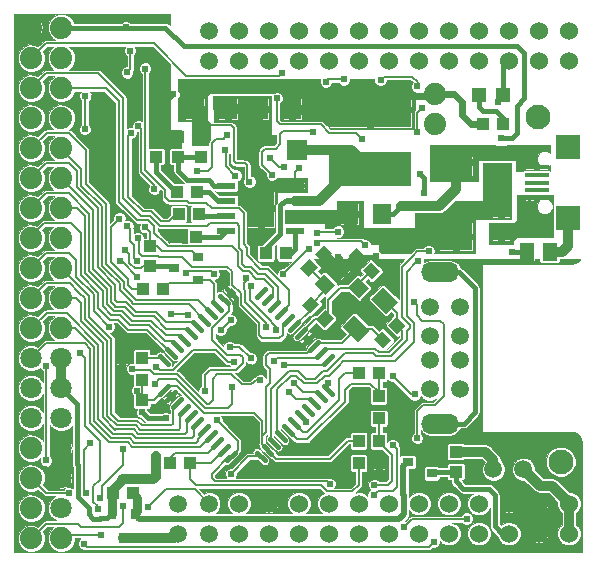
<source format=gtl>
G04 (created by PCBNEW (2013-03-19 BZR 4004)-stable) date 2014/11/26 17:53:31*
%MOIN*%
G04 Gerber Fmt 3.4, Leading zero omitted, Abs format*
%FSLAX34Y34*%
G01*
G70*
G90*
G04 APERTURE LIST*
%ADD10C,0*%
%ADD11R,0.275591X0.11811*%
%ADD12R,0.0629X0.0708*%
%ADD13R,0.0629921X0.023622*%
%ADD14R,0.0905512X0.129921*%
%ADD15R,0.0433X0.0393*%
%ADD16R,0.0393X0.0433*%
%ADD17R,0.1102X0.0944*%
%ADD18R,0.0511X0.059*%
%ADD19R,0.059X0.0511*%
%ADD20C,0.06*%
%ADD21C,0.0593*%
%ADD22C,0.0826772*%
%ADD23R,0.0472X0.0472*%
%ADD24R,0.0669291X0.0669291*%
%ADD25C,0.0590551*%
%ADD26C,0.074*%
%ADD27C,0.0177*%
%ADD28C,0.0393*%
%ADD29O,0.125984X0.0669291*%
%ADD30R,0.0787402X0.016*%
%ADD31R,0.081X0.081*%
%ADD32R,0.035X0.031*%
%ADD33R,0.031X0.035*%
%ADD34C,0.0708661*%
%ADD35C,0.024*%
%ADD36C,0.006*%
%ADD37C,0.024*%
%ADD38C,0.032*%
%ADD39C,0.016*%
%ADD40C,0.03*%
%ADD41C,0.008*%
%ADD42C,0.01*%
%ADD43C,0.02*%
%ADD44C,0.001*%
G04 APERTURE END LIST*
G54D10*
G54D11*
X74393Y-24734D03*
X74393Y-22765D03*
G54D12*
X71801Y-22750D03*
X70699Y-22750D03*
X73699Y-26250D03*
X74801Y-26250D03*
G54D13*
X71900Y-26800D03*
X71900Y-26300D03*
X71900Y-25800D03*
X71900Y-25300D03*
X69600Y-25300D03*
X69600Y-25800D03*
X69600Y-26300D03*
X69600Y-26800D03*
G54D14*
X70750Y-26050D03*
G54D15*
X68000Y-24334D03*
X68000Y-23666D03*
G54D16*
X68676Y-26250D03*
X68008Y-26250D03*
G54D15*
X67250Y-23666D03*
X67250Y-24334D03*
X68750Y-23666D03*
X68750Y-24334D03*
X71584Y-27550D03*
X70916Y-27550D03*
X67946Y-25500D03*
X68614Y-25500D03*
X67916Y-27000D03*
X68584Y-27000D03*
G54D17*
X77250Y-26990D03*
X77250Y-24510D03*
G54D18*
X80374Y-27500D03*
X79626Y-27500D03*
G54D19*
X78750Y-26874D03*
X78750Y-26126D03*
G54D20*
X81023Y-35905D03*
X81023Y-36905D03*
X80023Y-35905D03*
X80023Y-36905D03*
X79023Y-35905D03*
X79023Y-36905D03*
X78023Y-35905D03*
X78023Y-36905D03*
X77023Y-35905D03*
X77023Y-36905D03*
X76023Y-35905D03*
X76023Y-36905D03*
X75023Y-35905D03*
X75023Y-36905D03*
X74023Y-35905D03*
X74023Y-36905D03*
X73023Y-35905D03*
X73023Y-36905D03*
X72023Y-35905D03*
X72023Y-36905D03*
X71023Y-35905D03*
X71023Y-36905D03*
X70023Y-35905D03*
X70023Y-36905D03*
G54D21*
X69023Y-35905D03*
X69023Y-36905D03*
G54D20*
X81023Y-20157D03*
X81023Y-21157D03*
X80023Y-20157D03*
X80023Y-21157D03*
X79023Y-20157D03*
X79023Y-21157D03*
X78023Y-20157D03*
X78023Y-21157D03*
X77023Y-20157D03*
X77023Y-21157D03*
X76023Y-20157D03*
X76023Y-21157D03*
X75023Y-20157D03*
X75023Y-21157D03*
X74023Y-20157D03*
X74023Y-21157D03*
X73023Y-20157D03*
X73023Y-21157D03*
X72023Y-20157D03*
X72023Y-21157D03*
X71023Y-20157D03*
X71023Y-21157D03*
X70023Y-20157D03*
X70023Y-21157D03*
G54D21*
X69023Y-20157D03*
X69023Y-21157D03*
G54D16*
X74684Y-34550D03*
X74016Y-34550D03*
X78750Y-24834D03*
X78750Y-24166D03*
G54D15*
X66116Y-32450D03*
X66784Y-32450D03*
X66116Y-31780D03*
X66784Y-31780D03*
X68384Y-34550D03*
X67716Y-34550D03*
G54D16*
X66784Y-31040D03*
X66116Y-31040D03*
X74684Y-32300D03*
X74016Y-32300D03*
G54D10*
G36*
X72121Y-29277D02*
X72427Y-28971D01*
X72705Y-29249D01*
X72399Y-29555D01*
X72121Y-29277D01*
X72121Y-29277D01*
G37*
G36*
X72594Y-29750D02*
X72900Y-29444D01*
X73178Y-29722D01*
X72872Y-30028D01*
X72594Y-29750D01*
X72594Y-29750D01*
G37*
G36*
X75272Y-29671D02*
X75578Y-29977D01*
X75300Y-30255D01*
X74994Y-29949D01*
X75272Y-29671D01*
X75272Y-29671D01*
G37*
G36*
X74799Y-30144D02*
X75105Y-30450D01*
X74827Y-30728D01*
X74521Y-30422D01*
X74799Y-30144D01*
X74799Y-30144D01*
G37*
G36*
X73671Y-27649D02*
X73949Y-27371D01*
X74255Y-27677D01*
X73977Y-27955D01*
X73671Y-27649D01*
X73671Y-27649D01*
G37*
G36*
X74144Y-28122D02*
X74422Y-27844D01*
X74728Y-28150D01*
X74450Y-28428D01*
X74144Y-28122D01*
X74144Y-28122D01*
G37*
G54D15*
X74684Y-33050D03*
X74016Y-33050D03*
G54D22*
X80750Y-34500D03*
X80000Y-23000D03*
G54D12*
X68554Y-22750D03*
X69656Y-22750D03*
G54D16*
X78166Y-23250D03*
X78834Y-23250D03*
G54D23*
X78012Y-22275D03*
X78838Y-22275D03*
G54D24*
X70291Y-24100D03*
X71944Y-24100D03*
G54D25*
X68000Y-36900D03*
X68000Y-35900D03*
G54D26*
X76550Y-22250D03*
X76550Y-23250D03*
G54D25*
X79500Y-34750D03*
X78500Y-34750D03*
G54D27*
X70883Y-34459D02*
X70619Y-34195D01*
X71106Y-34236D02*
X70841Y-33972D01*
X71329Y-34014D02*
X71064Y-33749D01*
X71551Y-33791D02*
X71287Y-33526D01*
X71774Y-33568D02*
X71510Y-33304D01*
X71996Y-33346D02*
X71732Y-33082D01*
X72218Y-33124D02*
X71954Y-32860D01*
X72441Y-32901D02*
X72176Y-32637D01*
X72664Y-32679D02*
X72399Y-32414D01*
X72886Y-32456D02*
X72622Y-32191D01*
X73109Y-32233D02*
X72845Y-31969D01*
X72845Y-31230D02*
X73109Y-30966D01*
X72622Y-31008D02*
X72886Y-30743D01*
X72399Y-30785D02*
X72664Y-30520D01*
X72176Y-30562D02*
X72441Y-30298D01*
X71954Y-30339D02*
X72218Y-30075D01*
X71732Y-30117D02*
X71996Y-29853D01*
X71510Y-29895D02*
X71774Y-29631D01*
X71287Y-29673D02*
X71551Y-29408D01*
X71064Y-29450D02*
X71329Y-29185D01*
X70841Y-29227D02*
X71106Y-28963D01*
X70619Y-29004D02*
X70883Y-28740D01*
X69880Y-29004D02*
X69616Y-28740D01*
X69658Y-29227D02*
X69393Y-28963D01*
X69435Y-29450D02*
X69170Y-29185D01*
X69212Y-29673D02*
X68948Y-29408D01*
X68989Y-29895D02*
X68725Y-29631D01*
X68767Y-30117D02*
X68503Y-29853D01*
X68545Y-30339D02*
X68281Y-30075D01*
X68323Y-30562D02*
X68058Y-30298D01*
X68100Y-30785D02*
X67835Y-30520D01*
X67877Y-31008D02*
X67613Y-30743D01*
X67654Y-31230D02*
X67390Y-30966D01*
X67390Y-32233D02*
X67654Y-31969D01*
X67613Y-32456D02*
X67877Y-32191D01*
X67835Y-32679D02*
X68100Y-32414D01*
X68058Y-32901D02*
X68323Y-32637D01*
X68281Y-33124D02*
X68545Y-32860D01*
X68503Y-33346D02*
X68767Y-33082D01*
X68725Y-33568D02*
X68989Y-33304D01*
X68948Y-33791D02*
X69212Y-33526D01*
X69170Y-34014D02*
X69435Y-33749D01*
X69393Y-34236D02*
X69658Y-33972D01*
X69616Y-34459D02*
X69880Y-34195D01*
G54D28*
X70250Y-31600D03*
G54D10*
G36*
X74928Y-29572D02*
X74427Y-29071D01*
X74817Y-28681D01*
X75318Y-29182D01*
X74928Y-29572D01*
X74928Y-29572D01*
G37*
G36*
X73982Y-30518D02*
X73481Y-30017D01*
X73871Y-29627D01*
X74372Y-30128D01*
X73982Y-30518D01*
X73982Y-30518D01*
G37*
G36*
X72914Y-28935D02*
X72552Y-28573D01*
X72872Y-28253D01*
X73234Y-28615D01*
X72914Y-28935D01*
X72914Y-28935D01*
G37*
G36*
X73526Y-29547D02*
X73164Y-29185D01*
X73484Y-28865D01*
X73846Y-29227D01*
X73526Y-29547D01*
X73526Y-29547D01*
G37*
G36*
X74027Y-29046D02*
X73665Y-28684D01*
X73985Y-28364D01*
X74347Y-28726D01*
X74027Y-29046D01*
X74027Y-29046D01*
G37*
G36*
X73415Y-28434D02*
X73053Y-28072D01*
X73373Y-27752D01*
X73735Y-28114D01*
X73415Y-28434D01*
X73415Y-28434D01*
G37*
G36*
X72850Y-27271D02*
X73128Y-27549D01*
X72822Y-27855D01*
X72544Y-27577D01*
X72850Y-27271D01*
X72850Y-27271D01*
G37*
G36*
X72377Y-27744D02*
X72655Y-28022D01*
X72349Y-28328D01*
X72071Y-28050D01*
X72377Y-27744D01*
X72377Y-27744D01*
G37*
G54D15*
X74016Y-31550D03*
X74684Y-31550D03*
G54D16*
X74016Y-33800D03*
X74684Y-33800D03*
G54D25*
X77401Y-31102D03*
X77401Y-30314D03*
X76377Y-31102D03*
X76377Y-30314D03*
X76377Y-32086D03*
X77401Y-32086D03*
X76377Y-29330D03*
X77401Y-29330D03*
G54D29*
X76732Y-33228D03*
X76732Y-28188D03*
G54D30*
X79940Y-25720D03*
X79940Y-25460D03*
X79940Y-25200D03*
X79940Y-24940D03*
X79940Y-24680D03*
G54D31*
X81000Y-26381D03*
X81000Y-24018D03*
G54D15*
X77250Y-34834D03*
X77250Y-34166D03*
G54D16*
X67484Y-28750D03*
X66816Y-28750D03*
G54D15*
X67050Y-27316D03*
X67050Y-27984D03*
G54D16*
X66484Y-35550D03*
X65816Y-35550D03*
G54D32*
X67850Y-28060D03*
X68650Y-27680D03*
X68650Y-28440D03*
G54D33*
X66160Y-37050D03*
X65780Y-36250D03*
X66540Y-36250D03*
G54D32*
X75650Y-34510D03*
X76450Y-34130D03*
X76450Y-34890D03*
G54D34*
X64100Y-33050D03*
X63100Y-33050D03*
G54D26*
X63100Y-22050D03*
X64100Y-22050D03*
X63100Y-23050D03*
X64100Y-23050D03*
X63100Y-24050D03*
X64100Y-24050D03*
X63100Y-25050D03*
X64100Y-25050D03*
X63100Y-26050D03*
X64100Y-26050D03*
X63100Y-27050D03*
X64100Y-27050D03*
X63100Y-28050D03*
X64100Y-28050D03*
X63100Y-29050D03*
X64100Y-29050D03*
X63100Y-30050D03*
X64100Y-30050D03*
G54D34*
X63100Y-31050D03*
X64100Y-31050D03*
X63100Y-32050D03*
X64100Y-32050D03*
G54D26*
X63100Y-34050D03*
G54D34*
X64100Y-34050D03*
X64100Y-35050D03*
G54D26*
X63100Y-35050D03*
X63100Y-36050D03*
G54D34*
X64100Y-36050D03*
G54D26*
X64100Y-21050D03*
X63100Y-21050D03*
X64098Y-20030D03*
X63098Y-20030D03*
X64106Y-37058D03*
X63106Y-37058D03*
G54D35*
X70370Y-25165D03*
X66234Y-27432D03*
X66249Y-20021D03*
X66398Y-20796D03*
X66790Y-32848D03*
X66036Y-26398D03*
X78752Y-23720D03*
X78362Y-24878D03*
X67588Y-33052D03*
X66414Y-23544D03*
X66294Y-21524D03*
X64902Y-22296D03*
X64890Y-23421D03*
X67254Y-34304D03*
X74526Y-35271D03*
X73053Y-35235D03*
X69276Y-33111D03*
X68878Y-32148D03*
X66900Y-21396D03*
X66666Y-23322D03*
X67194Y-25420D03*
X66644Y-27050D03*
X63598Y-34456D03*
X69759Y-34907D03*
X63598Y-31316D03*
X70418Y-31056D03*
X65692Y-30004D03*
X71508Y-31281D03*
X69710Y-30674D03*
X65404Y-35720D03*
X66628Y-32132D03*
X66148Y-34090D03*
X67270Y-31330D03*
X72982Y-31864D03*
X69860Y-31168D03*
X71847Y-31872D03*
X70732Y-31778D03*
X66455Y-31410D03*
X71190Y-31133D03*
X67209Y-31899D03*
X71688Y-32172D03*
X69800Y-32014D03*
X72267Y-33183D03*
X64858Y-37230D03*
X76522Y-37172D03*
X66154Y-35965D03*
X66999Y-36000D03*
X65435Y-36945D03*
X64365Y-35544D03*
X77614Y-36396D03*
X75538Y-36666D03*
X64710Y-30862D03*
X66888Y-26688D03*
X65308Y-36064D03*
X75980Y-27810D03*
X76340Y-27490D03*
X69190Y-28248D03*
X68244Y-28214D03*
X68628Y-24802D03*
X69608Y-23625D03*
X69408Y-30108D03*
X69753Y-29787D03*
X67766Y-29568D03*
X68322Y-29608D03*
X75850Y-29180D03*
X75960Y-33720D03*
X64938Y-35560D03*
X74508Y-35622D03*
X75153Y-33939D03*
X65070Y-33888D03*
X75140Y-31640D03*
X75880Y-32260D03*
X72918Y-33495D03*
X78646Y-22503D03*
X67572Y-26106D03*
X66586Y-25108D03*
X65962Y-30234D03*
X72927Y-30273D03*
X74020Y-32692D03*
X65586Y-22593D03*
X65235Y-23874D03*
X67005Y-20799D03*
X72639Y-26894D03*
X73329Y-26829D03*
X66110Y-32124D03*
X69296Y-22767D03*
X76194Y-25542D03*
X76055Y-24912D03*
X72038Y-24706D03*
X77238Y-25438D03*
X67900Y-26866D03*
X67836Y-22257D03*
X66417Y-22422D03*
X66110Y-31474D03*
X67208Y-32718D03*
X75588Y-33999D03*
X74812Y-34882D03*
X69250Y-31166D03*
X68607Y-31211D03*
X70250Y-31600D03*
X75425Y-25970D03*
X73335Y-27665D03*
X73335Y-29170D03*
X79135Y-27520D03*
X74585Y-27640D03*
X69695Y-23050D03*
X70955Y-26405D03*
X70550Y-26380D03*
X70520Y-25755D03*
X70970Y-25745D03*
X70750Y-26050D03*
X76750Y-33900D03*
X72920Y-21840D03*
X73520Y-21760D03*
X69903Y-24965D03*
X69569Y-24105D03*
X76122Y-22714D03*
X75970Y-23522D03*
X75972Y-21988D03*
X74741Y-21780D03*
X72504Y-23503D03*
X71116Y-24930D03*
X66306Y-26652D03*
X66628Y-27804D03*
X72612Y-27218D03*
X74220Y-27270D03*
X70930Y-30004D03*
X70255Y-28380D03*
X66064Y-27820D03*
X66621Y-28328D03*
X72355Y-27410D03*
X71500Y-28260D03*
X71250Y-30100D03*
X70425Y-28655D03*
X71538Y-24682D03*
X71051Y-24372D03*
X74122Y-23752D03*
X71442Y-21538D03*
X71284Y-22378D03*
G54D36*
X69843Y-23802D02*
X69843Y-23373D01*
X68934Y-23292D02*
X68750Y-23108D01*
X69762Y-23292D02*
X68934Y-23292D01*
X69843Y-23373D02*
X69762Y-23292D01*
X70300Y-24846D02*
X70300Y-24617D01*
X69843Y-24488D02*
X69843Y-23802D01*
X69908Y-24553D02*
X69843Y-24488D01*
X70236Y-24553D02*
X69908Y-24553D01*
X70300Y-24617D02*
X70236Y-24553D01*
X66371Y-27569D02*
X66234Y-27432D01*
X66398Y-27903D02*
X66371Y-27876D01*
X66543Y-28048D02*
X66398Y-27903D01*
X66822Y-27984D02*
X67050Y-27984D01*
X66758Y-28048D02*
X66594Y-28048D01*
X66822Y-27984D02*
X66758Y-28048D01*
X66594Y-28048D02*
X66543Y-28048D01*
X66371Y-27876D02*
X66371Y-27660D01*
X66371Y-27660D02*
X66371Y-27569D01*
X70300Y-25095D02*
X70370Y-25165D01*
X70300Y-24846D02*
X70300Y-25095D01*
G54D37*
X76550Y-22250D02*
X76480Y-22320D01*
X74839Y-22320D02*
X74393Y-22765D01*
X76480Y-22320D02*
X74839Y-22320D01*
G54D38*
X71801Y-22750D02*
X71801Y-22196D01*
X68554Y-22171D02*
X68554Y-22750D01*
X68760Y-21965D02*
X68554Y-22171D01*
X71570Y-21965D02*
X68760Y-21965D01*
X71801Y-22196D02*
X71570Y-21965D01*
X68750Y-23666D02*
X68750Y-23108D01*
X68750Y-23108D02*
X68750Y-22946D01*
X68750Y-22946D02*
X68554Y-22750D01*
G54D39*
X67850Y-28060D02*
X67774Y-27984D01*
X67774Y-27984D02*
X67050Y-27984D01*
G54D38*
X74393Y-22765D02*
X71816Y-22765D01*
X71816Y-22765D02*
X71801Y-22750D01*
G54D37*
X78166Y-23250D02*
X77750Y-23250D01*
X77200Y-22250D02*
X76550Y-22250D01*
X77450Y-22500D02*
X77200Y-22250D01*
X77450Y-22950D02*
X77450Y-22500D01*
X77750Y-23250D02*
X77450Y-22950D01*
G54D36*
X67916Y-26250D02*
X67684Y-26482D01*
X66330Y-23628D02*
X66414Y-23544D01*
X66330Y-25676D02*
X66330Y-23628D01*
X66808Y-26154D02*
X66330Y-25676D01*
X67102Y-26154D02*
X66808Y-26154D01*
X67430Y-26482D02*
X67102Y-26154D01*
X67684Y-26482D02*
X67430Y-26482D01*
G54D40*
X65780Y-36250D02*
X65778Y-36248D01*
X65778Y-35588D02*
X65816Y-35550D01*
X65778Y-36248D02*
X65778Y-35588D01*
G54D39*
X64620Y-34590D02*
X64652Y-34622D01*
X65019Y-36248D02*
X65167Y-36396D01*
X65019Y-36059D02*
X65019Y-36248D01*
X64652Y-35692D02*
X65019Y-36059D01*
X64652Y-34622D02*
X64652Y-35692D01*
G54D41*
X66294Y-21524D02*
X66400Y-21418D01*
X66249Y-20021D02*
X66249Y-20030D01*
X66400Y-20798D02*
X66398Y-20796D01*
X66400Y-21004D02*
X66400Y-20798D01*
X66400Y-21418D02*
X66400Y-21004D01*
G54D39*
X66994Y-33052D02*
X67588Y-33052D01*
X66790Y-32848D02*
X66994Y-33052D01*
X65226Y-36396D02*
X65167Y-36396D01*
X65374Y-36394D02*
X65636Y-36394D01*
X65636Y-36394D02*
X65780Y-36250D01*
X65226Y-36396D02*
X65374Y-36396D01*
X65374Y-36396D02*
X65374Y-36394D01*
X64620Y-32570D02*
X64100Y-32050D01*
X64620Y-34590D02*
X64620Y-32570D01*
G54D36*
X66049Y-28147D02*
X65742Y-27840D01*
X65742Y-26692D02*
X66036Y-26398D01*
X65742Y-27840D02*
X65742Y-26692D01*
X66469Y-28750D02*
X66816Y-28750D01*
X66328Y-28609D02*
X66469Y-28750D01*
X66328Y-28426D02*
X66328Y-28609D01*
X66049Y-28147D02*
X66328Y-28426D01*
G54D39*
X64098Y-20030D02*
X66249Y-20030D01*
X66249Y-20030D02*
X67570Y-20030D01*
X67570Y-20030D02*
X68183Y-20643D01*
X68183Y-20643D02*
X79292Y-20643D01*
X79292Y-20643D02*
X79538Y-20889D01*
X79538Y-20889D02*
X79538Y-22383D01*
X79538Y-22383D02*
X79286Y-22635D01*
X79286Y-22635D02*
X79286Y-23556D01*
X79286Y-23556D02*
X79122Y-23720D01*
X79122Y-23720D02*
X78752Y-23720D01*
X78362Y-24878D02*
X78406Y-24834D01*
X78406Y-24834D02*
X78750Y-24834D01*
G54D41*
X64890Y-22308D02*
X64902Y-22296D01*
X64890Y-23421D02*
X64890Y-22308D01*
G54D38*
X64100Y-32050D02*
X64100Y-31050D01*
X66137Y-35102D02*
X66160Y-35080D01*
G54D40*
X65816Y-35424D02*
X66137Y-35102D01*
X65816Y-35550D02*
X65816Y-35424D01*
G54D38*
X66160Y-35080D02*
X67170Y-35080D01*
X67170Y-35080D02*
X67254Y-34996D01*
X67254Y-34996D02*
X67254Y-34304D01*
X73699Y-26250D02*
X73699Y-26589D01*
X77130Y-26870D02*
X77250Y-26990D01*
X73980Y-26870D02*
X77130Y-26870D01*
X73699Y-26589D02*
X73980Y-26870D01*
X71900Y-26300D02*
X73649Y-26300D01*
X73649Y-26300D02*
X73699Y-26250D01*
G54D41*
X78750Y-26126D02*
X77474Y-26126D01*
X77250Y-26350D02*
X77250Y-26990D01*
X77474Y-26126D02*
X77250Y-26350D01*
X78750Y-26126D02*
X78750Y-24834D01*
G54D36*
X65038Y-29388D02*
X65038Y-29680D01*
X65766Y-30408D02*
X65772Y-30408D01*
X65038Y-29680D02*
X65766Y-30408D01*
X67830Y-32942D02*
X67830Y-33232D01*
X65772Y-32172D02*
X65772Y-30408D01*
X66602Y-33135D02*
X66006Y-33135D01*
X66006Y-33135D02*
X65772Y-32900D01*
X65772Y-32900D02*
X65772Y-32172D01*
X67830Y-32942D02*
X67830Y-32684D01*
X67830Y-32684D02*
X67968Y-32546D01*
X67830Y-33232D02*
X67769Y-33293D01*
X67769Y-33293D02*
X66794Y-33293D01*
X66794Y-33293D02*
X66636Y-33135D01*
X66636Y-33135D02*
X66602Y-33135D01*
X65038Y-28988D02*
X64100Y-28050D01*
X65038Y-29388D02*
X65038Y-28988D01*
X64892Y-29304D02*
X64892Y-29750D01*
X65631Y-30538D02*
X65630Y-30538D01*
X65631Y-30489D02*
X65631Y-30538D01*
X64892Y-29750D02*
X65631Y-30489D01*
X68064Y-33178D02*
X68064Y-33382D01*
X65630Y-32814D02*
X65630Y-30538D01*
X65630Y-32964D02*
X65945Y-33280D01*
X65945Y-33280D02*
X66533Y-33280D01*
X65630Y-32814D02*
X65630Y-32964D01*
X68064Y-33178D02*
X68064Y-32896D01*
X68064Y-32896D02*
X68190Y-32769D01*
X68064Y-33382D02*
X68011Y-33435D01*
X68011Y-33435D02*
X66733Y-33435D01*
X66733Y-33435D02*
X66577Y-33279D01*
X66577Y-33279D02*
X66533Y-33279D01*
X66533Y-33279D02*
X66533Y-33280D01*
X64700Y-28864D02*
X64892Y-29056D01*
X64892Y-29056D02*
X64892Y-29304D01*
X63606Y-28544D02*
X63100Y-29050D01*
X64380Y-28544D02*
X63606Y-28544D01*
X64700Y-28864D02*
X64380Y-28544D01*
X64751Y-29560D02*
X64751Y-29813D01*
X65893Y-33428D02*
X65893Y-33425D01*
X65478Y-33013D02*
X65893Y-33428D01*
X65478Y-30540D02*
X65478Y-33013D01*
X64751Y-29813D02*
X65478Y-30540D01*
X68413Y-32992D02*
X68295Y-33110D01*
X66514Y-33425D02*
X66503Y-33425D01*
X66670Y-33581D02*
X66514Y-33425D01*
X68231Y-33581D02*
X66670Y-33581D01*
X68295Y-33517D02*
X68231Y-33581D01*
X68295Y-33110D02*
X68295Y-33517D01*
X65893Y-33425D02*
X65893Y-33425D01*
X66503Y-33425D02*
X65893Y-33425D01*
X64100Y-29050D02*
X64600Y-29050D01*
X64751Y-29201D02*
X64751Y-29560D01*
X64600Y-29050D02*
X64751Y-29201D01*
X64290Y-29538D02*
X64290Y-29556D01*
X65333Y-33077D02*
X65825Y-33569D01*
X65333Y-30599D02*
X65333Y-33077D01*
X64290Y-29556D02*
X65333Y-30599D01*
X68517Y-33470D02*
X68517Y-33660D01*
X66449Y-33569D02*
X66418Y-33569D01*
X66606Y-33726D02*
X66449Y-33569D01*
X68450Y-33726D02*
X66606Y-33726D01*
X68517Y-33660D02*
X68450Y-33726D01*
X68517Y-33333D02*
X68635Y-33214D01*
X68517Y-33470D02*
X68517Y-33333D01*
X65825Y-33569D02*
X66418Y-33569D01*
X63100Y-30050D02*
X63612Y-29538D01*
X63612Y-29538D02*
X64290Y-29538D01*
X65192Y-30974D02*
X65192Y-30674D01*
X64568Y-30050D02*
X64100Y-30050D01*
X65192Y-30674D02*
X64568Y-30050D01*
X68857Y-33436D02*
X68857Y-33538D01*
X66382Y-33713D02*
X66345Y-33713D01*
X66536Y-33867D02*
X66382Y-33713D01*
X68602Y-33867D02*
X66536Y-33867D01*
X68648Y-33821D02*
X68602Y-33867D01*
X68648Y-33748D02*
X68648Y-33821D01*
X68857Y-33538D02*
X68648Y-33748D01*
X65554Y-33502D02*
X65765Y-33713D01*
X65765Y-33713D02*
X66345Y-33713D01*
X65192Y-33140D02*
X65192Y-30974D01*
X65554Y-33502D02*
X65192Y-33140D01*
X66222Y-33856D02*
X66319Y-33856D01*
X68731Y-34008D02*
X69080Y-33659D01*
X66471Y-34008D02*
X68731Y-34008D01*
X66319Y-33856D02*
X66471Y-34008D01*
X65249Y-33409D02*
X65696Y-33856D01*
X65696Y-33856D02*
X66222Y-33856D01*
X64354Y-30560D02*
X64874Y-30560D01*
X65044Y-30730D02*
X65044Y-31066D01*
X64874Y-30560D02*
X65044Y-30730D01*
X63590Y-30560D02*
X63100Y-31050D01*
X64354Y-30560D02*
X63590Y-30560D01*
X65044Y-33204D02*
X65044Y-31066D01*
X65249Y-33409D02*
X65044Y-33204D01*
G54D41*
X69303Y-33881D02*
X68985Y-34200D01*
X67716Y-34384D02*
X67716Y-34550D01*
X67900Y-34200D02*
X67716Y-34384D01*
X68985Y-34200D02*
X67900Y-34200D01*
G54D36*
X69116Y-35022D02*
X69116Y-35048D01*
X72962Y-35144D02*
X73053Y-35235D01*
X69212Y-35144D02*
X72962Y-35144D01*
X69116Y-35048D02*
X69212Y-35144D01*
X74684Y-33836D02*
X74684Y-33800D01*
X75120Y-34272D02*
X74684Y-33836D01*
X75120Y-35136D02*
X75120Y-34272D01*
X74985Y-35271D02*
X75120Y-35136D01*
X74526Y-35271D02*
X74985Y-35271D01*
X69786Y-30933D02*
X69625Y-30933D01*
X69130Y-30414D02*
X69129Y-30414D01*
X69130Y-30438D02*
X69130Y-30414D01*
X69625Y-30933D02*
X69130Y-30438D01*
X69129Y-30059D02*
X69129Y-30414D01*
X69699Y-29269D02*
X69699Y-29489D01*
X69699Y-29489D02*
X69129Y-30059D01*
X69525Y-29095D02*
X69699Y-29269D01*
X69720Y-31434D02*
X69935Y-31434D01*
X69935Y-31434D02*
X70143Y-31226D01*
X70143Y-31226D02*
X70143Y-31012D01*
X70143Y-31012D02*
X70064Y-30933D01*
X70064Y-30933D02*
X69786Y-30933D01*
X68878Y-31785D02*
X68878Y-31616D01*
X69060Y-31434D02*
X69720Y-31434D01*
X68878Y-31616D02*
X69060Y-31434D01*
X68878Y-32148D02*
X68878Y-31785D01*
X69978Y-34097D02*
X69978Y-33813D01*
X69978Y-33813D02*
X69276Y-33111D01*
X69748Y-34327D02*
X69978Y-34097D01*
X69748Y-34327D02*
X69696Y-34327D01*
X69116Y-34908D02*
X69116Y-35022D01*
X69696Y-34327D02*
X69116Y-34908D01*
G54D41*
X74684Y-33050D02*
X74684Y-33800D01*
G54D36*
X68360Y-26635D02*
X68965Y-26635D01*
X68965Y-26635D02*
X69055Y-26545D01*
X67320Y-26574D02*
X67381Y-26635D01*
X67381Y-26635D02*
X67642Y-26635D01*
X67865Y-26635D02*
X67642Y-26635D01*
X68072Y-26635D02*
X67865Y-26635D01*
X69940Y-26545D02*
X70035Y-26640D01*
X69055Y-26545D02*
X69940Y-26545D01*
X70435Y-27995D02*
X70670Y-28230D01*
X70670Y-28230D02*
X70890Y-28230D01*
X71196Y-29318D02*
X71330Y-29184D01*
X71330Y-29184D02*
X71330Y-28670D01*
X71330Y-28670D02*
X70890Y-28230D01*
X70028Y-27371D02*
X70028Y-27358D01*
X70130Y-27472D02*
X70028Y-27371D01*
X70130Y-27899D02*
X70130Y-27472D01*
X70225Y-27995D02*
X70130Y-27899D01*
X70435Y-27995D02*
X70225Y-27995D01*
X70028Y-27358D02*
X70035Y-27365D01*
X70035Y-27365D02*
X70035Y-26640D01*
X68360Y-26635D02*
X68072Y-26635D01*
X66677Y-26232D02*
X66677Y-26235D01*
X66748Y-26303D02*
X66677Y-26232D01*
X67049Y-26303D02*
X66748Y-26303D01*
X67320Y-26574D02*
X67049Y-26303D01*
X65122Y-21545D02*
X65331Y-21545D01*
X63605Y-21545D02*
X65122Y-21545D01*
X63100Y-22050D02*
X63605Y-21545D01*
X65331Y-21545D02*
X66164Y-22378D01*
X66164Y-22378D02*
X66164Y-25722D01*
X66164Y-25722D02*
X66677Y-26235D01*
X67525Y-27186D02*
X67200Y-26861D01*
X66628Y-26448D02*
X66626Y-26446D01*
X66990Y-26448D02*
X66628Y-26448D01*
X67200Y-26658D02*
X66990Y-26448D01*
X67200Y-26861D02*
X67200Y-26658D01*
X66010Y-22482D02*
X65578Y-22050D01*
X65578Y-22050D02*
X64100Y-22050D01*
X66626Y-26446D02*
X66010Y-25830D01*
X66010Y-25830D02*
X66010Y-22482D01*
X67525Y-27186D02*
X67525Y-27190D01*
X69775Y-27315D02*
X69942Y-27482D01*
X67650Y-27315D02*
X69775Y-27315D01*
X67525Y-27190D02*
X67650Y-27315D01*
X70345Y-28140D02*
X70600Y-28395D01*
X69985Y-27525D02*
X69942Y-27482D01*
X69985Y-27975D02*
X70150Y-28140D01*
X70150Y-28140D02*
X70345Y-28140D01*
X69985Y-27525D02*
X69985Y-27975D01*
X71160Y-28705D02*
X70850Y-28395D01*
X71160Y-28909D02*
X71160Y-28705D01*
X70974Y-29095D02*
X71160Y-28909D01*
X70600Y-28395D02*
X70850Y-28395D01*
X67555Y-25581D02*
X67555Y-25687D01*
X68306Y-25816D02*
X68355Y-25865D01*
X67684Y-25816D02*
X68306Y-25816D01*
X67555Y-25687D02*
X67684Y-25816D01*
X70735Y-28065D02*
X70285Y-27615D01*
X70950Y-28065D02*
X70735Y-28065D01*
X69750Y-26055D02*
X69120Y-26055D01*
X69120Y-26055D02*
X68930Y-25865D01*
X68930Y-25865D02*
X68355Y-25865D01*
X70950Y-28065D02*
X70977Y-28092D01*
X70010Y-26055D02*
X69750Y-26055D01*
X70175Y-26220D02*
X70010Y-26055D01*
X70175Y-27255D02*
X70175Y-26220D01*
X70285Y-27365D02*
X70175Y-27255D01*
X70285Y-27615D02*
X70285Y-27365D01*
X66900Y-24670D02*
X66900Y-21396D01*
X67555Y-25439D02*
X66898Y-24782D01*
X66898Y-24782D02*
X66898Y-24670D01*
X66898Y-24670D02*
X66900Y-24670D01*
X67555Y-25581D02*
X67555Y-25439D01*
X71419Y-29540D02*
X71675Y-29285D01*
X71675Y-28790D02*
X70977Y-28092D01*
X71675Y-29285D02*
X71675Y-28790D01*
X70977Y-28092D02*
X70975Y-28090D01*
X70089Y-29129D02*
X70089Y-29271D01*
X71364Y-30390D02*
X71493Y-30261D01*
X70804Y-30390D02*
X71364Y-30390D01*
X70694Y-30280D02*
X70804Y-30390D01*
X70694Y-29876D02*
X70694Y-30280D01*
X70089Y-29271D02*
X70694Y-29876D01*
X71493Y-29912D02*
X71642Y-29763D01*
X71493Y-30261D02*
X71493Y-29912D01*
X66682Y-27396D02*
X66682Y-27491D01*
X67334Y-27630D02*
X67370Y-27666D01*
X66784Y-27630D02*
X67334Y-27630D01*
X66682Y-27528D02*
X66784Y-27630D01*
X66682Y-27491D02*
X66682Y-27528D01*
X66756Y-23412D02*
X66756Y-23826D01*
X66666Y-23322D02*
X66756Y-23412D01*
X66756Y-23826D02*
X66756Y-23900D01*
X67194Y-25286D02*
X67194Y-25420D01*
X66756Y-24848D02*
X67194Y-25286D01*
X66756Y-23900D02*
X66756Y-24848D01*
X66644Y-27050D02*
X66643Y-27051D01*
X68126Y-27666D02*
X67370Y-27666D01*
X69635Y-27995D02*
X69800Y-28160D01*
X68455Y-27995D02*
X69635Y-27995D01*
X68126Y-27666D02*
X68455Y-27995D01*
X69800Y-28595D02*
X69800Y-28160D01*
X70089Y-28884D02*
X69800Y-28595D01*
X70089Y-29129D02*
X70089Y-28884D01*
X66682Y-27090D02*
X66643Y-27051D01*
X66682Y-27396D02*
X66682Y-27090D01*
X67484Y-28750D02*
X67694Y-28540D01*
X68550Y-28540D02*
X68650Y-28440D01*
X67694Y-28540D02*
X68550Y-28540D01*
X69303Y-29318D02*
X69180Y-29194D01*
X69180Y-29194D02*
X69180Y-28580D01*
X69180Y-28580D02*
X69040Y-28440D01*
X69040Y-28440D02*
X68650Y-28440D01*
X64100Y-26050D02*
X64624Y-26050D01*
X66076Y-29624D02*
X66102Y-29650D01*
X65772Y-29624D02*
X66076Y-29624D01*
X65474Y-29326D02*
X65772Y-29624D01*
X65474Y-28804D02*
X65474Y-29326D01*
X64884Y-28214D02*
X65474Y-28804D01*
X64884Y-26310D02*
X64884Y-28214D01*
X64624Y-26050D02*
X64884Y-26310D01*
X67782Y-30468D02*
X67968Y-30653D01*
X67542Y-30468D02*
X67024Y-29950D01*
X67782Y-30468D02*
X67542Y-30468D01*
X66402Y-29950D02*
X67024Y-29950D01*
X66102Y-29650D02*
X66402Y-29950D01*
X65653Y-28168D02*
X66044Y-28558D01*
X64100Y-24082D02*
X64770Y-24752D01*
X64770Y-24752D02*
X64770Y-25300D01*
X64770Y-25300D02*
X65456Y-25986D01*
X65456Y-25986D02*
X65456Y-27970D01*
X65456Y-27970D02*
X65653Y-28168D01*
X64100Y-24050D02*
X64100Y-24082D01*
X66044Y-28768D02*
X66421Y-29145D01*
X66044Y-28558D02*
X66044Y-28768D01*
X68350Y-29256D02*
X68857Y-29763D01*
X66504Y-29228D02*
X66421Y-29145D01*
X68350Y-29256D02*
X66532Y-29256D01*
X66532Y-29256D02*
X66504Y-29228D01*
X63598Y-34456D02*
X63604Y-34456D01*
X70338Y-34327D02*
X70751Y-34327D01*
X69759Y-34907D02*
X70338Y-34327D01*
X63604Y-34456D02*
X63604Y-31322D01*
X63604Y-31322D02*
X63598Y-31316D01*
X67522Y-31098D02*
X67464Y-31040D01*
X67464Y-31040D02*
X66784Y-31040D01*
X67522Y-31098D02*
X67511Y-31110D01*
X64312Y-25545D02*
X64343Y-25545D01*
X66139Y-29483D02*
X66166Y-29510D01*
X65842Y-29483D02*
X66139Y-29483D01*
X65616Y-29258D02*
X65842Y-29483D01*
X65616Y-28738D02*
X65616Y-29258D01*
X65030Y-28152D02*
X65616Y-28738D01*
X65030Y-26232D02*
X65030Y-28152D01*
X64343Y-25545D02*
X65030Y-26232D01*
X63100Y-26050D02*
X63605Y-25545D01*
X63605Y-25545D02*
X64312Y-25545D01*
X67022Y-29803D02*
X66756Y-29803D01*
X68052Y-30292D02*
X68190Y-30430D01*
X67022Y-29800D02*
X67022Y-29803D01*
X67102Y-29800D02*
X67022Y-29800D01*
X67594Y-30292D02*
X67102Y-29800D01*
X68052Y-30292D02*
X67594Y-30292D01*
X66756Y-29803D02*
X66459Y-29803D01*
X66459Y-29803D02*
X66166Y-29510D01*
X69710Y-30674D02*
X70036Y-30674D01*
X70036Y-30674D02*
X70418Y-31056D01*
X65182Y-29392D02*
X65182Y-29494D01*
X65182Y-29494D02*
X65692Y-30004D01*
X71508Y-31281D02*
X71517Y-31281D01*
X71526Y-31272D02*
X71578Y-31272D01*
X71517Y-31281D02*
X71526Y-31272D01*
X64192Y-27550D02*
X64368Y-27550D01*
X65182Y-28922D02*
X65182Y-29392D01*
X64602Y-28342D02*
X65182Y-28922D01*
X64602Y-27784D02*
X64602Y-28342D01*
X64368Y-27550D02*
X64602Y-27784D01*
X63100Y-28050D02*
X63600Y-27550D01*
X63600Y-27550D02*
X64192Y-27550D01*
X72977Y-31098D02*
X72803Y-31272D01*
X72803Y-31272D02*
X71578Y-31272D01*
X71578Y-31272D02*
X71542Y-31272D01*
X64058Y-23540D02*
X64342Y-23540D01*
X66577Y-29104D02*
X66654Y-29104D01*
X66188Y-28714D02*
X66577Y-29104D01*
X66188Y-28498D02*
X66188Y-28714D01*
X65600Y-27910D02*
X66188Y-28498D01*
X65600Y-25924D02*
X65600Y-27910D01*
X64918Y-25242D02*
X65600Y-25924D01*
X64918Y-24116D02*
X64918Y-25242D01*
X64342Y-23540D02*
X64918Y-24116D01*
X63610Y-23540D02*
X64058Y-23540D01*
X63100Y-24050D02*
X63610Y-23540D01*
X69080Y-29540D02*
X68643Y-29104D01*
X68643Y-29104D02*
X66654Y-29104D01*
X66028Y-29796D02*
X66006Y-29774D01*
X63100Y-26985D02*
X63525Y-26560D01*
X63525Y-26560D02*
X64036Y-26560D01*
X63100Y-26985D02*
X63100Y-27050D01*
X64430Y-26560D02*
X64744Y-26874D01*
X64744Y-26874D02*
X64744Y-28278D01*
X64744Y-28278D02*
X65329Y-28863D01*
X65329Y-28863D02*
X65329Y-29385D01*
X65329Y-29385D02*
X65718Y-29774D01*
X65718Y-29774D02*
X66006Y-29774D01*
X64036Y-26560D02*
X64430Y-26560D01*
X66332Y-30100D02*
X66028Y-29796D01*
X66028Y-29796D02*
X66018Y-29786D01*
X66969Y-30100D02*
X66332Y-30100D01*
X66969Y-30100D02*
X67745Y-30875D01*
X67529Y-30660D02*
X67745Y-30875D01*
X67745Y-30875D02*
X67529Y-30660D01*
X66325Y-29255D02*
X66254Y-29184D01*
X64620Y-24818D02*
X64357Y-24555D01*
X64620Y-25358D02*
X64620Y-24818D01*
X65316Y-26054D02*
X64620Y-25358D01*
X65316Y-28027D02*
X65316Y-26054D01*
X65902Y-28613D02*
X65316Y-28027D01*
X65902Y-29117D02*
X65902Y-28613D01*
X65968Y-29184D02*
X65902Y-29117D01*
X66254Y-29184D02*
X65968Y-29184D01*
X63595Y-24555D02*
X64357Y-24555D01*
X63100Y-25050D02*
X63595Y-24555D01*
X68635Y-29985D02*
X68496Y-29846D01*
X67582Y-29846D02*
X67256Y-29520D01*
X67586Y-29846D02*
X67582Y-29846D01*
X68496Y-29846D02*
X67586Y-29846D01*
X66832Y-29520D02*
X66590Y-29520D01*
X66590Y-29520D02*
X66325Y-29255D01*
X67256Y-29520D02*
X66832Y-29520D01*
X66211Y-29353D02*
X66196Y-29338D01*
X65172Y-26122D02*
X64100Y-25050D01*
X65172Y-28094D02*
X65172Y-26122D01*
X65758Y-28680D02*
X65172Y-28094D01*
X65758Y-29192D02*
X65758Y-28680D01*
X65893Y-29327D02*
X65758Y-29192D01*
X65893Y-29338D02*
X65893Y-29327D01*
X66196Y-29338D02*
X65893Y-29338D01*
X68413Y-30207D02*
X68275Y-30070D01*
X67594Y-30070D02*
X67184Y-29660D01*
X68275Y-30070D02*
X67594Y-30070D01*
X66974Y-29660D02*
X66518Y-29660D01*
X66518Y-29660D02*
X66211Y-29353D01*
X67184Y-29660D02*
X66974Y-29660D01*
G54D41*
X72531Y-30653D02*
X72653Y-30532D01*
X73468Y-30532D02*
X73926Y-30073D01*
X72653Y-30532D02*
X73468Y-30532D01*
G54D36*
X65458Y-35665D02*
X65458Y-35306D01*
X65404Y-35720D02*
X65458Y-35665D01*
X67522Y-32101D02*
X67644Y-31980D01*
X68841Y-32868D02*
X70533Y-32868D01*
X67953Y-31980D02*
X68841Y-32868D01*
X67644Y-31980D02*
X67953Y-31980D01*
X70533Y-32868D02*
X70794Y-33129D01*
X70794Y-33924D02*
X70974Y-34104D01*
X70794Y-33129D02*
X70794Y-33924D01*
G54D41*
X70797Y-33927D02*
X70974Y-34104D01*
G54D36*
X70891Y-33534D02*
X70797Y-33629D01*
X70930Y-33496D02*
X70891Y-33534D01*
X70930Y-32010D02*
X70930Y-33496D01*
X71048Y-31892D02*
X70930Y-32010D01*
X72531Y-30653D02*
X72297Y-30888D01*
X71048Y-31408D02*
X71048Y-31592D01*
X70918Y-31278D02*
X71048Y-31408D01*
X70918Y-30980D02*
X70918Y-31278D01*
X71010Y-30888D02*
X70918Y-30980D01*
X72297Y-30888D02*
X71010Y-30888D01*
X71048Y-31592D02*
X71048Y-31892D01*
X70797Y-33629D02*
X70797Y-33927D01*
X70797Y-33927D02*
X70974Y-34104D01*
X66784Y-31780D02*
X66784Y-32450D01*
X66108Y-34656D02*
X66148Y-34617D01*
X66628Y-32132D02*
X66784Y-32288D01*
X66784Y-32288D02*
X66784Y-32450D01*
X66148Y-34617D02*
X66148Y-34090D01*
X66092Y-34673D02*
X66108Y-34656D01*
X65765Y-34999D02*
X66092Y-34673D01*
X65458Y-35306D02*
X65765Y-34999D01*
X66108Y-34656D02*
X66114Y-34651D01*
G54D41*
X74016Y-33800D02*
X73650Y-33800D01*
X73650Y-33800D02*
X73050Y-34400D01*
X73050Y-34400D02*
X71269Y-34400D01*
X71269Y-34400D02*
X70974Y-34104D01*
X67522Y-32101D02*
X67174Y-32450D01*
X67174Y-32450D02*
X66784Y-32450D01*
X74813Y-30436D02*
X74450Y-30073D01*
X74450Y-30073D02*
X73926Y-30073D01*
G54D36*
X67816Y-31436D02*
X67946Y-31306D01*
X67376Y-31436D02*
X67816Y-31436D01*
X67270Y-31330D02*
X67376Y-31436D01*
X67946Y-31306D02*
X68490Y-30762D01*
X68490Y-30762D02*
X69242Y-30762D01*
X69648Y-31168D02*
X69860Y-31168D01*
X69242Y-30762D02*
X69648Y-31168D01*
X72977Y-31868D02*
X72977Y-32101D01*
X72982Y-31864D02*
X72977Y-31868D01*
X66746Y-31452D02*
X67046Y-31452D01*
X67968Y-31588D02*
X67976Y-31596D01*
X67182Y-31588D02*
X67968Y-31588D01*
X67046Y-31452D02*
X67182Y-31588D01*
X70566Y-31796D02*
X70584Y-31778D01*
X72624Y-32194D02*
X72169Y-32194D01*
X72754Y-32324D02*
X72624Y-32194D01*
X72169Y-32194D02*
X71847Y-31872D01*
X70584Y-31778D02*
X70732Y-31778D01*
X70534Y-31828D02*
X70438Y-31924D01*
X69146Y-32430D02*
X69014Y-32562D01*
X69146Y-31728D02*
X69146Y-32430D01*
X69296Y-31578D02*
X69146Y-31728D01*
X69764Y-31578D02*
X69296Y-31578D01*
X70110Y-31924D02*
X69764Y-31578D01*
X70438Y-31924D02*
X70110Y-31924D01*
X70534Y-31828D02*
X70566Y-31796D01*
X68942Y-32562D02*
X69014Y-32562D01*
X67976Y-31596D02*
X68942Y-32562D01*
X66455Y-31410D02*
X66497Y-31452D01*
X66497Y-31452D02*
X66746Y-31452D01*
X72754Y-30875D02*
X72872Y-30758D01*
X74570Y-30728D02*
X74692Y-30850D01*
X73392Y-30728D02*
X74570Y-30728D01*
X73362Y-30758D02*
X73392Y-30728D01*
X72872Y-30758D02*
X73362Y-30758D01*
X71190Y-31133D02*
X71285Y-31038D01*
X71285Y-31038D02*
X71332Y-31038D01*
X72592Y-31038D02*
X71332Y-31038D01*
X72592Y-31038D02*
X72754Y-30875D01*
X74873Y-29126D02*
X75286Y-29540D01*
X75286Y-29540D02*
X75286Y-29963D01*
X75470Y-30147D02*
X75286Y-29963D01*
X75470Y-30400D02*
X75470Y-30147D01*
X75020Y-30850D02*
X75470Y-30400D01*
X74692Y-30850D02*
X75020Y-30850D01*
X67368Y-31740D02*
X67819Y-31740D01*
X67209Y-31899D02*
X67368Y-31740D01*
X67819Y-31740D02*
X67913Y-31740D01*
X68885Y-32712D02*
X69672Y-32712D01*
X67913Y-31740D02*
X68885Y-32712D01*
X69672Y-32712D02*
X69800Y-32584D01*
X69800Y-32584D02*
X69800Y-32014D01*
X69672Y-32712D02*
X69800Y-32584D01*
X71922Y-32406D02*
X71688Y-32172D01*
X72391Y-32406D02*
X71922Y-32406D01*
X72531Y-32546D02*
X72391Y-32406D01*
G54D41*
X74684Y-32300D02*
X74684Y-32184D01*
X71955Y-33750D02*
X71642Y-33436D01*
X72300Y-33750D02*
X71955Y-33750D01*
X73550Y-32500D02*
X72300Y-33750D01*
X73550Y-32100D02*
X73550Y-32500D01*
X73750Y-31900D02*
X73550Y-32100D01*
X74400Y-31900D02*
X73750Y-31900D01*
X74684Y-32184D02*
X74400Y-31900D01*
X74684Y-32300D02*
X74684Y-31550D01*
G54D36*
X72086Y-33002D02*
X72086Y-32992D01*
X72267Y-33183D02*
X72086Y-33002D01*
X72096Y-32992D02*
X72086Y-32992D01*
X72209Y-33105D02*
X72096Y-32992D01*
X64858Y-37230D02*
X64968Y-37340D01*
X64968Y-37340D02*
X65156Y-37340D01*
X65156Y-37340D02*
X73270Y-37340D01*
X73270Y-37340D02*
X73272Y-37338D01*
X75304Y-37338D02*
X73272Y-37338D01*
X76522Y-37172D02*
X76356Y-37338D01*
X76356Y-37338D02*
X75304Y-37338D01*
X65155Y-37340D02*
X65156Y-37340D01*
X65200Y-36664D02*
X64762Y-36664D01*
X66154Y-35965D02*
X66154Y-36541D01*
X66154Y-36541D02*
X66032Y-36664D01*
X65200Y-36664D02*
X66032Y-36664D01*
X63596Y-36568D02*
X63106Y-37058D01*
X64666Y-36568D02*
X63596Y-36568D01*
X64762Y-36664D02*
X64666Y-36568D01*
X69023Y-35905D02*
X68542Y-35424D01*
X67575Y-35424D02*
X66999Y-36000D01*
X68542Y-35424D02*
X67575Y-35424D01*
X64219Y-36945D02*
X65435Y-36945D01*
X64106Y-37058D02*
X64219Y-36945D01*
G54D38*
X68000Y-36900D02*
X67850Y-37050D01*
X67850Y-37050D02*
X66160Y-37050D01*
G54D39*
X79023Y-36905D02*
X78805Y-36905D01*
X77250Y-35150D02*
X77250Y-34834D01*
X77500Y-35400D02*
X77250Y-35150D01*
X78350Y-35400D02*
X77500Y-35400D01*
X78550Y-35600D02*
X78350Y-35400D01*
X78550Y-36650D02*
X78550Y-35600D01*
X78805Y-36905D02*
X78550Y-36650D01*
X77250Y-34834D02*
X76506Y-34834D01*
X76506Y-34834D02*
X76450Y-34890D01*
G54D36*
X64365Y-35544D02*
X63594Y-35544D01*
X63594Y-35544D02*
X63100Y-35050D01*
X64360Y-35584D02*
X64360Y-35549D01*
X64360Y-35549D02*
X64365Y-35544D01*
X64360Y-35584D02*
X64362Y-35584D01*
X77592Y-36418D02*
X77614Y-36396D01*
X75786Y-36418D02*
X77592Y-36418D01*
X75538Y-36666D02*
X75786Y-36418D01*
X65308Y-36064D02*
X65308Y-35980D01*
X65170Y-35316D02*
X65382Y-35104D01*
X65170Y-35842D02*
X65170Y-35316D01*
X65308Y-35980D02*
X65170Y-35842D01*
X65382Y-33804D02*
X64896Y-33318D01*
X64896Y-31048D02*
X64896Y-33318D01*
X64710Y-30862D02*
X64896Y-31048D01*
X67050Y-26850D02*
X66888Y-26688D01*
X67050Y-27316D02*
X67050Y-26850D01*
X65382Y-35104D02*
X65382Y-33804D01*
X67456Y-27486D02*
X68456Y-27486D01*
X68456Y-27486D02*
X68650Y-27680D01*
X67286Y-27316D02*
X67456Y-27486D01*
X67050Y-27316D02*
X67286Y-27316D01*
G54D38*
X78500Y-34750D02*
X78500Y-34450D01*
X78500Y-34450D02*
X78216Y-34166D01*
X78216Y-34166D02*
X77250Y-34166D01*
G54D36*
X71419Y-33659D02*
X71292Y-33531D01*
X71292Y-32082D02*
X71744Y-31630D01*
X71292Y-33531D02*
X71292Y-32082D01*
X72598Y-31882D02*
X72622Y-31882D01*
X71938Y-31630D02*
X72190Y-31882D01*
X72190Y-31882D02*
X72598Y-31882D01*
X71744Y-31630D02*
X71938Y-31630D01*
X72622Y-31882D02*
X72874Y-31630D01*
X75930Y-27860D02*
X75980Y-27810D01*
X75610Y-29630D02*
X75610Y-28180D01*
X75610Y-28180D02*
X75930Y-27860D01*
X75860Y-30090D02*
X75860Y-29880D01*
X75860Y-30510D02*
X75860Y-30090D01*
X73345Y-31295D02*
X73500Y-31140D01*
X73500Y-31140D02*
X75230Y-31140D01*
X73010Y-31630D02*
X73345Y-31295D01*
X72870Y-31630D02*
X72874Y-31630D01*
X72874Y-31630D02*
X73010Y-31630D01*
X75230Y-31140D02*
X75860Y-30510D01*
X75860Y-29880D02*
X75730Y-29750D01*
X75730Y-29750D02*
X75610Y-29630D01*
X71196Y-33881D02*
X71076Y-33761D01*
X72810Y-31480D02*
X72940Y-31480D01*
X72562Y-31728D02*
X72810Y-31480D01*
X72250Y-31728D02*
X72562Y-31728D01*
X72006Y-31484D02*
X72250Y-31728D01*
X71676Y-31484D02*
X72006Y-31484D01*
X71076Y-32084D02*
X71676Y-31484D01*
X71076Y-33761D02*
X71076Y-32084D01*
X75815Y-27645D02*
X75970Y-27490D01*
X75970Y-27490D02*
X76340Y-27490D01*
X73950Y-30880D02*
X74480Y-30880D01*
X73540Y-30880D02*
X73950Y-30880D01*
X72940Y-31480D02*
X73410Y-31010D01*
X73410Y-31010D02*
X73540Y-30880D01*
X75460Y-28000D02*
X75815Y-27645D01*
X75460Y-28670D02*
X75460Y-28000D01*
X75460Y-29190D02*
X75460Y-28670D01*
X75460Y-29690D02*
X75460Y-29190D01*
X75710Y-29940D02*
X75460Y-29690D01*
X75710Y-30030D02*
X75710Y-29940D01*
X75610Y-30129D02*
X75710Y-30030D01*
X75610Y-30459D02*
X75610Y-30129D01*
X75079Y-30990D02*
X75610Y-30459D01*
X74590Y-30990D02*
X75079Y-30990D01*
X74480Y-30880D02*
X74590Y-30990D01*
X69090Y-28148D02*
X69190Y-28248D01*
X68310Y-28148D02*
X69090Y-28148D01*
X68244Y-28214D02*
X68310Y-28148D01*
X69516Y-23732D02*
X69516Y-23717D01*
X68987Y-24802D02*
X69117Y-24672D01*
X69117Y-24672D02*
X69117Y-23862D01*
X69117Y-23862D02*
X69247Y-23732D01*
X69247Y-23732D02*
X69516Y-23732D01*
X68628Y-24802D02*
X68987Y-24802D01*
X69516Y-23717D02*
X69608Y-23625D01*
X69408Y-30108D02*
X69432Y-30108D01*
X69432Y-30108D02*
X69753Y-29787D01*
X68362Y-29586D02*
X68340Y-29608D01*
X67766Y-29568D02*
X68344Y-29568D01*
X68344Y-29568D02*
X68362Y-29586D01*
X68340Y-29608D02*
X68322Y-29608D01*
X75850Y-29180D02*
X75940Y-29270D01*
X75940Y-29270D02*
X75940Y-29620D01*
X75940Y-29620D02*
X76120Y-29800D01*
X76120Y-29800D02*
X76720Y-29800D01*
X76720Y-29800D02*
X76840Y-29920D01*
X76840Y-29920D02*
X76840Y-32320D01*
X76840Y-32320D02*
X76550Y-32610D01*
X76550Y-32610D02*
X76170Y-32610D01*
X76170Y-32610D02*
X75960Y-32820D01*
X75960Y-32820D02*
X75960Y-33720D01*
X76840Y-31200D02*
X76840Y-32320D01*
X75960Y-32820D02*
X75960Y-33720D01*
X76160Y-32620D02*
X75960Y-32820D01*
X76540Y-32620D02*
X76160Y-32620D01*
X76840Y-32320D02*
X76540Y-32620D01*
X76840Y-29920D02*
X76840Y-31200D01*
X76840Y-31200D02*
X76840Y-31240D01*
X76720Y-29800D02*
X76840Y-29920D01*
X64847Y-34704D02*
X64847Y-35469D01*
X64847Y-35469D02*
X64938Y-35560D01*
X74508Y-35622D02*
X74649Y-35481D01*
X74649Y-35481D02*
X75150Y-35481D01*
X75150Y-35481D02*
X75282Y-35349D01*
X75282Y-35349D02*
X75282Y-34068D01*
X75282Y-34068D02*
X75153Y-33939D01*
X64847Y-34111D02*
X65070Y-33888D01*
X64847Y-34704D02*
X64847Y-34111D01*
G54D41*
X75760Y-32260D02*
X75880Y-32260D01*
X75140Y-31640D02*
X75760Y-32260D01*
G54D36*
X68384Y-35007D02*
X68384Y-35081D01*
X72763Y-35284D02*
X72967Y-35488D01*
X68587Y-35284D02*
X72763Y-35284D01*
X68384Y-35081D02*
X68587Y-35284D01*
X68384Y-34550D02*
X68384Y-35007D01*
X74016Y-35278D02*
X74016Y-34550D01*
X73806Y-35488D02*
X74016Y-35278D01*
X72967Y-35488D02*
X73806Y-35488D01*
X68384Y-34550D02*
X69080Y-34550D01*
X69080Y-34550D02*
X69525Y-34104D01*
G54D41*
X69748Y-28872D02*
X69748Y-28840D01*
X69748Y-28840D02*
X69462Y-28554D01*
G54D36*
X73363Y-33050D02*
X74016Y-33050D01*
X72918Y-33495D02*
X73363Y-33050D01*
X70250Y-31600D02*
X70436Y-31600D01*
X70707Y-30741D02*
X70784Y-30664D01*
X70707Y-31329D02*
X70707Y-30741D01*
X70436Y-31600D02*
X70707Y-31329D01*
X72309Y-30430D02*
X72075Y-30664D01*
X72075Y-30664D02*
X70784Y-30664D01*
X69755Y-28872D02*
X69933Y-29050D01*
X70784Y-30664D02*
X70131Y-30011D01*
X70131Y-30011D02*
X70131Y-29748D01*
X69755Y-28872D02*
X69748Y-28872D01*
X69933Y-29550D02*
X70131Y-29748D01*
X69933Y-29050D02*
X69933Y-29550D01*
G54D39*
X78646Y-22467D02*
X78838Y-22275D01*
X78646Y-22503D02*
X78646Y-22467D01*
G54D36*
X67519Y-26033D02*
X67572Y-26086D01*
X67572Y-26086D02*
X67572Y-26106D01*
X67484Y-25998D02*
X67519Y-26033D01*
X67519Y-26033D02*
X67524Y-26038D01*
X66882Y-25998D02*
X67484Y-25998D01*
X66586Y-25702D02*
X66882Y-25998D01*
X66586Y-25108D02*
X66586Y-25702D01*
X64100Y-35050D02*
X63829Y-35050D01*
X62618Y-20509D02*
X63098Y-20030D01*
X62618Y-34409D02*
X62618Y-20509D01*
X62775Y-34566D02*
X62618Y-34409D01*
X63346Y-34566D02*
X62775Y-34566D01*
X63829Y-35050D02*
X63346Y-34566D01*
X66116Y-31040D02*
X65962Y-30886D01*
X65962Y-30886D02*
X65962Y-30234D01*
G54D41*
X73098Y-30087D02*
X73098Y-30101D01*
X72927Y-30258D02*
X73098Y-30087D01*
X72927Y-30272D02*
X72927Y-30258D01*
X72927Y-30273D02*
X72927Y-30272D01*
X72309Y-30430D02*
X72580Y-30159D01*
X73418Y-29294D02*
X73505Y-29206D01*
X73418Y-29781D02*
X73418Y-29294D01*
X73040Y-30159D02*
X73098Y-30101D01*
X73098Y-30101D02*
X73418Y-29781D01*
X72580Y-30159D02*
X73040Y-30159D01*
X74020Y-32692D02*
X74016Y-32692D01*
G54D39*
X65235Y-22944D02*
X65586Y-22593D01*
X65235Y-23874D02*
X65235Y-22944D01*
X66762Y-20948D02*
X66911Y-20799D01*
X66911Y-20799D02*
X67005Y-20799D01*
G54D36*
X72710Y-26836D02*
X72697Y-26836D01*
X72697Y-26836D02*
X72639Y-26894D01*
X73322Y-26836D02*
X72710Y-26836D01*
X72710Y-26836D02*
X72702Y-26836D01*
X73329Y-26829D02*
X73322Y-26836D01*
X66110Y-32124D02*
X66116Y-32124D01*
X69313Y-22750D02*
X69656Y-22750D01*
X69296Y-22767D02*
X69313Y-22750D01*
G54D39*
X76194Y-25051D02*
X76194Y-25542D01*
X76055Y-24912D02*
X76194Y-25051D01*
G54D36*
X71900Y-24844D02*
X71900Y-25300D01*
X72038Y-24706D02*
X71900Y-24844D01*
G54D39*
X70750Y-26050D02*
X70750Y-25057D01*
X70750Y-25057D02*
X70506Y-24813D01*
X70506Y-24813D02*
X70506Y-24314D01*
X70506Y-24314D02*
X70291Y-24100D01*
G54D38*
X75425Y-25970D02*
X76706Y-25970D01*
X77250Y-25426D02*
X77250Y-24510D01*
X77250Y-25426D02*
X77238Y-25438D01*
X76706Y-25970D02*
X77238Y-25438D01*
G54D36*
X67916Y-26882D02*
X67916Y-27000D01*
X67900Y-26866D02*
X67916Y-26882D01*
G54D39*
X67250Y-22843D02*
X67250Y-23666D01*
X67836Y-22257D02*
X67250Y-22843D01*
X67250Y-23666D02*
X67250Y-21269D01*
X66603Y-22236D02*
X66417Y-22422D01*
X66603Y-21107D02*
X66603Y-22236D01*
X66762Y-20948D02*
X66603Y-21107D01*
X66929Y-20948D02*
X66762Y-20948D01*
X67250Y-21269D02*
X66929Y-20948D01*
G54D36*
X66110Y-31474D02*
X66116Y-31474D01*
X67745Y-32324D02*
X67351Y-32718D01*
X67351Y-32718D02*
X67208Y-32718D01*
G54D42*
X76450Y-34130D02*
X75719Y-34130D01*
X75719Y-34130D02*
X75588Y-33999D01*
G54D36*
X74684Y-34550D02*
X74684Y-34754D01*
X74684Y-34754D02*
X74812Y-34882D01*
X74016Y-33050D02*
X74210Y-33050D01*
X74210Y-33050D02*
X74344Y-33184D01*
X74344Y-33184D02*
X74344Y-34210D01*
X74344Y-34210D02*
X74684Y-34550D01*
X69250Y-31166D02*
X69205Y-31211D01*
X69205Y-31211D02*
X68607Y-31211D01*
X70330Y-31520D02*
X70250Y-31600D01*
G54D38*
X70291Y-24100D02*
X70291Y-23157D01*
X70291Y-23157D02*
X70699Y-22750D01*
G54D39*
X66116Y-31780D02*
X66116Y-31474D01*
X66116Y-31474D02*
X66116Y-31040D01*
X66116Y-32450D02*
X66116Y-32124D01*
X66116Y-32124D02*
X66116Y-31780D01*
G54D38*
X64100Y-34050D02*
X64100Y-35050D01*
G54D39*
X74801Y-26250D02*
X75145Y-26250D01*
X75145Y-26250D02*
X75425Y-25970D01*
X73394Y-28093D02*
X73394Y-27724D01*
X73394Y-27724D02*
X73335Y-27665D01*
X73371Y-29206D02*
X73505Y-29206D01*
X73335Y-29170D02*
X73371Y-29206D01*
X79135Y-27520D02*
X79606Y-27520D01*
X79606Y-27520D02*
X79626Y-27500D01*
X73963Y-27663D02*
X74561Y-27663D01*
X74561Y-27663D02*
X74585Y-27640D01*
G54D36*
X73963Y-27663D02*
X74561Y-27663D01*
X74561Y-27663D02*
X74585Y-27640D01*
X69695Y-23050D02*
X69551Y-22906D01*
X69551Y-22906D02*
X69551Y-22750D01*
G54D38*
X70955Y-26405D02*
X70750Y-26200D01*
X70750Y-26200D02*
X70750Y-26050D01*
X70550Y-26380D02*
X70750Y-26180D01*
X70750Y-26180D02*
X70750Y-26050D01*
X70520Y-25755D02*
X70750Y-25985D01*
X70750Y-25985D02*
X70750Y-26050D01*
X70970Y-25745D02*
X70750Y-25965D01*
X70750Y-25965D02*
X70750Y-26050D01*
G54D39*
X78838Y-22275D02*
X78838Y-21343D01*
X78838Y-21343D02*
X79023Y-21157D01*
G54D36*
X76450Y-34130D02*
X76520Y-34130D01*
X76520Y-34130D02*
X76750Y-33900D01*
G54D38*
X78750Y-24166D02*
X77594Y-24166D01*
X77594Y-24166D02*
X77250Y-24510D01*
G54D42*
X79940Y-24680D02*
X79730Y-24680D01*
X79216Y-24166D02*
X78750Y-24166D01*
X79730Y-24680D02*
X79216Y-24166D01*
G54D38*
X80023Y-35905D02*
X80023Y-36905D01*
X79023Y-35905D02*
X80023Y-35905D01*
X67250Y-23666D02*
X68000Y-23666D01*
X71900Y-25300D02*
X71150Y-25300D01*
X71150Y-25300D02*
X70750Y-25700D01*
X70750Y-25700D02*
X70750Y-26050D01*
X69551Y-22750D02*
X70699Y-22750D01*
X73394Y-28093D02*
X73365Y-28093D01*
X73365Y-28093D02*
X72836Y-27563D01*
X73394Y-28093D02*
X73534Y-28093D01*
X73534Y-28093D02*
X73963Y-27663D01*
G54D41*
X74016Y-33050D02*
X74016Y-32692D01*
X74016Y-32692D02*
X74016Y-32300D01*
X78750Y-26874D02*
X79476Y-26874D01*
X79780Y-25720D02*
X79940Y-25720D01*
X79600Y-25900D02*
X79780Y-25720D01*
X79600Y-26750D02*
X79600Y-25900D01*
X79476Y-26874D02*
X79600Y-26750D01*
G54D39*
X78834Y-23250D02*
X78834Y-23034D01*
X78012Y-22662D02*
X78012Y-22275D01*
X78150Y-22800D02*
X78012Y-22662D01*
X78600Y-22800D02*
X78150Y-22800D01*
X78834Y-23034D02*
X78600Y-22800D01*
G54D36*
X72920Y-21840D02*
X73000Y-21760D01*
X73000Y-21760D02*
X73520Y-21760D01*
X69590Y-24579D02*
X69590Y-24126D01*
X69903Y-24965D02*
X69590Y-24652D01*
X69590Y-24652D02*
X69590Y-24579D01*
X69590Y-24126D02*
X69569Y-24105D01*
X75970Y-22866D02*
X76122Y-22714D01*
X75970Y-22866D02*
X75970Y-23522D01*
X75974Y-21857D02*
X75974Y-21986D01*
X75974Y-21986D02*
X75972Y-21988D01*
X75785Y-21668D02*
X75974Y-21857D01*
X74853Y-21668D02*
X75785Y-21668D01*
X74741Y-21780D02*
X74853Y-21668D01*
X72486Y-23475D02*
X72486Y-23485D01*
X71242Y-24062D02*
X71391Y-23913D01*
X71391Y-23913D02*
X71391Y-23577D01*
X71391Y-23577D02*
X71493Y-23475D01*
X71493Y-23475D02*
X72486Y-23475D01*
X71091Y-24062D02*
X71242Y-24062D01*
X72486Y-23485D02*
X72504Y-23503D01*
X70784Y-24598D02*
X70784Y-24166D01*
X70784Y-24166D02*
X70888Y-24062D01*
X70888Y-24062D02*
X71091Y-24062D01*
X71116Y-24930D02*
X70784Y-24598D01*
G54D41*
X71864Y-33214D02*
X72150Y-33500D01*
X73550Y-31550D02*
X74016Y-31550D01*
X73350Y-31750D02*
X73550Y-31550D01*
X73350Y-32450D02*
X73350Y-31750D01*
X72300Y-33500D02*
X73350Y-32450D01*
X72150Y-33500D02*
X72300Y-33500D01*
G54D39*
X68000Y-24334D02*
X68000Y-24804D01*
X69010Y-25108D02*
X69202Y-25300D01*
X68304Y-25108D02*
X69010Y-25108D01*
X68000Y-24804D02*
X68304Y-25108D01*
X69202Y-25300D02*
X69600Y-25300D01*
X68750Y-24334D02*
X68000Y-24334D01*
X69600Y-26300D02*
X68726Y-26300D01*
X68726Y-26300D02*
X68676Y-26250D01*
X68634Y-26300D02*
X68584Y-26250D01*
G54D41*
X72893Y-28594D02*
X72893Y-28565D01*
X72893Y-28565D02*
X72363Y-28036D01*
X72413Y-29263D02*
X72893Y-28784D01*
X72893Y-28784D02*
X72893Y-28594D01*
X71864Y-29985D02*
X72413Y-29436D01*
X72413Y-29436D02*
X72413Y-29263D01*
X74006Y-28705D02*
X74006Y-28565D01*
X74006Y-28565D02*
X74436Y-28136D01*
X72886Y-29736D02*
X73000Y-29622D01*
X73394Y-28705D02*
X74006Y-28705D01*
X73000Y-29100D02*
X73394Y-28705D01*
X73000Y-29622D02*
X73000Y-29100D01*
X72086Y-30207D02*
X72557Y-29736D01*
X72557Y-29736D02*
X72886Y-29736D01*
G54D39*
X67916Y-25500D02*
X67250Y-24834D01*
X67250Y-24834D02*
X67250Y-24334D01*
X69600Y-25800D02*
X69315Y-25800D01*
X69015Y-25500D02*
X68584Y-25500D01*
X69315Y-25800D02*
X69015Y-25500D01*
X68584Y-27000D02*
X69400Y-27000D01*
X69400Y-27000D02*
X69600Y-26800D01*
X70916Y-27550D02*
X70916Y-27384D01*
X71560Y-25800D02*
X71900Y-25800D01*
X71400Y-25960D02*
X71560Y-25800D01*
X71400Y-26900D02*
X71400Y-25960D01*
X70916Y-27384D02*
X71400Y-26900D01*
G54D38*
X71944Y-24100D02*
X73759Y-24100D01*
X73759Y-24100D02*
X74393Y-24734D01*
X71900Y-25800D02*
X72700Y-25800D01*
X73765Y-24734D02*
X74393Y-24734D01*
X72700Y-25800D02*
X73765Y-24734D01*
G54D39*
X71584Y-27550D02*
X71750Y-27550D01*
X71900Y-27400D02*
X71900Y-26800D01*
X71750Y-27550D02*
X71900Y-27400D01*
G54D40*
X66540Y-36250D02*
X66633Y-36157D01*
X66633Y-35699D02*
X66484Y-35550D01*
X66633Y-36157D02*
X66633Y-35699D01*
G54D43*
X75502Y-35616D02*
X75502Y-34658D01*
X75510Y-35624D02*
X75502Y-35616D01*
X68344Y-36396D02*
X68354Y-36406D01*
X66686Y-36396D02*
X68344Y-36396D01*
X66540Y-36250D02*
X66686Y-36396D01*
X75510Y-36246D02*
X75510Y-35760D01*
X75350Y-36406D02*
X75510Y-36246D01*
X68354Y-36406D02*
X75350Y-36406D01*
X75510Y-35760D02*
X75510Y-35624D01*
X75502Y-34658D02*
X75650Y-34510D01*
G54D38*
X80374Y-27500D02*
X80800Y-27500D01*
X81000Y-27300D02*
X81000Y-26381D01*
X80800Y-27500D02*
X81000Y-27300D01*
X81023Y-35905D02*
X81023Y-36905D01*
X81023Y-35905D02*
X81023Y-35873D01*
X80050Y-35300D02*
X79500Y-34750D01*
X80450Y-35300D02*
X80050Y-35300D01*
X81023Y-35873D02*
X80450Y-35300D01*
G54D36*
X66534Y-27294D02*
X66400Y-27160D01*
X66306Y-26652D02*
X66400Y-26746D01*
X66400Y-26746D02*
X66400Y-27160D01*
X66534Y-27710D02*
X66534Y-27294D01*
X66628Y-27804D02*
X66534Y-27710D01*
X74100Y-27150D02*
X74220Y-27270D01*
X72680Y-27150D02*
X74100Y-27150D01*
X72612Y-27218D02*
X72680Y-27150D01*
X70230Y-28902D02*
X70230Y-29188D01*
X70930Y-29888D02*
X70930Y-30004D01*
X70230Y-29188D02*
X70930Y-29888D01*
X70255Y-28380D02*
X70255Y-28485D01*
X70230Y-28800D02*
X70230Y-28902D01*
X70190Y-28760D02*
X70230Y-28800D01*
X70190Y-28550D02*
X70190Y-28760D01*
X70255Y-28485D02*
X70190Y-28550D01*
X66621Y-28328D02*
X66113Y-27820D01*
X66113Y-27820D02*
X66064Y-27820D01*
X71927Y-27812D02*
X72330Y-27410D01*
X72330Y-27410D02*
X72355Y-27410D01*
X71927Y-27812D02*
X71500Y-28240D01*
X71500Y-28240D02*
X71500Y-28260D01*
X70978Y-29712D02*
X70383Y-29117D01*
X70383Y-28697D02*
X70425Y-28655D01*
X70383Y-29117D02*
X70383Y-28697D01*
X71230Y-29964D02*
X71250Y-29984D01*
X70978Y-29712D02*
X71230Y-29964D01*
X71250Y-29984D02*
X71250Y-30100D01*
G54D39*
X76732Y-33228D02*
X77516Y-33228D01*
X77516Y-33228D02*
X77885Y-32860D01*
X77885Y-32860D02*
X77885Y-28700D01*
X77885Y-28700D02*
X77373Y-28188D01*
X77373Y-28188D02*
X76732Y-28188D01*
G54D36*
X71051Y-24372D02*
X71361Y-24682D01*
X71361Y-24682D02*
X71538Y-24682D01*
X71284Y-22950D02*
X71284Y-23153D01*
X72748Y-23259D02*
X73037Y-23548D01*
X71390Y-23259D02*
X72748Y-23259D01*
X71284Y-23153D02*
X71390Y-23259D01*
X66968Y-20558D02*
X67192Y-20558D01*
X67192Y-20558D02*
X68270Y-21636D01*
X63100Y-21050D02*
X63592Y-20558D01*
X66968Y-20558D02*
X66946Y-20558D01*
X63592Y-20558D02*
X66968Y-20558D01*
X73918Y-23548D02*
X73037Y-23548D01*
X74122Y-23752D02*
X73918Y-23548D01*
X71344Y-21636D02*
X68270Y-21636D01*
X71442Y-21538D02*
X71344Y-21636D01*
X71284Y-22950D02*
X71284Y-22378D01*
G54D10*
G36*
X80495Y-26995D02*
X80474Y-26995D01*
X80474Y-25935D01*
X80434Y-25839D01*
X80361Y-25765D01*
X80339Y-25756D01*
X80339Y-25638D01*
X80338Y-25636D01*
X80337Y-25634D01*
X80334Y-25634D01*
X80332Y-25633D01*
X80036Y-25634D01*
X80035Y-25635D01*
X80035Y-25680D01*
X80338Y-25680D01*
X80339Y-25678D01*
X80339Y-25638D01*
X80339Y-25756D01*
X80264Y-25725D01*
X80160Y-25725D01*
X80076Y-25760D01*
X80035Y-25760D01*
X80035Y-25794D01*
X79990Y-25838D01*
X79950Y-25935D01*
X79950Y-26039D01*
X79990Y-26135D01*
X80063Y-26209D01*
X80160Y-26249D01*
X80264Y-26249D01*
X80360Y-26209D01*
X80434Y-26136D01*
X80474Y-26039D01*
X80474Y-25935D01*
X80474Y-26995D01*
X79845Y-26995D01*
X79845Y-25804D01*
X79845Y-25760D01*
X79845Y-25680D01*
X79845Y-25635D01*
X79843Y-25634D01*
X79547Y-25633D01*
X79545Y-25634D01*
X79542Y-25634D01*
X79541Y-25636D01*
X79540Y-25638D01*
X79540Y-25678D01*
X79541Y-25680D01*
X79845Y-25680D01*
X79845Y-25760D01*
X79541Y-25760D01*
X79540Y-25761D01*
X79540Y-25801D01*
X79541Y-25803D01*
X79542Y-25805D01*
X79545Y-25805D01*
X79547Y-25806D01*
X79843Y-25806D01*
X79845Y-25804D01*
X79845Y-26995D01*
X79297Y-26995D01*
X79145Y-27147D01*
X79145Y-27245D01*
X79051Y-27245D01*
X79051Y-27130D01*
X79051Y-26617D01*
X79050Y-26615D01*
X79048Y-26613D01*
X79046Y-26612D01*
X79043Y-26612D01*
X78846Y-26612D01*
X78845Y-26614D01*
X78845Y-26779D01*
X79049Y-26779D01*
X79051Y-26777D01*
X79051Y-26617D01*
X79051Y-27130D01*
X79051Y-26970D01*
X79049Y-26969D01*
X78845Y-26969D01*
X78845Y-27134D01*
X78846Y-27135D01*
X79043Y-27135D01*
X79046Y-27135D01*
X79048Y-27134D01*
X79050Y-27132D01*
X79051Y-27130D01*
X79051Y-27245D01*
X78655Y-27245D01*
X78655Y-27134D01*
X78655Y-26969D01*
X78655Y-26779D01*
X78655Y-26614D01*
X78653Y-26612D01*
X78456Y-26612D01*
X78453Y-26612D01*
X78451Y-26613D01*
X78449Y-26615D01*
X78448Y-26617D01*
X78449Y-26777D01*
X78450Y-26779D01*
X78655Y-26779D01*
X78655Y-26969D01*
X78450Y-26969D01*
X78449Y-26970D01*
X78448Y-27130D01*
X78449Y-27132D01*
X78451Y-27134D01*
X78453Y-27135D01*
X78456Y-27135D01*
X78653Y-27135D01*
X78655Y-27134D01*
X78655Y-27245D01*
X78355Y-27245D01*
X78355Y-26555D01*
X79202Y-26555D01*
X79305Y-26452D01*
X79305Y-25605D01*
X79491Y-25605D01*
X79498Y-25612D01*
X79529Y-25624D01*
X79563Y-25625D01*
X80350Y-25625D01*
X80381Y-25612D01*
X80388Y-25605D01*
X80495Y-25605D01*
X80495Y-26995D01*
X80495Y-26995D01*
G37*
G54D44*
X80495Y-26995D02*
X80474Y-26995D01*
X80474Y-25935D01*
X80434Y-25839D01*
X80361Y-25765D01*
X80339Y-25756D01*
X80339Y-25638D01*
X80338Y-25636D01*
X80337Y-25634D01*
X80334Y-25634D01*
X80332Y-25633D01*
X80036Y-25634D01*
X80035Y-25635D01*
X80035Y-25680D01*
X80338Y-25680D01*
X80339Y-25678D01*
X80339Y-25638D01*
X80339Y-25756D01*
X80264Y-25725D01*
X80160Y-25725D01*
X80076Y-25760D01*
X80035Y-25760D01*
X80035Y-25794D01*
X79990Y-25838D01*
X79950Y-25935D01*
X79950Y-26039D01*
X79990Y-26135D01*
X80063Y-26209D01*
X80160Y-26249D01*
X80264Y-26249D01*
X80360Y-26209D01*
X80434Y-26136D01*
X80474Y-26039D01*
X80474Y-25935D01*
X80474Y-26995D01*
X79845Y-26995D01*
X79845Y-25804D01*
X79845Y-25760D01*
X79845Y-25680D01*
X79845Y-25635D01*
X79843Y-25634D01*
X79547Y-25633D01*
X79545Y-25634D01*
X79542Y-25634D01*
X79541Y-25636D01*
X79540Y-25638D01*
X79540Y-25678D01*
X79541Y-25680D01*
X79845Y-25680D01*
X79845Y-25760D01*
X79541Y-25760D01*
X79540Y-25761D01*
X79540Y-25801D01*
X79541Y-25803D01*
X79542Y-25805D01*
X79545Y-25805D01*
X79547Y-25806D01*
X79843Y-25806D01*
X79845Y-25804D01*
X79845Y-26995D01*
X79297Y-26995D01*
X79145Y-27147D01*
X79145Y-27245D01*
X79051Y-27245D01*
X79051Y-27130D01*
X79051Y-26617D01*
X79050Y-26615D01*
X79048Y-26613D01*
X79046Y-26612D01*
X79043Y-26612D01*
X78846Y-26612D01*
X78845Y-26614D01*
X78845Y-26779D01*
X79049Y-26779D01*
X79051Y-26777D01*
X79051Y-26617D01*
X79051Y-27130D01*
X79051Y-26970D01*
X79049Y-26969D01*
X78845Y-26969D01*
X78845Y-27134D01*
X78846Y-27135D01*
X79043Y-27135D01*
X79046Y-27135D01*
X79048Y-27134D01*
X79050Y-27132D01*
X79051Y-27130D01*
X79051Y-27245D01*
X78655Y-27245D01*
X78655Y-27134D01*
X78655Y-26969D01*
X78655Y-26779D01*
X78655Y-26614D01*
X78653Y-26612D01*
X78456Y-26612D01*
X78453Y-26612D01*
X78451Y-26613D01*
X78449Y-26615D01*
X78448Y-26617D01*
X78449Y-26777D01*
X78450Y-26779D01*
X78655Y-26779D01*
X78655Y-26969D01*
X78450Y-26969D01*
X78449Y-26970D01*
X78448Y-27130D01*
X78449Y-27132D01*
X78451Y-27134D01*
X78453Y-27135D01*
X78456Y-27135D01*
X78653Y-27135D01*
X78655Y-27134D01*
X78655Y-27245D01*
X78355Y-27245D01*
X78355Y-26555D01*
X79202Y-26555D01*
X79305Y-26452D01*
X79305Y-25605D01*
X79491Y-25605D01*
X79498Y-25612D01*
X79529Y-25624D01*
X79563Y-25625D01*
X80350Y-25625D01*
X80381Y-25612D01*
X80388Y-25605D01*
X80495Y-25605D01*
X80495Y-26995D01*
G54D10*
G36*
X79095Y-26395D02*
X79051Y-26395D01*
X79051Y-26382D01*
X79051Y-25869D01*
X79050Y-25867D01*
X79048Y-25865D01*
X79046Y-25864D01*
X79043Y-25864D01*
X78952Y-25864D01*
X78952Y-25051D01*
X78952Y-24616D01*
X78951Y-24614D01*
X78949Y-24612D01*
X78947Y-24611D01*
X78945Y-24611D01*
X78846Y-24611D01*
X78845Y-24613D01*
X78845Y-24739D01*
X78951Y-24739D01*
X78952Y-24737D01*
X78952Y-24616D01*
X78952Y-25051D01*
X78952Y-24930D01*
X78951Y-24929D01*
X78845Y-24929D01*
X78845Y-25055D01*
X78846Y-25056D01*
X78945Y-25056D01*
X78947Y-25056D01*
X78949Y-25055D01*
X78951Y-25053D01*
X78952Y-25051D01*
X78952Y-25864D01*
X78846Y-25864D01*
X78845Y-25866D01*
X78845Y-26031D01*
X79049Y-26031D01*
X79051Y-26029D01*
X79051Y-25869D01*
X79051Y-26382D01*
X79051Y-26222D01*
X79049Y-26221D01*
X78845Y-26221D01*
X78845Y-26386D01*
X78846Y-26387D01*
X79043Y-26387D01*
X79046Y-26387D01*
X79048Y-26386D01*
X79050Y-26384D01*
X79051Y-26382D01*
X79051Y-26395D01*
X78655Y-26395D01*
X78655Y-26386D01*
X78655Y-26221D01*
X78655Y-26031D01*
X78655Y-25866D01*
X78655Y-25055D01*
X78655Y-24929D01*
X78655Y-24739D01*
X78655Y-24613D01*
X78653Y-24611D01*
X78554Y-24611D01*
X78552Y-24611D01*
X78550Y-24612D01*
X78548Y-24614D01*
X78547Y-24616D01*
X78547Y-24737D01*
X78549Y-24739D01*
X78655Y-24739D01*
X78655Y-24929D01*
X78549Y-24929D01*
X78547Y-24930D01*
X78547Y-25051D01*
X78548Y-25053D01*
X78550Y-25055D01*
X78552Y-25056D01*
X78554Y-25056D01*
X78653Y-25056D01*
X78655Y-25055D01*
X78655Y-25866D01*
X78653Y-25864D01*
X78456Y-25864D01*
X78453Y-25864D01*
X78451Y-25865D01*
X78449Y-25867D01*
X78448Y-25869D01*
X78449Y-26029D01*
X78450Y-26031D01*
X78655Y-26031D01*
X78655Y-26221D01*
X78450Y-26221D01*
X78449Y-26222D01*
X78448Y-26382D01*
X78449Y-26384D01*
X78451Y-26386D01*
X78453Y-26387D01*
X78456Y-26387D01*
X78653Y-26387D01*
X78655Y-26386D01*
X78655Y-26395D01*
X77895Y-26395D01*
X77895Y-27545D01*
X77807Y-27545D01*
X77807Y-27463D01*
X77807Y-26516D01*
X77806Y-26514D01*
X77804Y-26512D01*
X77802Y-26512D01*
X77799Y-26511D01*
X77346Y-26512D01*
X77345Y-26513D01*
X77345Y-26895D01*
X77805Y-26895D01*
X77807Y-26893D01*
X77807Y-26516D01*
X77807Y-27463D01*
X77807Y-27086D01*
X77805Y-27085D01*
X77345Y-27085D01*
X77345Y-27466D01*
X77346Y-27468D01*
X77799Y-27468D01*
X77802Y-27467D01*
X77804Y-27467D01*
X77806Y-27465D01*
X77807Y-27463D01*
X77807Y-27545D01*
X77155Y-27545D01*
X77155Y-27466D01*
X77155Y-27085D01*
X77155Y-26895D01*
X77155Y-26513D01*
X77153Y-26512D01*
X76700Y-26511D01*
X76697Y-26512D01*
X76695Y-26512D01*
X76693Y-26514D01*
X76692Y-26516D01*
X76693Y-26893D01*
X76694Y-26895D01*
X77155Y-26895D01*
X77155Y-27085D01*
X76694Y-27085D01*
X76693Y-27086D01*
X76692Y-27463D01*
X76693Y-27465D01*
X76695Y-27467D01*
X76697Y-27467D01*
X76700Y-27468D01*
X77153Y-27468D01*
X77155Y-27466D01*
X77155Y-27545D01*
X76539Y-27545D01*
X76544Y-27530D01*
X76545Y-27449D01*
X76513Y-27374D01*
X76456Y-27316D01*
X76380Y-27285D01*
X76299Y-27284D01*
X76224Y-27316D01*
X76166Y-27373D01*
X76165Y-27375D01*
X75970Y-27375D01*
X75969Y-27375D01*
X75925Y-27383D01*
X75888Y-27408D01*
X75888Y-27408D01*
X75888Y-27408D01*
X75752Y-27545D01*
X74767Y-27545D01*
X74758Y-27524D01*
X74705Y-27470D01*
X74705Y-27245D01*
X74425Y-27245D01*
X74425Y-27229D01*
X74393Y-27154D01*
X74336Y-27096D01*
X74260Y-27065D01*
X74179Y-27064D01*
X74177Y-27065D01*
X74144Y-27043D01*
X74100Y-27035D01*
X74019Y-27035D01*
X74019Y-26602D01*
X74019Y-25897D01*
X74019Y-25894D01*
X74018Y-25892D01*
X74016Y-25890D01*
X74014Y-25889D01*
X73795Y-25890D01*
X73794Y-25891D01*
X73794Y-26155D01*
X74018Y-26155D01*
X74019Y-26153D01*
X74019Y-25897D01*
X74019Y-26602D01*
X74019Y-26346D01*
X74018Y-26345D01*
X73794Y-26345D01*
X73794Y-26608D01*
X73795Y-26610D01*
X74014Y-26610D01*
X74016Y-26609D01*
X74018Y-26607D01*
X74019Y-26605D01*
X74019Y-26602D01*
X74019Y-27035D01*
X73604Y-27035D01*
X73604Y-26608D01*
X73604Y-26345D01*
X73604Y-26155D01*
X73604Y-25891D01*
X73602Y-25890D01*
X73383Y-25889D01*
X73381Y-25890D01*
X73379Y-25892D01*
X73378Y-25894D01*
X73378Y-25897D01*
X73378Y-26153D01*
X73380Y-26155D01*
X73604Y-26155D01*
X73604Y-26345D01*
X73380Y-26345D01*
X73378Y-26346D01*
X73378Y-26602D01*
X73378Y-26605D01*
X73379Y-26607D01*
X73381Y-26609D01*
X73383Y-26610D01*
X73602Y-26610D01*
X73604Y-26608D01*
X73604Y-27035D01*
X73305Y-27035D01*
X73305Y-27033D01*
X73369Y-27034D01*
X73444Y-27002D01*
X73502Y-26945D01*
X73533Y-26869D01*
X73534Y-26788D01*
X73502Y-26713D01*
X73445Y-26655D01*
X73369Y-26624D01*
X73288Y-26623D01*
X73213Y-26655D01*
X73155Y-26712D01*
X73151Y-26721D01*
X72905Y-26721D01*
X72905Y-26545D01*
X72220Y-26545D01*
X72220Y-26419D01*
X72220Y-26180D01*
X72220Y-26178D01*
X72218Y-26176D01*
X72216Y-26175D01*
X72213Y-26175D01*
X71996Y-26175D01*
X71995Y-26177D01*
X71995Y-26240D01*
X72219Y-26240D01*
X72220Y-26239D01*
X72220Y-26180D01*
X72220Y-26419D01*
X72220Y-26360D01*
X72219Y-26359D01*
X71995Y-26359D01*
X71995Y-26422D01*
X71996Y-26424D01*
X72213Y-26424D01*
X72216Y-26424D01*
X72218Y-26423D01*
X72220Y-26421D01*
X72220Y-26419D01*
X72220Y-26545D01*
X71805Y-26545D01*
X71805Y-26422D01*
X71805Y-26359D01*
X71805Y-26240D01*
X71805Y-26177D01*
X71803Y-26175D01*
X71586Y-26175D01*
X71583Y-26175D01*
X71581Y-26176D01*
X71579Y-26178D01*
X71579Y-26180D01*
X71579Y-26239D01*
X71580Y-26240D01*
X71805Y-26240D01*
X71805Y-26359D01*
X71580Y-26359D01*
X71579Y-26360D01*
X71579Y-26419D01*
X71579Y-26421D01*
X71581Y-26423D01*
X71583Y-26424D01*
X71586Y-26424D01*
X71803Y-26424D01*
X71805Y-26422D01*
X71805Y-26545D01*
X71565Y-26545D01*
X71565Y-26105D01*
X73305Y-26105D01*
X73305Y-25805D01*
X74145Y-25805D01*
X74145Y-26702D01*
X74197Y-26755D01*
X75905Y-26755D01*
X75905Y-26215D01*
X76705Y-26215D01*
X76706Y-26215D01*
X76706Y-26215D01*
X76799Y-26196D01*
X76879Y-26143D01*
X77217Y-25805D01*
X78155Y-25805D01*
X78155Y-24555D01*
X79095Y-24555D01*
X79095Y-26395D01*
X79095Y-26395D01*
G37*
G54D44*
X79095Y-26395D02*
X79051Y-26395D01*
X79051Y-26382D01*
X79051Y-25869D01*
X79050Y-25867D01*
X79048Y-25865D01*
X79046Y-25864D01*
X79043Y-25864D01*
X78952Y-25864D01*
X78952Y-25051D01*
X78952Y-24616D01*
X78951Y-24614D01*
X78949Y-24612D01*
X78947Y-24611D01*
X78945Y-24611D01*
X78846Y-24611D01*
X78845Y-24613D01*
X78845Y-24739D01*
X78951Y-24739D01*
X78952Y-24737D01*
X78952Y-24616D01*
X78952Y-25051D01*
X78952Y-24930D01*
X78951Y-24929D01*
X78845Y-24929D01*
X78845Y-25055D01*
X78846Y-25056D01*
X78945Y-25056D01*
X78947Y-25056D01*
X78949Y-25055D01*
X78951Y-25053D01*
X78952Y-25051D01*
X78952Y-25864D01*
X78846Y-25864D01*
X78845Y-25866D01*
X78845Y-26031D01*
X79049Y-26031D01*
X79051Y-26029D01*
X79051Y-25869D01*
X79051Y-26382D01*
X79051Y-26222D01*
X79049Y-26221D01*
X78845Y-26221D01*
X78845Y-26386D01*
X78846Y-26387D01*
X79043Y-26387D01*
X79046Y-26387D01*
X79048Y-26386D01*
X79050Y-26384D01*
X79051Y-26382D01*
X79051Y-26395D01*
X78655Y-26395D01*
X78655Y-26386D01*
X78655Y-26221D01*
X78655Y-26031D01*
X78655Y-25866D01*
X78655Y-25055D01*
X78655Y-24929D01*
X78655Y-24739D01*
X78655Y-24613D01*
X78653Y-24611D01*
X78554Y-24611D01*
X78552Y-24611D01*
X78550Y-24612D01*
X78548Y-24614D01*
X78547Y-24616D01*
X78547Y-24737D01*
X78549Y-24739D01*
X78655Y-24739D01*
X78655Y-24929D01*
X78549Y-24929D01*
X78547Y-24930D01*
X78547Y-25051D01*
X78548Y-25053D01*
X78550Y-25055D01*
X78552Y-25056D01*
X78554Y-25056D01*
X78653Y-25056D01*
X78655Y-25055D01*
X78655Y-25866D01*
X78653Y-25864D01*
X78456Y-25864D01*
X78453Y-25864D01*
X78451Y-25865D01*
X78449Y-25867D01*
X78448Y-25869D01*
X78449Y-26029D01*
X78450Y-26031D01*
X78655Y-26031D01*
X78655Y-26221D01*
X78450Y-26221D01*
X78449Y-26222D01*
X78448Y-26382D01*
X78449Y-26384D01*
X78451Y-26386D01*
X78453Y-26387D01*
X78456Y-26387D01*
X78653Y-26387D01*
X78655Y-26386D01*
X78655Y-26395D01*
X77895Y-26395D01*
X77895Y-27545D01*
X77807Y-27545D01*
X77807Y-27463D01*
X77807Y-26516D01*
X77806Y-26514D01*
X77804Y-26512D01*
X77802Y-26512D01*
X77799Y-26511D01*
X77346Y-26512D01*
X77345Y-26513D01*
X77345Y-26895D01*
X77805Y-26895D01*
X77807Y-26893D01*
X77807Y-26516D01*
X77807Y-27463D01*
X77807Y-27086D01*
X77805Y-27085D01*
X77345Y-27085D01*
X77345Y-27466D01*
X77346Y-27468D01*
X77799Y-27468D01*
X77802Y-27467D01*
X77804Y-27467D01*
X77806Y-27465D01*
X77807Y-27463D01*
X77807Y-27545D01*
X77155Y-27545D01*
X77155Y-27466D01*
X77155Y-27085D01*
X77155Y-26895D01*
X77155Y-26513D01*
X77153Y-26512D01*
X76700Y-26511D01*
X76697Y-26512D01*
X76695Y-26512D01*
X76693Y-26514D01*
X76692Y-26516D01*
X76693Y-26893D01*
X76694Y-26895D01*
X77155Y-26895D01*
X77155Y-27085D01*
X76694Y-27085D01*
X76693Y-27086D01*
X76692Y-27463D01*
X76693Y-27465D01*
X76695Y-27467D01*
X76697Y-27467D01*
X76700Y-27468D01*
X77153Y-27468D01*
X77155Y-27466D01*
X77155Y-27545D01*
X76539Y-27545D01*
X76544Y-27530D01*
X76545Y-27449D01*
X76513Y-27374D01*
X76456Y-27316D01*
X76380Y-27285D01*
X76299Y-27284D01*
X76224Y-27316D01*
X76166Y-27373D01*
X76165Y-27375D01*
X75970Y-27375D01*
X75969Y-27375D01*
X75925Y-27383D01*
X75888Y-27408D01*
X75888Y-27408D01*
X75888Y-27408D01*
X75752Y-27545D01*
X74767Y-27545D01*
X74758Y-27524D01*
X74705Y-27470D01*
X74705Y-27245D01*
X74425Y-27245D01*
X74425Y-27229D01*
X74393Y-27154D01*
X74336Y-27096D01*
X74260Y-27065D01*
X74179Y-27064D01*
X74177Y-27065D01*
X74144Y-27043D01*
X74100Y-27035D01*
X74019Y-27035D01*
X74019Y-26602D01*
X74019Y-25897D01*
X74019Y-25894D01*
X74018Y-25892D01*
X74016Y-25890D01*
X74014Y-25889D01*
X73795Y-25890D01*
X73794Y-25891D01*
X73794Y-26155D01*
X74018Y-26155D01*
X74019Y-26153D01*
X74019Y-25897D01*
X74019Y-26602D01*
X74019Y-26346D01*
X74018Y-26345D01*
X73794Y-26345D01*
X73794Y-26608D01*
X73795Y-26610D01*
X74014Y-26610D01*
X74016Y-26609D01*
X74018Y-26607D01*
X74019Y-26605D01*
X74019Y-26602D01*
X74019Y-27035D01*
X73604Y-27035D01*
X73604Y-26608D01*
X73604Y-26345D01*
X73604Y-26155D01*
X73604Y-25891D01*
X73602Y-25890D01*
X73383Y-25889D01*
X73381Y-25890D01*
X73379Y-25892D01*
X73378Y-25894D01*
X73378Y-25897D01*
X73378Y-26153D01*
X73380Y-26155D01*
X73604Y-26155D01*
X73604Y-26345D01*
X73380Y-26345D01*
X73378Y-26346D01*
X73378Y-26602D01*
X73378Y-26605D01*
X73379Y-26607D01*
X73381Y-26609D01*
X73383Y-26610D01*
X73602Y-26610D01*
X73604Y-26608D01*
X73604Y-27035D01*
X73305Y-27035D01*
X73305Y-27033D01*
X73369Y-27034D01*
X73444Y-27002D01*
X73502Y-26945D01*
X73533Y-26869D01*
X73534Y-26788D01*
X73502Y-26713D01*
X73445Y-26655D01*
X73369Y-26624D01*
X73288Y-26623D01*
X73213Y-26655D01*
X73155Y-26712D01*
X73151Y-26721D01*
X72905Y-26721D01*
X72905Y-26545D01*
X72220Y-26545D01*
X72220Y-26419D01*
X72220Y-26180D01*
X72220Y-26178D01*
X72218Y-26176D01*
X72216Y-26175D01*
X72213Y-26175D01*
X71996Y-26175D01*
X71995Y-26177D01*
X71995Y-26240D01*
X72219Y-26240D01*
X72220Y-26239D01*
X72220Y-26180D01*
X72220Y-26419D01*
X72220Y-26360D01*
X72219Y-26359D01*
X71995Y-26359D01*
X71995Y-26422D01*
X71996Y-26424D01*
X72213Y-26424D01*
X72216Y-26424D01*
X72218Y-26423D01*
X72220Y-26421D01*
X72220Y-26419D01*
X72220Y-26545D01*
X71805Y-26545D01*
X71805Y-26422D01*
X71805Y-26359D01*
X71805Y-26240D01*
X71805Y-26177D01*
X71803Y-26175D01*
X71586Y-26175D01*
X71583Y-26175D01*
X71581Y-26176D01*
X71579Y-26178D01*
X71579Y-26180D01*
X71579Y-26239D01*
X71580Y-26240D01*
X71805Y-26240D01*
X71805Y-26359D01*
X71580Y-26359D01*
X71579Y-26360D01*
X71579Y-26419D01*
X71579Y-26421D01*
X71581Y-26423D01*
X71583Y-26424D01*
X71586Y-26424D01*
X71803Y-26424D01*
X71805Y-26422D01*
X71805Y-26545D01*
X71565Y-26545D01*
X71565Y-26105D01*
X73305Y-26105D01*
X73305Y-25805D01*
X74145Y-25805D01*
X74145Y-26702D01*
X74197Y-26755D01*
X75905Y-26755D01*
X75905Y-26215D01*
X76705Y-26215D01*
X76706Y-26215D01*
X76706Y-26215D01*
X76799Y-26196D01*
X76879Y-26143D01*
X77217Y-25805D01*
X78155Y-25805D01*
X78155Y-24555D01*
X79095Y-24555D01*
X79095Y-26395D01*
G54D10*
G36*
X75895Y-22778D02*
X75888Y-22784D01*
X75863Y-22821D01*
X75855Y-22866D01*
X75855Y-23347D01*
X75854Y-23348D01*
X75807Y-23395D01*
X75777Y-23395D01*
X75777Y-23357D01*
X75777Y-22174D01*
X75776Y-22171D01*
X75775Y-22170D01*
X75772Y-22169D01*
X75770Y-22169D01*
X74490Y-22169D01*
X74488Y-22170D01*
X74488Y-22670D01*
X75776Y-22670D01*
X75777Y-22669D01*
X75777Y-22174D01*
X75777Y-23357D01*
X75777Y-22862D01*
X75776Y-22860D01*
X74488Y-22860D01*
X74488Y-23360D01*
X74490Y-23362D01*
X75770Y-23362D01*
X75772Y-23362D01*
X75775Y-23361D01*
X75776Y-23359D01*
X75777Y-23357D01*
X75777Y-23395D01*
X73046Y-23395D01*
X73013Y-23361D01*
X73014Y-23362D01*
X73016Y-23362D01*
X74297Y-23362D01*
X74298Y-23360D01*
X74298Y-22860D01*
X74298Y-22670D01*
X74298Y-22170D01*
X74297Y-22169D01*
X73016Y-22169D01*
X73014Y-22169D01*
X73012Y-22170D01*
X73010Y-22171D01*
X73009Y-22174D01*
X73009Y-22669D01*
X73011Y-22670D01*
X74298Y-22670D01*
X74298Y-22860D01*
X73011Y-22860D01*
X73009Y-22862D01*
X73009Y-23357D01*
X73010Y-23358D01*
X72829Y-23177D01*
X72792Y-23152D01*
X72748Y-23144D01*
X72121Y-23144D01*
X72121Y-23102D01*
X72121Y-22397D01*
X72121Y-22394D01*
X72120Y-22392D01*
X72118Y-22390D01*
X72116Y-22389D01*
X71897Y-22390D01*
X71896Y-22391D01*
X71896Y-22655D01*
X72120Y-22655D01*
X72121Y-22653D01*
X72121Y-22397D01*
X72121Y-23102D01*
X72121Y-22846D01*
X72120Y-22845D01*
X71896Y-22845D01*
X71896Y-23108D01*
X71897Y-23110D01*
X72116Y-23110D01*
X72118Y-23109D01*
X72120Y-23107D01*
X72121Y-23105D01*
X72121Y-23102D01*
X72121Y-23144D01*
X71706Y-23144D01*
X71706Y-23108D01*
X71706Y-22845D01*
X71482Y-22845D01*
X71480Y-22846D01*
X71480Y-23102D01*
X71480Y-23105D01*
X71481Y-23107D01*
X71483Y-23109D01*
X71485Y-23110D01*
X71704Y-23110D01*
X71706Y-23108D01*
X71706Y-23144D01*
X71437Y-23144D01*
X71399Y-23105D01*
X71399Y-22950D01*
X71399Y-22552D01*
X71399Y-22551D01*
X71457Y-22494D01*
X71480Y-22439D01*
X71480Y-22653D01*
X71482Y-22655D01*
X71706Y-22655D01*
X71706Y-22391D01*
X71704Y-22390D01*
X71488Y-22389D01*
X71489Y-22337D01*
X71457Y-22262D01*
X71400Y-22204D01*
X71324Y-22173D01*
X71243Y-22172D01*
X71190Y-22195D01*
X69047Y-22195D01*
X68945Y-22297D01*
X68945Y-23102D01*
X69045Y-23202D01*
X69045Y-23771D01*
X69035Y-23780D01*
X69010Y-23817D01*
X69002Y-23862D01*
X69002Y-23945D01*
X68972Y-23945D01*
X68972Y-23863D01*
X68972Y-23468D01*
X68971Y-23466D01*
X68969Y-23464D01*
X68967Y-23463D01*
X68965Y-23463D01*
X68874Y-23463D01*
X68874Y-23102D01*
X68874Y-22397D01*
X68874Y-22394D01*
X68873Y-22392D01*
X68871Y-22390D01*
X68869Y-22389D01*
X68650Y-22390D01*
X68649Y-22391D01*
X68649Y-22655D01*
X68873Y-22655D01*
X68874Y-22653D01*
X68874Y-22397D01*
X68874Y-23102D01*
X68874Y-22846D01*
X68873Y-22845D01*
X68649Y-22845D01*
X68649Y-23108D01*
X68650Y-23110D01*
X68869Y-23110D01*
X68871Y-23109D01*
X68873Y-23107D01*
X68874Y-23105D01*
X68874Y-23102D01*
X68874Y-23463D01*
X68846Y-23463D01*
X68845Y-23465D01*
X68845Y-23571D01*
X68971Y-23571D01*
X68972Y-23569D01*
X68972Y-23468D01*
X68972Y-23863D01*
X68972Y-23762D01*
X68971Y-23761D01*
X68845Y-23761D01*
X68845Y-23867D01*
X68846Y-23868D01*
X68965Y-23868D01*
X68967Y-23868D01*
X68969Y-23867D01*
X68971Y-23865D01*
X68972Y-23863D01*
X68972Y-23945D01*
X68655Y-23945D01*
X68655Y-23867D01*
X68655Y-23761D01*
X68655Y-23571D01*
X68655Y-23465D01*
X68653Y-23463D01*
X68534Y-23463D01*
X68532Y-23463D01*
X68530Y-23464D01*
X68528Y-23466D01*
X68527Y-23468D01*
X68527Y-23569D01*
X68529Y-23571D01*
X68655Y-23571D01*
X68655Y-23761D01*
X68529Y-23761D01*
X68527Y-23762D01*
X68527Y-23863D01*
X68528Y-23865D01*
X68530Y-23867D01*
X68532Y-23868D01*
X68534Y-23868D01*
X68653Y-23868D01*
X68655Y-23867D01*
X68655Y-23945D01*
X68459Y-23945D01*
X68459Y-23108D01*
X68459Y-22845D01*
X68459Y-22655D01*
X68459Y-22391D01*
X68457Y-22390D01*
X68238Y-22389D01*
X68236Y-22390D01*
X68234Y-22392D01*
X68233Y-22394D01*
X68233Y-22397D01*
X68233Y-22653D01*
X68235Y-22655D01*
X68459Y-22655D01*
X68459Y-22845D01*
X68235Y-22845D01*
X68233Y-22846D01*
X68233Y-23102D01*
X68233Y-23105D01*
X68234Y-23107D01*
X68236Y-23109D01*
X68238Y-23110D01*
X68457Y-23110D01*
X68459Y-23108D01*
X68459Y-23945D01*
X68455Y-23945D01*
X68455Y-23145D01*
X68005Y-23145D01*
X68005Y-22377D01*
X68009Y-22373D01*
X68040Y-22297D01*
X68041Y-22216D01*
X68009Y-22141D01*
X68005Y-22136D01*
X68005Y-21755D01*
X72733Y-21755D01*
X72715Y-21799D01*
X72714Y-21880D01*
X72746Y-21955D01*
X72803Y-22013D01*
X72879Y-22044D01*
X72960Y-22045D01*
X73035Y-22013D01*
X73093Y-21956D01*
X73124Y-21880D01*
X73124Y-21875D01*
X73345Y-21875D01*
X73346Y-21875D01*
X73403Y-21933D01*
X73479Y-21964D01*
X73560Y-21965D01*
X73635Y-21933D01*
X73693Y-21876D01*
X73724Y-21800D01*
X73725Y-21755D01*
X74536Y-21755D01*
X74535Y-21820D01*
X74567Y-21895D01*
X74624Y-21953D01*
X74700Y-21984D01*
X74781Y-21985D01*
X74856Y-21953D01*
X74914Y-21896D01*
X74945Y-21820D01*
X74945Y-21783D01*
X75737Y-21783D01*
X75812Y-21857D01*
X75798Y-21871D01*
X75767Y-21947D01*
X75766Y-22028D01*
X75798Y-22103D01*
X75855Y-22161D01*
X75895Y-22177D01*
X75895Y-22778D01*
X75895Y-22778D01*
G37*
G54D44*
X75895Y-22778D02*
X75888Y-22784D01*
X75863Y-22821D01*
X75855Y-22866D01*
X75855Y-23347D01*
X75854Y-23348D01*
X75807Y-23395D01*
X75777Y-23395D01*
X75777Y-23357D01*
X75777Y-22174D01*
X75776Y-22171D01*
X75775Y-22170D01*
X75772Y-22169D01*
X75770Y-22169D01*
X74490Y-22169D01*
X74488Y-22170D01*
X74488Y-22670D01*
X75776Y-22670D01*
X75777Y-22669D01*
X75777Y-22174D01*
X75777Y-23357D01*
X75777Y-22862D01*
X75776Y-22860D01*
X74488Y-22860D01*
X74488Y-23360D01*
X74490Y-23362D01*
X75770Y-23362D01*
X75772Y-23362D01*
X75775Y-23361D01*
X75776Y-23359D01*
X75777Y-23357D01*
X75777Y-23395D01*
X73046Y-23395D01*
X73013Y-23361D01*
X73014Y-23362D01*
X73016Y-23362D01*
X74297Y-23362D01*
X74298Y-23360D01*
X74298Y-22860D01*
X74298Y-22670D01*
X74298Y-22170D01*
X74297Y-22169D01*
X73016Y-22169D01*
X73014Y-22169D01*
X73012Y-22170D01*
X73010Y-22171D01*
X73009Y-22174D01*
X73009Y-22669D01*
X73011Y-22670D01*
X74298Y-22670D01*
X74298Y-22860D01*
X73011Y-22860D01*
X73009Y-22862D01*
X73009Y-23357D01*
X73010Y-23358D01*
X72829Y-23177D01*
X72792Y-23152D01*
X72748Y-23144D01*
X72121Y-23144D01*
X72121Y-23102D01*
X72121Y-22397D01*
X72121Y-22394D01*
X72120Y-22392D01*
X72118Y-22390D01*
X72116Y-22389D01*
X71897Y-22390D01*
X71896Y-22391D01*
X71896Y-22655D01*
X72120Y-22655D01*
X72121Y-22653D01*
X72121Y-22397D01*
X72121Y-23102D01*
X72121Y-22846D01*
X72120Y-22845D01*
X71896Y-22845D01*
X71896Y-23108D01*
X71897Y-23110D01*
X72116Y-23110D01*
X72118Y-23109D01*
X72120Y-23107D01*
X72121Y-23105D01*
X72121Y-23102D01*
X72121Y-23144D01*
X71706Y-23144D01*
X71706Y-23108D01*
X71706Y-22845D01*
X71482Y-22845D01*
X71480Y-22846D01*
X71480Y-23102D01*
X71480Y-23105D01*
X71481Y-23107D01*
X71483Y-23109D01*
X71485Y-23110D01*
X71704Y-23110D01*
X71706Y-23108D01*
X71706Y-23144D01*
X71437Y-23144D01*
X71399Y-23105D01*
X71399Y-22950D01*
X71399Y-22552D01*
X71399Y-22551D01*
X71457Y-22494D01*
X71480Y-22439D01*
X71480Y-22653D01*
X71482Y-22655D01*
X71706Y-22655D01*
X71706Y-22391D01*
X71704Y-22390D01*
X71488Y-22389D01*
X71489Y-22337D01*
X71457Y-22262D01*
X71400Y-22204D01*
X71324Y-22173D01*
X71243Y-22172D01*
X71190Y-22195D01*
X69047Y-22195D01*
X68945Y-22297D01*
X68945Y-23102D01*
X69045Y-23202D01*
X69045Y-23771D01*
X69035Y-23780D01*
X69010Y-23817D01*
X69002Y-23862D01*
X69002Y-23945D01*
X68972Y-23945D01*
X68972Y-23863D01*
X68972Y-23468D01*
X68971Y-23466D01*
X68969Y-23464D01*
X68967Y-23463D01*
X68965Y-23463D01*
X68874Y-23463D01*
X68874Y-23102D01*
X68874Y-22397D01*
X68874Y-22394D01*
X68873Y-22392D01*
X68871Y-22390D01*
X68869Y-22389D01*
X68650Y-22390D01*
X68649Y-22391D01*
X68649Y-22655D01*
X68873Y-22655D01*
X68874Y-22653D01*
X68874Y-22397D01*
X68874Y-23102D01*
X68874Y-22846D01*
X68873Y-22845D01*
X68649Y-22845D01*
X68649Y-23108D01*
X68650Y-23110D01*
X68869Y-23110D01*
X68871Y-23109D01*
X68873Y-23107D01*
X68874Y-23105D01*
X68874Y-23102D01*
X68874Y-23463D01*
X68846Y-23463D01*
X68845Y-23465D01*
X68845Y-23571D01*
X68971Y-23571D01*
X68972Y-23569D01*
X68972Y-23468D01*
X68972Y-23863D01*
X68972Y-23762D01*
X68971Y-23761D01*
X68845Y-23761D01*
X68845Y-23867D01*
X68846Y-23868D01*
X68965Y-23868D01*
X68967Y-23868D01*
X68969Y-23867D01*
X68971Y-23865D01*
X68972Y-23863D01*
X68972Y-23945D01*
X68655Y-23945D01*
X68655Y-23867D01*
X68655Y-23761D01*
X68655Y-23571D01*
X68655Y-23465D01*
X68653Y-23463D01*
X68534Y-23463D01*
X68532Y-23463D01*
X68530Y-23464D01*
X68528Y-23466D01*
X68527Y-23468D01*
X68527Y-23569D01*
X68529Y-23571D01*
X68655Y-23571D01*
X68655Y-23761D01*
X68529Y-23761D01*
X68527Y-23762D01*
X68527Y-23863D01*
X68528Y-23865D01*
X68530Y-23867D01*
X68532Y-23868D01*
X68534Y-23868D01*
X68653Y-23868D01*
X68655Y-23867D01*
X68655Y-23945D01*
X68459Y-23945D01*
X68459Y-23108D01*
X68459Y-22845D01*
X68459Y-22655D01*
X68459Y-22391D01*
X68457Y-22390D01*
X68238Y-22389D01*
X68236Y-22390D01*
X68234Y-22392D01*
X68233Y-22394D01*
X68233Y-22397D01*
X68233Y-22653D01*
X68235Y-22655D01*
X68459Y-22655D01*
X68459Y-22845D01*
X68235Y-22845D01*
X68233Y-22846D01*
X68233Y-23102D01*
X68233Y-23105D01*
X68234Y-23107D01*
X68236Y-23109D01*
X68238Y-23110D01*
X68457Y-23110D01*
X68459Y-23108D01*
X68459Y-23945D01*
X68455Y-23945D01*
X68455Y-23145D01*
X68005Y-23145D01*
X68005Y-22377D01*
X68009Y-22373D01*
X68040Y-22297D01*
X68041Y-22216D01*
X68009Y-22141D01*
X68005Y-22136D01*
X68005Y-21755D01*
X72733Y-21755D01*
X72715Y-21799D01*
X72714Y-21880D01*
X72746Y-21955D01*
X72803Y-22013D01*
X72879Y-22044D01*
X72960Y-22045D01*
X73035Y-22013D01*
X73093Y-21956D01*
X73124Y-21880D01*
X73124Y-21875D01*
X73345Y-21875D01*
X73346Y-21875D01*
X73403Y-21933D01*
X73479Y-21964D01*
X73560Y-21965D01*
X73635Y-21933D01*
X73693Y-21876D01*
X73724Y-21800D01*
X73725Y-21755D01*
X74536Y-21755D01*
X74535Y-21820D01*
X74567Y-21895D01*
X74624Y-21953D01*
X74700Y-21984D01*
X74781Y-21985D01*
X74856Y-21953D01*
X74914Y-21896D01*
X74945Y-21820D01*
X74945Y-21783D01*
X75737Y-21783D01*
X75812Y-21857D01*
X75798Y-21871D01*
X75767Y-21947D01*
X75766Y-22028D01*
X75798Y-22103D01*
X75855Y-22161D01*
X75895Y-22177D01*
X75895Y-22778D01*
G54D10*
G36*
X67957Y-31131D02*
X67864Y-31224D01*
X67778Y-31311D01*
X67792Y-31290D01*
X67802Y-31235D01*
X67792Y-31180D01*
X67760Y-31133D01*
X67487Y-30860D01*
X67440Y-30829D01*
X67385Y-30818D01*
X67330Y-30829D01*
X67284Y-30860D01*
X67253Y-30906D01*
X67249Y-30925D01*
X67065Y-30925D01*
X67065Y-30806D01*
X67052Y-30775D01*
X67028Y-30751D01*
X66997Y-30738D01*
X66963Y-30738D01*
X66570Y-30738D01*
X66539Y-30751D01*
X66515Y-30775D01*
X66502Y-30806D01*
X66502Y-30840D01*
X66502Y-31207D01*
X66495Y-31205D01*
X66414Y-31204D01*
X66339Y-31236D01*
X66318Y-31256D01*
X66318Y-31255D01*
X66318Y-30824D01*
X66318Y-30822D01*
X66317Y-30820D01*
X66315Y-30818D01*
X66313Y-30817D01*
X66212Y-30817D01*
X66211Y-30819D01*
X66211Y-30945D01*
X66317Y-30945D01*
X66318Y-30943D01*
X66318Y-30824D01*
X66318Y-31255D01*
X66318Y-31136D01*
X66317Y-31135D01*
X66211Y-31135D01*
X66211Y-31261D01*
X66212Y-31262D01*
X66312Y-31262D01*
X66281Y-31293D01*
X66250Y-31369D01*
X66249Y-31450D01*
X66281Y-31525D01*
X66332Y-31577D01*
X66212Y-31577D01*
X66211Y-31579D01*
X66211Y-31685D01*
X66337Y-31685D01*
X66338Y-31683D01*
X66338Y-31584D01*
X66338Y-31583D01*
X66338Y-31583D01*
X66414Y-31614D01*
X66482Y-31615D01*
X66482Y-31987D01*
X66454Y-32015D01*
X66423Y-32091D01*
X66422Y-32172D01*
X66454Y-32247D01*
X66482Y-32276D01*
X66482Y-32663D01*
X66495Y-32694D01*
X66519Y-32718D01*
X66550Y-32731D01*
X66584Y-32731D01*
X66616Y-32731D01*
X66616Y-32731D01*
X66585Y-32807D01*
X66584Y-32888D01*
X66616Y-32963D01*
X66673Y-33021D01*
X66749Y-33052D01*
X66761Y-33052D01*
X66877Y-33168D01*
X66877Y-33168D01*
X66891Y-33178D01*
X66841Y-33178D01*
X66717Y-33053D01*
X66680Y-33028D01*
X66636Y-33020D01*
X66602Y-33020D01*
X66338Y-33020D01*
X66338Y-32645D01*
X66338Y-32254D01*
X66338Y-31975D01*
X66338Y-31876D01*
X66337Y-31875D01*
X66211Y-31875D01*
X66211Y-31981D01*
X66212Y-31982D01*
X66333Y-31982D01*
X66335Y-31981D01*
X66337Y-31979D01*
X66338Y-31977D01*
X66338Y-31975D01*
X66338Y-32254D01*
X66338Y-32252D01*
X66337Y-32250D01*
X66335Y-32248D01*
X66333Y-32247D01*
X66212Y-32247D01*
X66211Y-32249D01*
X66211Y-32355D01*
X66337Y-32355D01*
X66338Y-32353D01*
X66338Y-32254D01*
X66338Y-32645D01*
X66338Y-32546D01*
X66337Y-32545D01*
X66211Y-32545D01*
X66211Y-32651D01*
X66212Y-32652D01*
X66333Y-32652D01*
X66335Y-32651D01*
X66337Y-32649D01*
X66338Y-32647D01*
X66338Y-32645D01*
X66338Y-33020D01*
X66053Y-33020D01*
X66021Y-32987D01*
X66021Y-32651D01*
X66021Y-32545D01*
X66021Y-32355D01*
X66021Y-32249D01*
X66021Y-31981D01*
X66021Y-31875D01*
X66021Y-31685D01*
X66021Y-31579D01*
X66021Y-31261D01*
X66021Y-31135D01*
X66021Y-30945D01*
X66021Y-30819D01*
X66019Y-30817D01*
X65918Y-30817D01*
X65916Y-30818D01*
X65914Y-30820D01*
X65913Y-30822D01*
X65913Y-30824D01*
X65913Y-30943D01*
X65915Y-30945D01*
X66021Y-30945D01*
X66021Y-31135D01*
X65915Y-31135D01*
X65913Y-31136D01*
X65913Y-31255D01*
X65913Y-31257D01*
X65914Y-31259D01*
X65916Y-31261D01*
X65918Y-31262D01*
X66019Y-31262D01*
X66021Y-31261D01*
X66021Y-31579D01*
X66019Y-31577D01*
X65898Y-31577D01*
X65896Y-31578D01*
X65894Y-31580D01*
X65893Y-31582D01*
X65893Y-31584D01*
X65893Y-31683D01*
X65895Y-31685D01*
X66021Y-31685D01*
X66021Y-31875D01*
X65895Y-31875D01*
X65893Y-31876D01*
X65893Y-31975D01*
X65893Y-31977D01*
X65894Y-31979D01*
X65896Y-31981D01*
X65898Y-31982D01*
X66019Y-31982D01*
X66021Y-31981D01*
X66021Y-32249D01*
X66019Y-32247D01*
X65898Y-32247D01*
X65896Y-32248D01*
X65894Y-32250D01*
X65893Y-32252D01*
X65893Y-32254D01*
X65893Y-32353D01*
X65895Y-32355D01*
X66021Y-32355D01*
X66021Y-32545D01*
X65895Y-32545D01*
X65893Y-32546D01*
X65893Y-32645D01*
X65893Y-32647D01*
X65894Y-32649D01*
X65896Y-32651D01*
X65898Y-32652D01*
X66019Y-32652D01*
X66021Y-32651D01*
X66021Y-32987D01*
X65887Y-32853D01*
X65887Y-32172D01*
X65887Y-30408D01*
X65878Y-30363D01*
X65853Y-30326D01*
X65835Y-30314D01*
X65729Y-30209D01*
X65732Y-30209D01*
X65807Y-30177D01*
X65865Y-30120D01*
X65896Y-30044D01*
X65897Y-29963D01*
X65866Y-29889D01*
X65958Y-29889D01*
X66250Y-30181D01*
X66287Y-30206D01*
X66332Y-30215D01*
X66921Y-30215D01*
X67448Y-30741D01*
X67469Y-30763D01*
X67476Y-30794D01*
X67507Y-30840D01*
X67780Y-31114D01*
X67827Y-31145D01*
X67882Y-31156D01*
X67937Y-31145D01*
X67957Y-31131D01*
X67957Y-31131D01*
G37*
G54D44*
X67957Y-31131D02*
X67864Y-31224D01*
X67778Y-31311D01*
X67792Y-31290D01*
X67802Y-31235D01*
X67792Y-31180D01*
X67760Y-31133D01*
X67487Y-30860D01*
X67440Y-30829D01*
X67385Y-30818D01*
X67330Y-30829D01*
X67284Y-30860D01*
X67253Y-30906D01*
X67249Y-30925D01*
X67065Y-30925D01*
X67065Y-30806D01*
X67052Y-30775D01*
X67028Y-30751D01*
X66997Y-30738D01*
X66963Y-30738D01*
X66570Y-30738D01*
X66539Y-30751D01*
X66515Y-30775D01*
X66502Y-30806D01*
X66502Y-30840D01*
X66502Y-31207D01*
X66495Y-31205D01*
X66414Y-31204D01*
X66339Y-31236D01*
X66318Y-31256D01*
X66318Y-31255D01*
X66318Y-30824D01*
X66318Y-30822D01*
X66317Y-30820D01*
X66315Y-30818D01*
X66313Y-30817D01*
X66212Y-30817D01*
X66211Y-30819D01*
X66211Y-30945D01*
X66317Y-30945D01*
X66318Y-30943D01*
X66318Y-30824D01*
X66318Y-31255D01*
X66318Y-31136D01*
X66317Y-31135D01*
X66211Y-31135D01*
X66211Y-31261D01*
X66212Y-31262D01*
X66312Y-31262D01*
X66281Y-31293D01*
X66250Y-31369D01*
X66249Y-31450D01*
X66281Y-31525D01*
X66332Y-31577D01*
X66212Y-31577D01*
X66211Y-31579D01*
X66211Y-31685D01*
X66337Y-31685D01*
X66338Y-31683D01*
X66338Y-31584D01*
X66338Y-31583D01*
X66338Y-31583D01*
X66414Y-31614D01*
X66482Y-31615D01*
X66482Y-31987D01*
X66454Y-32015D01*
X66423Y-32091D01*
X66422Y-32172D01*
X66454Y-32247D01*
X66482Y-32276D01*
X66482Y-32663D01*
X66495Y-32694D01*
X66519Y-32718D01*
X66550Y-32731D01*
X66584Y-32731D01*
X66616Y-32731D01*
X66616Y-32731D01*
X66585Y-32807D01*
X66584Y-32888D01*
X66616Y-32963D01*
X66673Y-33021D01*
X66749Y-33052D01*
X66761Y-33052D01*
X66877Y-33168D01*
X66877Y-33168D01*
X66891Y-33178D01*
X66841Y-33178D01*
X66717Y-33053D01*
X66680Y-33028D01*
X66636Y-33020D01*
X66602Y-33020D01*
X66338Y-33020D01*
X66338Y-32645D01*
X66338Y-32254D01*
X66338Y-31975D01*
X66338Y-31876D01*
X66337Y-31875D01*
X66211Y-31875D01*
X66211Y-31981D01*
X66212Y-31982D01*
X66333Y-31982D01*
X66335Y-31981D01*
X66337Y-31979D01*
X66338Y-31977D01*
X66338Y-31975D01*
X66338Y-32254D01*
X66338Y-32252D01*
X66337Y-32250D01*
X66335Y-32248D01*
X66333Y-32247D01*
X66212Y-32247D01*
X66211Y-32249D01*
X66211Y-32355D01*
X66337Y-32355D01*
X66338Y-32353D01*
X66338Y-32254D01*
X66338Y-32645D01*
X66338Y-32546D01*
X66337Y-32545D01*
X66211Y-32545D01*
X66211Y-32651D01*
X66212Y-32652D01*
X66333Y-32652D01*
X66335Y-32651D01*
X66337Y-32649D01*
X66338Y-32647D01*
X66338Y-32645D01*
X66338Y-33020D01*
X66053Y-33020D01*
X66021Y-32987D01*
X66021Y-32651D01*
X66021Y-32545D01*
X66021Y-32355D01*
X66021Y-32249D01*
X66021Y-31981D01*
X66021Y-31875D01*
X66021Y-31685D01*
X66021Y-31579D01*
X66021Y-31261D01*
X66021Y-31135D01*
X66021Y-30945D01*
X66021Y-30819D01*
X66019Y-30817D01*
X65918Y-30817D01*
X65916Y-30818D01*
X65914Y-30820D01*
X65913Y-30822D01*
X65913Y-30824D01*
X65913Y-30943D01*
X65915Y-30945D01*
X66021Y-30945D01*
X66021Y-31135D01*
X65915Y-31135D01*
X65913Y-31136D01*
X65913Y-31255D01*
X65913Y-31257D01*
X65914Y-31259D01*
X65916Y-31261D01*
X65918Y-31262D01*
X66019Y-31262D01*
X66021Y-31261D01*
X66021Y-31579D01*
X66019Y-31577D01*
X65898Y-31577D01*
X65896Y-31578D01*
X65894Y-31580D01*
X65893Y-31582D01*
X65893Y-31584D01*
X65893Y-31683D01*
X65895Y-31685D01*
X66021Y-31685D01*
X66021Y-31875D01*
X65895Y-31875D01*
X65893Y-31876D01*
X65893Y-31975D01*
X65893Y-31977D01*
X65894Y-31979D01*
X65896Y-31981D01*
X65898Y-31982D01*
X66019Y-31982D01*
X66021Y-31981D01*
X66021Y-32249D01*
X66019Y-32247D01*
X65898Y-32247D01*
X65896Y-32248D01*
X65894Y-32250D01*
X65893Y-32252D01*
X65893Y-32254D01*
X65893Y-32353D01*
X65895Y-32355D01*
X66021Y-32355D01*
X66021Y-32545D01*
X65895Y-32545D01*
X65893Y-32546D01*
X65893Y-32645D01*
X65893Y-32647D01*
X65894Y-32649D01*
X65896Y-32651D01*
X65898Y-32652D01*
X66019Y-32652D01*
X66021Y-32651D01*
X66021Y-32987D01*
X65887Y-32853D01*
X65887Y-32172D01*
X65887Y-30408D01*
X65878Y-30363D01*
X65853Y-30326D01*
X65835Y-30314D01*
X65729Y-30209D01*
X65732Y-30209D01*
X65807Y-30177D01*
X65865Y-30120D01*
X65896Y-30044D01*
X65897Y-29963D01*
X65866Y-29889D01*
X65958Y-29889D01*
X66250Y-30181D01*
X66287Y-30206D01*
X66332Y-30215D01*
X66921Y-30215D01*
X67448Y-30741D01*
X67469Y-30763D01*
X67476Y-30794D01*
X67507Y-30840D01*
X67780Y-31114D01*
X67827Y-31145D01*
X67882Y-31156D01*
X67937Y-31145D01*
X67957Y-31131D01*
G54D10*
G36*
X68081Y-32271D02*
X68050Y-32277D01*
X68023Y-32295D01*
X68003Y-32308D01*
X67771Y-32540D01*
X67771Y-32484D01*
X67709Y-32422D01*
X67646Y-32485D01*
X67646Y-32359D01*
X67585Y-32298D01*
X67559Y-32303D01*
X67505Y-32335D01*
X67467Y-32386D01*
X67519Y-32469D01*
X67524Y-32482D01*
X67646Y-32359D01*
X67646Y-32485D01*
X67586Y-32545D01*
X67599Y-32549D01*
X67683Y-32601D01*
X67733Y-32564D01*
X67765Y-32509D01*
X67771Y-32484D01*
X67771Y-32540D01*
X67729Y-32582D01*
X67698Y-32628D01*
X67687Y-32683D01*
X67698Y-32738D01*
X67715Y-32762D01*
X67715Y-32889D01*
X67704Y-32878D01*
X67628Y-32847D01*
X67547Y-32846D01*
X67472Y-32878D01*
X67463Y-32887D01*
X67062Y-32887D01*
X66995Y-32819D01*
X66995Y-32807D01*
X66963Y-32732D01*
X66963Y-32731D01*
X67017Y-32731D01*
X67048Y-32718D01*
X67072Y-32694D01*
X67085Y-32663D01*
X67085Y-32629D01*
X67085Y-32575D01*
X67174Y-32575D01*
X67174Y-32574D01*
X67221Y-32565D01*
X67262Y-32538D01*
X67427Y-32373D01*
X67440Y-32370D01*
X67487Y-32339D01*
X67731Y-32095D01*
X67750Y-32095D01*
X67725Y-32138D01*
X67719Y-32163D01*
X67781Y-32225D01*
X67786Y-32220D01*
X67849Y-32282D01*
X67843Y-32288D01*
X67905Y-32349D01*
X67931Y-32344D01*
X67985Y-32312D01*
X68023Y-32261D01*
X67992Y-32211D01*
X68007Y-32196D01*
X68081Y-32271D01*
X68081Y-32271D01*
G37*
G54D44*
X68081Y-32271D02*
X68050Y-32277D01*
X68023Y-32295D01*
X68003Y-32308D01*
X67771Y-32540D01*
X67771Y-32484D01*
X67709Y-32422D01*
X67646Y-32485D01*
X67646Y-32359D01*
X67585Y-32298D01*
X67559Y-32303D01*
X67505Y-32335D01*
X67467Y-32386D01*
X67519Y-32469D01*
X67524Y-32482D01*
X67646Y-32359D01*
X67646Y-32485D01*
X67586Y-32545D01*
X67599Y-32549D01*
X67683Y-32601D01*
X67733Y-32564D01*
X67765Y-32509D01*
X67771Y-32484D01*
X67771Y-32540D01*
X67729Y-32582D01*
X67698Y-32628D01*
X67687Y-32683D01*
X67698Y-32738D01*
X67715Y-32762D01*
X67715Y-32889D01*
X67704Y-32878D01*
X67628Y-32847D01*
X67547Y-32846D01*
X67472Y-32878D01*
X67463Y-32887D01*
X67062Y-32887D01*
X66995Y-32819D01*
X66995Y-32807D01*
X66963Y-32732D01*
X66963Y-32731D01*
X67017Y-32731D01*
X67048Y-32718D01*
X67072Y-32694D01*
X67085Y-32663D01*
X67085Y-32629D01*
X67085Y-32575D01*
X67174Y-32575D01*
X67174Y-32574D01*
X67221Y-32565D01*
X67262Y-32538D01*
X67427Y-32373D01*
X67440Y-32370D01*
X67487Y-32339D01*
X67731Y-32095D01*
X67750Y-32095D01*
X67725Y-32138D01*
X67719Y-32163D01*
X67781Y-32225D01*
X67786Y-32220D01*
X67849Y-32282D01*
X67843Y-32288D01*
X67905Y-32349D01*
X67931Y-32344D01*
X67985Y-32312D01*
X68023Y-32261D01*
X67992Y-32211D01*
X68007Y-32196D01*
X68081Y-32271D01*
G54D10*
G36*
X68182Y-25219D02*
X68179Y-25218D01*
X68145Y-25218D01*
X67867Y-25218D01*
X67415Y-24765D01*
X67415Y-24615D01*
X67483Y-24615D01*
X67514Y-24602D01*
X67538Y-24578D01*
X67551Y-24547D01*
X67551Y-24513D01*
X67551Y-24120D01*
X67538Y-24089D01*
X67514Y-24065D01*
X67483Y-24052D01*
X67472Y-24052D01*
X67472Y-23863D01*
X67472Y-23468D01*
X67471Y-23466D01*
X67469Y-23464D01*
X67467Y-23463D01*
X67465Y-23463D01*
X67346Y-23463D01*
X67345Y-23465D01*
X67345Y-23571D01*
X67471Y-23571D01*
X67472Y-23569D01*
X67472Y-23468D01*
X67472Y-23863D01*
X67472Y-23762D01*
X67471Y-23761D01*
X67345Y-23761D01*
X67345Y-23867D01*
X67346Y-23868D01*
X67465Y-23868D01*
X67467Y-23868D01*
X67469Y-23867D01*
X67471Y-23865D01*
X67472Y-23863D01*
X67472Y-24052D01*
X67449Y-24052D01*
X67155Y-24052D01*
X67155Y-23867D01*
X67155Y-23761D01*
X67155Y-23571D01*
X67155Y-23465D01*
X67153Y-23463D01*
X67034Y-23463D01*
X67032Y-23463D01*
X67030Y-23464D01*
X67028Y-23466D01*
X67027Y-23468D01*
X67027Y-23569D01*
X67029Y-23571D01*
X67155Y-23571D01*
X67155Y-23761D01*
X67029Y-23761D01*
X67027Y-23762D01*
X67027Y-23863D01*
X67028Y-23865D01*
X67030Y-23867D01*
X67032Y-23868D01*
X67034Y-23868D01*
X67153Y-23868D01*
X67155Y-23867D01*
X67155Y-24052D01*
X67016Y-24052D01*
X67015Y-24053D01*
X67015Y-21570D01*
X67015Y-21569D01*
X67073Y-21512D01*
X67104Y-21436D01*
X67105Y-21355D01*
X67073Y-21280D01*
X67016Y-21222D01*
X66940Y-21191D01*
X66859Y-21190D01*
X66784Y-21222D01*
X66726Y-21279D01*
X66695Y-21355D01*
X66694Y-21436D01*
X66726Y-21511D01*
X66783Y-21569D01*
X66785Y-21570D01*
X66785Y-23151D01*
X66782Y-23148D01*
X66706Y-23117D01*
X66625Y-23116D01*
X66550Y-23148D01*
X66492Y-23205D01*
X66461Y-23281D01*
X66460Y-23341D01*
X66454Y-23339D01*
X66373Y-23338D01*
X66298Y-23370D01*
X66279Y-23389D01*
X66279Y-22378D01*
X66270Y-22333D01*
X66245Y-22296D01*
X65412Y-21463D01*
X65375Y-21438D01*
X65331Y-21430D01*
X65122Y-21430D01*
X64363Y-21430D01*
X64485Y-21308D01*
X64554Y-21140D01*
X64555Y-20959D01*
X64485Y-20792D01*
X64366Y-20673D01*
X66231Y-20673D01*
X66224Y-20679D01*
X66193Y-20755D01*
X66192Y-20836D01*
X66224Y-20911D01*
X66275Y-20962D01*
X66275Y-21004D01*
X66275Y-21318D01*
X66253Y-21318D01*
X66178Y-21350D01*
X66120Y-21407D01*
X66089Y-21483D01*
X66088Y-21564D01*
X66120Y-21639D01*
X66177Y-21697D01*
X66253Y-21728D01*
X66334Y-21729D01*
X66409Y-21697D01*
X66467Y-21640D01*
X66498Y-21564D01*
X66499Y-21490D01*
X66499Y-21490D01*
X66506Y-21479D01*
X66515Y-21465D01*
X66515Y-21465D01*
X66524Y-21418D01*
X66525Y-21418D01*
X66525Y-21004D01*
X66525Y-20958D01*
X66571Y-20912D01*
X66602Y-20836D01*
X66603Y-20755D01*
X66571Y-20680D01*
X66564Y-20673D01*
X66946Y-20673D01*
X66968Y-20673D01*
X67144Y-20673D01*
X67711Y-21240D01*
X67711Y-23430D01*
X68105Y-23430D01*
X68105Y-23463D01*
X68096Y-23463D01*
X68095Y-23465D01*
X68095Y-23571D01*
X68102Y-23571D01*
X68102Y-23761D01*
X68095Y-23761D01*
X68095Y-23867D01*
X68096Y-23868D01*
X68105Y-23868D01*
X68105Y-24052D01*
X67905Y-24052D01*
X67905Y-23867D01*
X67905Y-23761D01*
X67905Y-23571D01*
X67905Y-23465D01*
X67903Y-23463D01*
X67784Y-23463D01*
X67782Y-23463D01*
X67780Y-23464D01*
X67778Y-23466D01*
X67777Y-23468D01*
X67777Y-23569D01*
X67779Y-23571D01*
X67905Y-23571D01*
X67905Y-23761D01*
X67779Y-23761D01*
X67777Y-23762D01*
X67777Y-23863D01*
X67778Y-23865D01*
X67780Y-23867D01*
X67782Y-23868D01*
X67784Y-23868D01*
X67903Y-23868D01*
X67905Y-23867D01*
X67905Y-24052D01*
X67766Y-24052D01*
X67735Y-24065D01*
X67711Y-24089D01*
X67698Y-24120D01*
X67698Y-24154D01*
X67698Y-24547D01*
X67711Y-24578D01*
X67735Y-24602D01*
X67766Y-24615D01*
X67800Y-24615D01*
X67835Y-24615D01*
X67835Y-24804D01*
X67847Y-24867D01*
X67883Y-24920D01*
X68182Y-25219D01*
X68182Y-25219D01*
G37*
G54D44*
X68182Y-25219D02*
X68179Y-25218D01*
X68145Y-25218D01*
X67867Y-25218D01*
X67415Y-24765D01*
X67415Y-24615D01*
X67483Y-24615D01*
X67514Y-24602D01*
X67538Y-24578D01*
X67551Y-24547D01*
X67551Y-24513D01*
X67551Y-24120D01*
X67538Y-24089D01*
X67514Y-24065D01*
X67483Y-24052D01*
X67472Y-24052D01*
X67472Y-23863D01*
X67472Y-23468D01*
X67471Y-23466D01*
X67469Y-23464D01*
X67467Y-23463D01*
X67465Y-23463D01*
X67346Y-23463D01*
X67345Y-23465D01*
X67345Y-23571D01*
X67471Y-23571D01*
X67472Y-23569D01*
X67472Y-23468D01*
X67472Y-23863D01*
X67472Y-23762D01*
X67471Y-23761D01*
X67345Y-23761D01*
X67345Y-23867D01*
X67346Y-23868D01*
X67465Y-23868D01*
X67467Y-23868D01*
X67469Y-23867D01*
X67471Y-23865D01*
X67472Y-23863D01*
X67472Y-24052D01*
X67449Y-24052D01*
X67155Y-24052D01*
X67155Y-23867D01*
X67155Y-23761D01*
X67155Y-23571D01*
X67155Y-23465D01*
X67153Y-23463D01*
X67034Y-23463D01*
X67032Y-23463D01*
X67030Y-23464D01*
X67028Y-23466D01*
X67027Y-23468D01*
X67027Y-23569D01*
X67029Y-23571D01*
X67155Y-23571D01*
X67155Y-23761D01*
X67029Y-23761D01*
X67027Y-23762D01*
X67027Y-23863D01*
X67028Y-23865D01*
X67030Y-23867D01*
X67032Y-23868D01*
X67034Y-23868D01*
X67153Y-23868D01*
X67155Y-23867D01*
X67155Y-24052D01*
X67016Y-24052D01*
X67015Y-24053D01*
X67015Y-21570D01*
X67015Y-21569D01*
X67073Y-21512D01*
X67104Y-21436D01*
X67105Y-21355D01*
X67073Y-21280D01*
X67016Y-21222D01*
X66940Y-21191D01*
X66859Y-21190D01*
X66784Y-21222D01*
X66726Y-21279D01*
X66695Y-21355D01*
X66694Y-21436D01*
X66726Y-21511D01*
X66783Y-21569D01*
X66785Y-21570D01*
X66785Y-23151D01*
X66782Y-23148D01*
X66706Y-23117D01*
X66625Y-23116D01*
X66550Y-23148D01*
X66492Y-23205D01*
X66461Y-23281D01*
X66460Y-23341D01*
X66454Y-23339D01*
X66373Y-23338D01*
X66298Y-23370D01*
X66279Y-23389D01*
X66279Y-22378D01*
X66270Y-22333D01*
X66245Y-22296D01*
X65412Y-21463D01*
X65375Y-21438D01*
X65331Y-21430D01*
X65122Y-21430D01*
X64363Y-21430D01*
X64485Y-21308D01*
X64554Y-21140D01*
X64555Y-20959D01*
X64485Y-20792D01*
X64366Y-20673D01*
X66231Y-20673D01*
X66224Y-20679D01*
X66193Y-20755D01*
X66192Y-20836D01*
X66224Y-20911D01*
X66275Y-20962D01*
X66275Y-21004D01*
X66275Y-21318D01*
X66253Y-21318D01*
X66178Y-21350D01*
X66120Y-21407D01*
X66089Y-21483D01*
X66088Y-21564D01*
X66120Y-21639D01*
X66177Y-21697D01*
X66253Y-21728D01*
X66334Y-21729D01*
X66409Y-21697D01*
X66467Y-21640D01*
X66498Y-21564D01*
X66499Y-21490D01*
X66499Y-21490D01*
X66506Y-21479D01*
X66515Y-21465D01*
X66515Y-21465D01*
X66524Y-21418D01*
X66525Y-21418D01*
X66525Y-21004D01*
X66525Y-20958D01*
X66571Y-20912D01*
X66602Y-20836D01*
X66603Y-20755D01*
X66571Y-20680D01*
X66564Y-20673D01*
X66946Y-20673D01*
X66968Y-20673D01*
X67144Y-20673D01*
X67711Y-21240D01*
X67711Y-23430D01*
X68105Y-23430D01*
X68105Y-23463D01*
X68096Y-23463D01*
X68095Y-23465D01*
X68095Y-23571D01*
X68102Y-23571D01*
X68102Y-23761D01*
X68095Y-23761D01*
X68095Y-23867D01*
X68096Y-23868D01*
X68105Y-23868D01*
X68105Y-24052D01*
X67905Y-24052D01*
X67905Y-23867D01*
X67905Y-23761D01*
X67905Y-23571D01*
X67905Y-23465D01*
X67903Y-23463D01*
X67784Y-23463D01*
X67782Y-23463D01*
X67780Y-23464D01*
X67778Y-23466D01*
X67777Y-23468D01*
X67777Y-23569D01*
X67779Y-23571D01*
X67905Y-23571D01*
X67905Y-23761D01*
X67779Y-23761D01*
X67777Y-23762D01*
X67777Y-23863D01*
X67778Y-23865D01*
X67780Y-23867D01*
X67782Y-23868D01*
X67784Y-23868D01*
X67903Y-23868D01*
X67905Y-23867D01*
X67905Y-24052D01*
X67766Y-24052D01*
X67735Y-24065D01*
X67711Y-24089D01*
X67698Y-24120D01*
X67698Y-24154D01*
X67698Y-24547D01*
X67711Y-24578D01*
X67735Y-24602D01*
X67766Y-24615D01*
X67800Y-24615D01*
X67835Y-24615D01*
X67835Y-24804D01*
X67847Y-24867D01*
X67883Y-24920D01*
X68182Y-25219D01*
G54D10*
G36*
X68300Y-26750D02*
X68295Y-26755D01*
X68282Y-26786D01*
X68282Y-26820D01*
X68282Y-27200D01*
X68137Y-27200D01*
X68137Y-27199D01*
X68138Y-27197D01*
X68138Y-27195D01*
X68138Y-26804D01*
X68138Y-26802D01*
X68137Y-26800D01*
X68135Y-26798D01*
X68133Y-26797D01*
X68012Y-26797D01*
X68011Y-26799D01*
X68011Y-26905D01*
X68137Y-26905D01*
X68138Y-26903D01*
X68138Y-26804D01*
X68138Y-27195D01*
X68138Y-27096D01*
X68137Y-27095D01*
X68011Y-27095D01*
X68011Y-27102D01*
X67821Y-27102D01*
X67821Y-27095D01*
X67821Y-26905D01*
X67821Y-26799D01*
X67819Y-26797D01*
X67698Y-26797D01*
X67696Y-26798D01*
X67694Y-26800D01*
X67693Y-26802D01*
X67693Y-26804D01*
X67693Y-26903D01*
X67695Y-26905D01*
X67821Y-26905D01*
X67821Y-27095D01*
X67695Y-27095D01*
X67693Y-27096D01*
X67693Y-27195D01*
X67693Y-27195D01*
X67614Y-27116D01*
X67606Y-27104D01*
X67315Y-26813D01*
X67315Y-26726D01*
X67336Y-26741D01*
X67381Y-26750D01*
X67642Y-26750D01*
X67865Y-26750D01*
X68072Y-26750D01*
X68300Y-26750D01*
X68300Y-26750D01*
G37*
G54D44*
X68300Y-26750D02*
X68295Y-26755D01*
X68282Y-26786D01*
X68282Y-26820D01*
X68282Y-27200D01*
X68137Y-27200D01*
X68137Y-27199D01*
X68138Y-27197D01*
X68138Y-27195D01*
X68138Y-26804D01*
X68138Y-26802D01*
X68137Y-26800D01*
X68135Y-26798D01*
X68133Y-26797D01*
X68012Y-26797D01*
X68011Y-26799D01*
X68011Y-26905D01*
X68137Y-26905D01*
X68138Y-26903D01*
X68138Y-26804D01*
X68138Y-27195D01*
X68138Y-27096D01*
X68137Y-27095D01*
X68011Y-27095D01*
X68011Y-27102D01*
X67821Y-27102D01*
X67821Y-27095D01*
X67821Y-26905D01*
X67821Y-26799D01*
X67819Y-26797D01*
X67698Y-26797D01*
X67696Y-26798D01*
X67694Y-26800D01*
X67693Y-26802D01*
X67693Y-26804D01*
X67693Y-26903D01*
X67695Y-26905D01*
X67821Y-26905D01*
X67821Y-27095D01*
X67695Y-27095D01*
X67693Y-27096D01*
X67693Y-27195D01*
X67693Y-27195D01*
X67614Y-27116D01*
X67606Y-27104D01*
X67315Y-26813D01*
X67315Y-26726D01*
X67336Y-26741D01*
X67381Y-26750D01*
X67642Y-26750D01*
X67865Y-26750D01*
X68072Y-26750D01*
X68300Y-26750D01*
G54D10*
G36*
X68412Y-26520D02*
X68360Y-26520D01*
X68271Y-26520D01*
X68276Y-26514D01*
X68289Y-26483D01*
X68289Y-26449D01*
X68289Y-26016D01*
X68276Y-25985D01*
X68252Y-25961D01*
X68221Y-25948D01*
X68187Y-25948D01*
X67794Y-25948D01*
X67763Y-25961D01*
X67739Y-25985D01*
X67726Y-26016D01*
X67726Y-26050D01*
X67726Y-26276D01*
X67636Y-26367D01*
X67477Y-26367D01*
X67183Y-26072D01*
X67146Y-26047D01*
X67102Y-26039D01*
X66855Y-26039D01*
X66445Y-25628D01*
X66445Y-23749D01*
X66454Y-23749D01*
X66529Y-23717D01*
X66587Y-23660D01*
X66618Y-23584D01*
X66619Y-23524D01*
X66625Y-23526D01*
X66641Y-23526D01*
X66641Y-23826D01*
X66641Y-23900D01*
X66641Y-24848D01*
X66649Y-24892D01*
X66674Y-24929D01*
X67034Y-25289D01*
X67020Y-25303D01*
X66989Y-25379D01*
X66988Y-25460D01*
X67020Y-25535D01*
X67077Y-25593D01*
X67153Y-25624D01*
X67234Y-25625D01*
X67309Y-25593D01*
X67367Y-25536D01*
X67398Y-25460D01*
X67398Y-25445D01*
X67440Y-25486D01*
X67440Y-25581D01*
X67440Y-25687D01*
X67448Y-25731D01*
X67473Y-25768D01*
X67602Y-25897D01*
X67639Y-25922D01*
X67684Y-25931D01*
X68258Y-25931D01*
X68273Y-25946D01*
X68310Y-25971D01*
X68355Y-25980D01*
X68412Y-25980D01*
X68407Y-25985D01*
X68394Y-26016D01*
X68394Y-26050D01*
X68394Y-26483D01*
X68407Y-26514D01*
X68412Y-26520D01*
X68412Y-26520D01*
G37*
G54D44*
X68412Y-26520D02*
X68360Y-26520D01*
X68271Y-26520D01*
X68276Y-26514D01*
X68289Y-26483D01*
X68289Y-26449D01*
X68289Y-26016D01*
X68276Y-25985D01*
X68252Y-25961D01*
X68221Y-25948D01*
X68187Y-25948D01*
X67794Y-25948D01*
X67763Y-25961D01*
X67739Y-25985D01*
X67726Y-26016D01*
X67726Y-26050D01*
X67726Y-26276D01*
X67636Y-26367D01*
X67477Y-26367D01*
X67183Y-26072D01*
X67146Y-26047D01*
X67102Y-26039D01*
X66855Y-26039D01*
X66445Y-25628D01*
X66445Y-23749D01*
X66454Y-23749D01*
X66529Y-23717D01*
X66587Y-23660D01*
X66618Y-23584D01*
X66619Y-23524D01*
X66625Y-23526D01*
X66641Y-23526D01*
X66641Y-23826D01*
X66641Y-23900D01*
X66641Y-24848D01*
X66649Y-24892D01*
X66674Y-24929D01*
X67034Y-25289D01*
X67020Y-25303D01*
X66989Y-25379D01*
X66988Y-25460D01*
X67020Y-25535D01*
X67077Y-25593D01*
X67153Y-25624D01*
X67234Y-25625D01*
X67309Y-25593D01*
X67367Y-25536D01*
X67398Y-25460D01*
X67398Y-25445D01*
X67440Y-25486D01*
X67440Y-25581D01*
X67440Y-25687D01*
X67448Y-25731D01*
X67473Y-25768D01*
X67602Y-25897D01*
X67639Y-25922D01*
X67684Y-25931D01*
X68258Y-25931D01*
X68273Y-25946D01*
X68310Y-25971D01*
X68355Y-25980D01*
X68412Y-25980D01*
X68407Y-25985D01*
X68394Y-26016D01*
X68394Y-26050D01*
X68394Y-26483D01*
X68407Y-26514D01*
X68412Y-26520D01*
G54D10*
G36*
X69721Y-31319D02*
X69720Y-31319D01*
X69060Y-31319D01*
X69015Y-31327D01*
X68978Y-31352D01*
X68978Y-31352D01*
X68796Y-31534D01*
X68771Y-31571D01*
X68763Y-31616D01*
X68763Y-31785D01*
X68763Y-31973D01*
X68762Y-31974D01*
X68704Y-32031D01*
X68673Y-32107D01*
X68673Y-32130D01*
X68057Y-31514D01*
X68057Y-31514D01*
X68049Y-31506D01*
X68012Y-31481D01*
X67968Y-31473D01*
X67941Y-31473D01*
X68027Y-31387D01*
X68537Y-30877D01*
X69194Y-30877D01*
X69566Y-31249D01*
X69566Y-31249D01*
X69603Y-31274D01*
X69648Y-31283D01*
X69685Y-31283D01*
X69686Y-31283D01*
X69721Y-31319D01*
X69721Y-31319D01*
G37*
G54D44*
X69721Y-31319D02*
X69720Y-31319D01*
X69060Y-31319D01*
X69015Y-31327D01*
X68978Y-31352D01*
X68978Y-31352D01*
X68796Y-31534D01*
X68771Y-31571D01*
X68763Y-31616D01*
X68763Y-31785D01*
X68763Y-31973D01*
X68762Y-31974D01*
X68704Y-32031D01*
X68673Y-32107D01*
X68673Y-32130D01*
X68057Y-31514D01*
X68057Y-31514D01*
X68049Y-31506D01*
X68012Y-31481D01*
X67968Y-31473D01*
X67941Y-31473D01*
X68027Y-31387D01*
X68537Y-30877D01*
X69194Y-30877D01*
X69566Y-31249D01*
X69566Y-31249D01*
X69603Y-31274D01*
X69648Y-31283D01*
X69685Y-31283D01*
X69686Y-31283D01*
X69721Y-31319D01*
G54D10*
G36*
X72295Y-25495D02*
X72220Y-25495D01*
X72220Y-25419D01*
X72220Y-25180D01*
X72220Y-25178D01*
X72218Y-25176D01*
X72216Y-25175D01*
X72213Y-25175D01*
X71996Y-25175D01*
X71995Y-25177D01*
X71995Y-25240D01*
X72219Y-25240D01*
X72220Y-25239D01*
X72220Y-25180D01*
X72220Y-25419D01*
X72220Y-25360D01*
X72219Y-25359D01*
X71995Y-25359D01*
X71995Y-25422D01*
X71996Y-25424D01*
X72213Y-25424D01*
X72216Y-25424D01*
X72218Y-25423D01*
X72220Y-25421D01*
X72220Y-25419D01*
X72220Y-25495D01*
X71805Y-25495D01*
X71805Y-25422D01*
X71805Y-25359D01*
X71805Y-25240D01*
X71805Y-25177D01*
X71803Y-25175D01*
X71586Y-25175D01*
X71583Y-25175D01*
X71581Y-25176D01*
X71579Y-25178D01*
X71579Y-25180D01*
X71579Y-25239D01*
X71580Y-25240D01*
X71805Y-25240D01*
X71805Y-25359D01*
X71580Y-25359D01*
X71579Y-25360D01*
X71579Y-25419D01*
X71579Y-25421D01*
X71581Y-25423D01*
X71583Y-25424D01*
X71586Y-25424D01*
X71803Y-25424D01*
X71805Y-25422D01*
X71805Y-25495D01*
X71400Y-25495D01*
X71295Y-25495D01*
X71295Y-25831D01*
X71283Y-25843D01*
X71247Y-25896D01*
X71235Y-25960D01*
X71235Y-26831D01*
X71208Y-26857D01*
X71208Y-26700D01*
X71208Y-25399D01*
X71207Y-25396D01*
X71206Y-25395D01*
X71203Y-25394D01*
X71201Y-25394D01*
X70846Y-25394D01*
X70845Y-25395D01*
X70845Y-25955D01*
X71207Y-25955D01*
X71208Y-25953D01*
X71208Y-25399D01*
X71208Y-26700D01*
X71208Y-26146D01*
X71207Y-26145D01*
X70845Y-26145D01*
X70845Y-26704D01*
X70846Y-26705D01*
X71201Y-26705D01*
X71203Y-26705D01*
X71206Y-26704D01*
X71207Y-26703D01*
X71208Y-26700D01*
X71208Y-26857D01*
X70799Y-27267D01*
X70798Y-27268D01*
X70682Y-27268D01*
X70655Y-27279D01*
X70655Y-26704D01*
X70655Y-26145D01*
X70655Y-25955D01*
X70655Y-25395D01*
X70653Y-25394D01*
X70631Y-25394D01*
X70631Y-24433D01*
X70631Y-23766D01*
X70631Y-23764D01*
X70631Y-23761D01*
X70629Y-23760D01*
X70627Y-23759D01*
X70604Y-23759D01*
X70604Y-23108D01*
X70604Y-22845D01*
X70604Y-22655D01*
X70604Y-22391D01*
X70602Y-22390D01*
X70383Y-22389D01*
X70381Y-22390D01*
X70379Y-22392D01*
X70378Y-22394D01*
X70378Y-22397D01*
X70378Y-22653D01*
X70380Y-22655D01*
X70604Y-22655D01*
X70604Y-22845D01*
X70380Y-22845D01*
X70378Y-22846D01*
X70378Y-23102D01*
X70378Y-23105D01*
X70379Y-23107D01*
X70381Y-23109D01*
X70383Y-23110D01*
X70602Y-23110D01*
X70604Y-23108D01*
X70604Y-23759D01*
X70387Y-23759D01*
X70386Y-23760D01*
X70386Y-24005D01*
X70630Y-24005D01*
X70631Y-24003D01*
X70631Y-23766D01*
X70631Y-24433D01*
X70631Y-24196D01*
X70630Y-24195D01*
X70386Y-24195D01*
X70386Y-24439D01*
X70387Y-24440D01*
X70627Y-24440D01*
X70629Y-24439D01*
X70631Y-24438D01*
X70631Y-24435D01*
X70631Y-24433D01*
X70631Y-25394D01*
X70298Y-25394D01*
X70296Y-25394D01*
X70293Y-25395D01*
X70292Y-25396D01*
X70291Y-25399D01*
X70291Y-25953D01*
X70292Y-25955D01*
X70655Y-25955D01*
X70655Y-26145D01*
X70292Y-26145D01*
X70291Y-26146D01*
X70291Y-26700D01*
X70292Y-26703D01*
X70293Y-26704D01*
X70296Y-26705D01*
X70298Y-26705D01*
X70653Y-26705D01*
X70655Y-26704D01*
X70655Y-27279D01*
X70651Y-27281D01*
X70627Y-27305D01*
X70614Y-27336D01*
X70614Y-27370D01*
X70614Y-27763D01*
X70627Y-27794D01*
X70651Y-27818D01*
X70682Y-27831D01*
X70716Y-27831D01*
X71149Y-27831D01*
X71180Y-27818D01*
X71204Y-27794D01*
X71217Y-27763D01*
X71217Y-27729D01*
X71217Y-27336D01*
X71211Y-27321D01*
X71254Y-27278D01*
X71254Y-27760D01*
X71282Y-27760D01*
X71282Y-27763D01*
X71295Y-27794D01*
X71319Y-27818D01*
X71350Y-27831D01*
X71384Y-27831D01*
X71745Y-27831D01*
X71522Y-28055D01*
X71459Y-28054D01*
X71384Y-28086D01*
X71326Y-28143D01*
X71295Y-28219D01*
X71295Y-28247D01*
X71058Y-28011D01*
X71056Y-28008D01*
X71056Y-28008D01*
X71031Y-27983D01*
X70994Y-27958D01*
X70950Y-27950D01*
X70782Y-27950D01*
X70400Y-27567D01*
X70400Y-27365D01*
X70391Y-27320D01*
X70366Y-27283D01*
X70290Y-27207D01*
X70290Y-26220D01*
X70290Y-26220D01*
X70290Y-26220D01*
X70281Y-26175D01*
X70256Y-26138D01*
X70256Y-26138D01*
X70091Y-25973D01*
X70054Y-25948D01*
X70010Y-25940D01*
X69997Y-25940D01*
X69999Y-25935D01*
X69999Y-25901D01*
X69999Y-25665D01*
X69987Y-25633D01*
X69963Y-25609D01*
X69931Y-25596D01*
X69898Y-25596D01*
X69345Y-25596D01*
X69239Y-25491D01*
X69268Y-25503D01*
X69301Y-25503D01*
X69931Y-25503D01*
X69963Y-25490D01*
X69986Y-25466D01*
X69999Y-25435D01*
X69999Y-25401D01*
X69999Y-25165D01*
X69993Y-25149D01*
X70018Y-25138D01*
X70076Y-25081D01*
X70107Y-25005D01*
X70108Y-24924D01*
X70076Y-24849D01*
X70019Y-24791D01*
X69943Y-24760D01*
X69862Y-24759D01*
X69861Y-24760D01*
X69705Y-24604D01*
X69705Y-24579D01*
X69705Y-24258D01*
X69728Y-24235D01*
X69728Y-24488D01*
X69736Y-24532D01*
X69761Y-24569D01*
X69826Y-24634D01*
X69826Y-24634D01*
X69863Y-24659D01*
X69908Y-24668D01*
X70185Y-24668D01*
X70185Y-24846D01*
X70185Y-25075D01*
X70165Y-25124D01*
X70164Y-25205D01*
X70196Y-25280D01*
X70253Y-25338D01*
X70329Y-25369D01*
X70410Y-25370D01*
X70485Y-25338D01*
X70543Y-25281D01*
X70574Y-25205D01*
X70575Y-25124D01*
X70543Y-25049D01*
X70486Y-24991D01*
X70415Y-24961D01*
X70415Y-24846D01*
X70415Y-24617D01*
X70406Y-24572D01*
X70381Y-24535D01*
X70381Y-24535D01*
X70317Y-24471D01*
X70280Y-24446D01*
X70236Y-24438D01*
X70196Y-24438D01*
X70196Y-24195D01*
X70188Y-24195D01*
X70188Y-24005D01*
X70196Y-24005D01*
X70196Y-23760D01*
X70194Y-23759D01*
X69976Y-23759D01*
X69976Y-23102D01*
X69976Y-22397D01*
X69976Y-22394D01*
X69975Y-22392D01*
X69973Y-22390D01*
X69971Y-22389D01*
X69752Y-22390D01*
X69751Y-22391D01*
X69751Y-22655D01*
X69975Y-22655D01*
X69976Y-22653D01*
X69976Y-22397D01*
X69976Y-23102D01*
X69976Y-22846D01*
X69975Y-22845D01*
X69751Y-22845D01*
X69751Y-23108D01*
X69752Y-23110D01*
X69971Y-23110D01*
X69973Y-23109D01*
X69975Y-23107D01*
X69976Y-23105D01*
X69976Y-23102D01*
X69976Y-23759D01*
X69958Y-23759D01*
X69958Y-23373D01*
X69949Y-23328D01*
X69924Y-23291D01*
X69843Y-23210D01*
X69806Y-23185D01*
X69762Y-23177D01*
X69561Y-23177D01*
X69561Y-23108D01*
X69561Y-22845D01*
X69561Y-22655D01*
X69561Y-22391D01*
X69559Y-22390D01*
X69340Y-22389D01*
X69338Y-22390D01*
X69336Y-22392D01*
X69335Y-22394D01*
X69335Y-22397D01*
X69335Y-22653D01*
X69337Y-22655D01*
X69561Y-22655D01*
X69561Y-22845D01*
X69337Y-22845D01*
X69335Y-22846D01*
X69335Y-23102D01*
X69335Y-23105D01*
X69336Y-23107D01*
X69338Y-23109D01*
X69340Y-23110D01*
X69559Y-23110D01*
X69561Y-23108D01*
X69561Y-23177D01*
X69176Y-23177D01*
X69155Y-22305D01*
X71092Y-22305D01*
X71079Y-22337D01*
X71078Y-22418D01*
X71095Y-22457D01*
X71095Y-23627D01*
X71254Y-23627D01*
X71254Y-23886D01*
X71194Y-23947D01*
X71091Y-23947D01*
X71019Y-23947D01*
X71019Y-23102D01*
X71019Y-22397D01*
X71019Y-22394D01*
X71018Y-22392D01*
X71016Y-22390D01*
X71014Y-22389D01*
X70795Y-22390D01*
X70794Y-22391D01*
X70794Y-22655D01*
X71018Y-22655D01*
X71019Y-22653D01*
X71019Y-22397D01*
X71019Y-23102D01*
X71019Y-22846D01*
X71018Y-22845D01*
X70794Y-22845D01*
X70794Y-23108D01*
X70795Y-23110D01*
X71014Y-23110D01*
X71016Y-23109D01*
X71018Y-23107D01*
X71019Y-23105D01*
X71019Y-23102D01*
X71019Y-23947D01*
X70888Y-23947D01*
X70843Y-23955D01*
X70806Y-23980D01*
X70806Y-23980D01*
X70702Y-24084D01*
X70677Y-24121D01*
X70669Y-24166D01*
X70669Y-24598D01*
X70677Y-24642D01*
X70702Y-24679D01*
X70911Y-24888D01*
X70911Y-24889D01*
X70910Y-24970D01*
X70942Y-25045D01*
X70999Y-25103D01*
X71075Y-25134D01*
X71156Y-25135D01*
X71231Y-25103D01*
X71280Y-25055D01*
X72295Y-25055D01*
X72295Y-25495D01*
X72295Y-25495D01*
G37*
G54D44*
X72295Y-25495D02*
X72220Y-25495D01*
X72220Y-25419D01*
X72220Y-25180D01*
X72220Y-25178D01*
X72218Y-25176D01*
X72216Y-25175D01*
X72213Y-25175D01*
X71996Y-25175D01*
X71995Y-25177D01*
X71995Y-25240D01*
X72219Y-25240D01*
X72220Y-25239D01*
X72220Y-25180D01*
X72220Y-25419D01*
X72220Y-25360D01*
X72219Y-25359D01*
X71995Y-25359D01*
X71995Y-25422D01*
X71996Y-25424D01*
X72213Y-25424D01*
X72216Y-25424D01*
X72218Y-25423D01*
X72220Y-25421D01*
X72220Y-25419D01*
X72220Y-25495D01*
X71805Y-25495D01*
X71805Y-25422D01*
X71805Y-25359D01*
X71805Y-25240D01*
X71805Y-25177D01*
X71803Y-25175D01*
X71586Y-25175D01*
X71583Y-25175D01*
X71581Y-25176D01*
X71579Y-25178D01*
X71579Y-25180D01*
X71579Y-25239D01*
X71580Y-25240D01*
X71805Y-25240D01*
X71805Y-25359D01*
X71580Y-25359D01*
X71579Y-25360D01*
X71579Y-25419D01*
X71579Y-25421D01*
X71581Y-25423D01*
X71583Y-25424D01*
X71586Y-25424D01*
X71803Y-25424D01*
X71805Y-25422D01*
X71805Y-25495D01*
X71400Y-25495D01*
X71295Y-25495D01*
X71295Y-25831D01*
X71283Y-25843D01*
X71247Y-25896D01*
X71235Y-25960D01*
X71235Y-26831D01*
X71208Y-26857D01*
X71208Y-26700D01*
X71208Y-25399D01*
X71207Y-25396D01*
X71206Y-25395D01*
X71203Y-25394D01*
X71201Y-25394D01*
X70846Y-25394D01*
X70845Y-25395D01*
X70845Y-25955D01*
X71207Y-25955D01*
X71208Y-25953D01*
X71208Y-25399D01*
X71208Y-26700D01*
X71208Y-26146D01*
X71207Y-26145D01*
X70845Y-26145D01*
X70845Y-26704D01*
X70846Y-26705D01*
X71201Y-26705D01*
X71203Y-26705D01*
X71206Y-26704D01*
X71207Y-26703D01*
X71208Y-26700D01*
X71208Y-26857D01*
X70799Y-27267D01*
X70798Y-27268D01*
X70682Y-27268D01*
X70655Y-27279D01*
X70655Y-26704D01*
X70655Y-26145D01*
X70655Y-25955D01*
X70655Y-25395D01*
X70653Y-25394D01*
X70631Y-25394D01*
X70631Y-24433D01*
X70631Y-23766D01*
X70631Y-23764D01*
X70631Y-23761D01*
X70629Y-23760D01*
X70627Y-23759D01*
X70604Y-23759D01*
X70604Y-23108D01*
X70604Y-22845D01*
X70604Y-22655D01*
X70604Y-22391D01*
X70602Y-22390D01*
X70383Y-22389D01*
X70381Y-22390D01*
X70379Y-22392D01*
X70378Y-22394D01*
X70378Y-22397D01*
X70378Y-22653D01*
X70380Y-22655D01*
X70604Y-22655D01*
X70604Y-22845D01*
X70380Y-22845D01*
X70378Y-22846D01*
X70378Y-23102D01*
X70378Y-23105D01*
X70379Y-23107D01*
X70381Y-23109D01*
X70383Y-23110D01*
X70602Y-23110D01*
X70604Y-23108D01*
X70604Y-23759D01*
X70387Y-23759D01*
X70386Y-23760D01*
X70386Y-24005D01*
X70630Y-24005D01*
X70631Y-24003D01*
X70631Y-23766D01*
X70631Y-24433D01*
X70631Y-24196D01*
X70630Y-24195D01*
X70386Y-24195D01*
X70386Y-24439D01*
X70387Y-24440D01*
X70627Y-24440D01*
X70629Y-24439D01*
X70631Y-24438D01*
X70631Y-24435D01*
X70631Y-24433D01*
X70631Y-25394D01*
X70298Y-25394D01*
X70296Y-25394D01*
X70293Y-25395D01*
X70292Y-25396D01*
X70291Y-25399D01*
X70291Y-25953D01*
X70292Y-25955D01*
X70655Y-25955D01*
X70655Y-26145D01*
X70292Y-26145D01*
X70291Y-26146D01*
X70291Y-26700D01*
X70292Y-26703D01*
X70293Y-26704D01*
X70296Y-26705D01*
X70298Y-26705D01*
X70653Y-26705D01*
X70655Y-26704D01*
X70655Y-27279D01*
X70651Y-27281D01*
X70627Y-27305D01*
X70614Y-27336D01*
X70614Y-27370D01*
X70614Y-27763D01*
X70627Y-27794D01*
X70651Y-27818D01*
X70682Y-27831D01*
X70716Y-27831D01*
X71149Y-27831D01*
X71180Y-27818D01*
X71204Y-27794D01*
X71217Y-27763D01*
X71217Y-27729D01*
X71217Y-27336D01*
X71211Y-27321D01*
X71254Y-27278D01*
X71254Y-27760D01*
X71282Y-27760D01*
X71282Y-27763D01*
X71295Y-27794D01*
X71319Y-27818D01*
X71350Y-27831D01*
X71384Y-27831D01*
X71745Y-27831D01*
X71522Y-28055D01*
X71459Y-28054D01*
X71384Y-28086D01*
X71326Y-28143D01*
X71295Y-28219D01*
X71295Y-28247D01*
X71058Y-28011D01*
X71056Y-28008D01*
X71056Y-28008D01*
X71031Y-27983D01*
X70994Y-27958D01*
X70950Y-27950D01*
X70782Y-27950D01*
X70400Y-27567D01*
X70400Y-27365D01*
X70391Y-27320D01*
X70366Y-27283D01*
X70290Y-27207D01*
X70290Y-26220D01*
X70290Y-26220D01*
X70290Y-26220D01*
X70281Y-26175D01*
X70256Y-26138D01*
X70256Y-26138D01*
X70091Y-25973D01*
X70054Y-25948D01*
X70010Y-25940D01*
X69997Y-25940D01*
X69999Y-25935D01*
X69999Y-25901D01*
X69999Y-25665D01*
X69987Y-25633D01*
X69963Y-25609D01*
X69931Y-25596D01*
X69898Y-25596D01*
X69345Y-25596D01*
X69239Y-25491D01*
X69268Y-25503D01*
X69301Y-25503D01*
X69931Y-25503D01*
X69963Y-25490D01*
X69986Y-25466D01*
X69999Y-25435D01*
X69999Y-25401D01*
X69999Y-25165D01*
X69993Y-25149D01*
X70018Y-25138D01*
X70076Y-25081D01*
X70107Y-25005D01*
X70108Y-24924D01*
X70076Y-24849D01*
X70019Y-24791D01*
X69943Y-24760D01*
X69862Y-24759D01*
X69861Y-24760D01*
X69705Y-24604D01*
X69705Y-24579D01*
X69705Y-24258D01*
X69728Y-24235D01*
X69728Y-24488D01*
X69736Y-24532D01*
X69761Y-24569D01*
X69826Y-24634D01*
X69826Y-24634D01*
X69863Y-24659D01*
X69908Y-24668D01*
X70185Y-24668D01*
X70185Y-24846D01*
X70185Y-25075D01*
X70165Y-25124D01*
X70164Y-25205D01*
X70196Y-25280D01*
X70253Y-25338D01*
X70329Y-25369D01*
X70410Y-25370D01*
X70485Y-25338D01*
X70543Y-25281D01*
X70574Y-25205D01*
X70575Y-25124D01*
X70543Y-25049D01*
X70486Y-24991D01*
X70415Y-24961D01*
X70415Y-24846D01*
X70415Y-24617D01*
X70406Y-24572D01*
X70381Y-24535D01*
X70381Y-24535D01*
X70317Y-24471D01*
X70280Y-24446D01*
X70236Y-24438D01*
X70196Y-24438D01*
X70196Y-24195D01*
X70188Y-24195D01*
X70188Y-24005D01*
X70196Y-24005D01*
X70196Y-23760D01*
X70194Y-23759D01*
X69976Y-23759D01*
X69976Y-23102D01*
X69976Y-22397D01*
X69976Y-22394D01*
X69975Y-22392D01*
X69973Y-22390D01*
X69971Y-22389D01*
X69752Y-22390D01*
X69751Y-22391D01*
X69751Y-22655D01*
X69975Y-22655D01*
X69976Y-22653D01*
X69976Y-22397D01*
X69976Y-23102D01*
X69976Y-22846D01*
X69975Y-22845D01*
X69751Y-22845D01*
X69751Y-23108D01*
X69752Y-23110D01*
X69971Y-23110D01*
X69973Y-23109D01*
X69975Y-23107D01*
X69976Y-23105D01*
X69976Y-23102D01*
X69976Y-23759D01*
X69958Y-23759D01*
X69958Y-23373D01*
X69949Y-23328D01*
X69924Y-23291D01*
X69843Y-23210D01*
X69806Y-23185D01*
X69762Y-23177D01*
X69561Y-23177D01*
X69561Y-23108D01*
X69561Y-22845D01*
X69561Y-22655D01*
X69561Y-22391D01*
X69559Y-22390D01*
X69340Y-22389D01*
X69338Y-22390D01*
X69336Y-22392D01*
X69335Y-22394D01*
X69335Y-22397D01*
X69335Y-22653D01*
X69337Y-22655D01*
X69561Y-22655D01*
X69561Y-22845D01*
X69337Y-22845D01*
X69335Y-22846D01*
X69335Y-23102D01*
X69335Y-23105D01*
X69336Y-23107D01*
X69338Y-23109D01*
X69340Y-23110D01*
X69559Y-23110D01*
X69561Y-23108D01*
X69561Y-23177D01*
X69176Y-23177D01*
X69155Y-22305D01*
X71092Y-22305D01*
X71079Y-22337D01*
X71078Y-22418D01*
X71095Y-22457D01*
X71095Y-23627D01*
X71254Y-23627D01*
X71254Y-23886D01*
X71194Y-23947D01*
X71091Y-23947D01*
X71019Y-23947D01*
X71019Y-23102D01*
X71019Y-22397D01*
X71019Y-22394D01*
X71018Y-22392D01*
X71016Y-22390D01*
X71014Y-22389D01*
X70795Y-22390D01*
X70794Y-22391D01*
X70794Y-22655D01*
X71018Y-22655D01*
X71019Y-22653D01*
X71019Y-22397D01*
X71019Y-23102D01*
X71019Y-22846D01*
X71018Y-22845D01*
X70794Y-22845D01*
X70794Y-23108D01*
X70795Y-23110D01*
X71014Y-23110D01*
X71016Y-23109D01*
X71018Y-23107D01*
X71019Y-23105D01*
X71019Y-23102D01*
X71019Y-23947D01*
X70888Y-23947D01*
X70843Y-23955D01*
X70806Y-23980D01*
X70806Y-23980D01*
X70702Y-24084D01*
X70677Y-24121D01*
X70669Y-24166D01*
X70669Y-24598D01*
X70677Y-24642D01*
X70702Y-24679D01*
X70911Y-24888D01*
X70911Y-24889D01*
X70910Y-24970D01*
X70942Y-25045D01*
X70999Y-25103D01*
X71075Y-25134D01*
X71156Y-25135D01*
X71231Y-25103D01*
X71280Y-25055D01*
X72295Y-25055D01*
X72295Y-25495D01*
G54D10*
G36*
X72869Y-35552D02*
X72805Y-35578D01*
X72697Y-35687D01*
X72638Y-35828D01*
X72638Y-35981D01*
X72697Y-36123D01*
X72794Y-36221D01*
X72252Y-36221D01*
X72349Y-36123D01*
X72408Y-35982D01*
X72408Y-35829D01*
X72350Y-35687D01*
X72241Y-35579D01*
X72100Y-35520D01*
X71947Y-35520D01*
X71805Y-35578D01*
X71697Y-35687D01*
X71638Y-35828D01*
X71638Y-35981D01*
X71697Y-36123D01*
X71794Y-36221D01*
X71334Y-36221D01*
X71334Y-35882D01*
X71319Y-35807D01*
X71299Y-35763D01*
X71165Y-35898D01*
X71165Y-35629D01*
X71121Y-35609D01*
X71000Y-35594D01*
X70925Y-35609D01*
X70881Y-35629D01*
X71023Y-35771D01*
X71165Y-35629D01*
X71165Y-35898D01*
X71157Y-35905D01*
X71299Y-36047D01*
X71319Y-36003D01*
X71334Y-35882D01*
X71334Y-36221D01*
X71165Y-36221D01*
X71165Y-36181D01*
X71023Y-36039D01*
X70889Y-36174D01*
X70889Y-35905D01*
X70747Y-35763D01*
X70727Y-35807D01*
X70712Y-35928D01*
X70727Y-36003D01*
X70747Y-36047D01*
X70889Y-35905D01*
X70889Y-36174D01*
X70881Y-36181D01*
X70925Y-36201D01*
X71046Y-36216D01*
X71121Y-36201D01*
X71165Y-36181D01*
X71165Y-36221D01*
X70252Y-36221D01*
X70349Y-36123D01*
X70408Y-35982D01*
X70408Y-35829D01*
X70350Y-35687D01*
X70241Y-35579D01*
X70100Y-35520D01*
X69947Y-35520D01*
X69805Y-35578D01*
X69697Y-35687D01*
X69638Y-35828D01*
X69638Y-35981D01*
X69697Y-36123D01*
X69794Y-36221D01*
X69247Y-36221D01*
X69346Y-36121D01*
X69405Y-35981D01*
X69405Y-35829D01*
X69347Y-35689D01*
X69240Y-35582D01*
X69099Y-35524D01*
X68948Y-35523D01*
X68846Y-35565D01*
X68679Y-35399D01*
X72715Y-35399D01*
X72869Y-35552D01*
X72869Y-35552D01*
G37*
G54D44*
X72869Y-35552D02*
X72805Y-35578D01*
X72697Y-35687D01*
X72638Y-35828D01*
X72638Y-35981D01*
X72697Y-36123D01*
X72794Y-36221D01*
X72252Y-36221D01*
X72349Y-36123D01*
X72408Y-35982D01*
X72408Y-35829D01*
X72350Y-35687D01*
X72241Y-35579D01*
X72100Y-35520D01*
X71947Y-35520D01*
X71805Y-35578D01*
X71697Y-35687D01*
X71638Y-35828D01*
X71638Y-35981D01*
X71697Y-36123D01*
X71794Y-36221D01*
X71334Y-36221D01*
X71334Y-35882D01*
X71319Y-35807D01*
X71299Y-35763D01*
X71165Y-35898D01*
X71165Y-35629D01*
X71121Y-35609D01*
X71000Y-35594D01*
X70925Y-35609D01*
X70881Y-35629D01*
X71023Y-35771D01*
X71165Y-35629D01*
X71165Y-35898D01*
X71157Y-35905D01*
X71299Y-36047D01*
X71319Y-36003D01*
X71334Y-35882D01*
X71334Y-36221D01*
X71165Y-36221D01*
X71165Y-36181D01*
X71023Y-36039D01*
X70889Y-36174D01*
X70889Y-35905D01*
X70747Y-35763D01*
X70727Y-35807D01*
X70712Y-35928D01*
X70727Y-36003D01*
X70747Y-36047D01*
X70889Y-35905D01*
X70889Y-36174D01*
X70881Y-36181D01*
X70925Y-36201D01*
X71046Y-36216D01*
X71121Y-36201D01*
X71165Y-36181D01*
X71165Y-36221D01*
X70252Y-36221D01*
X70349Y-36123D01*
X70408Y-35982D01*
X70408Y-35829D01*
X70350Y-35687D01*
X70241Y-35579D01*
X70100Y-35520D01*
X69947Y-35520D01*
X69805Y-35578D01*
X69697Y-35687D01*
X69638Y-35828D01*
X69638Y-35981D01*
X69697Y-36123D01*
X69794Y-36221D01*
X69247Y-36221D01*
X69346Y-36121D01*
X69405Y-35981D01*
X69405Y-35829D01*
X69347Y-35689D01*
X69240Y-35582D01*
X69099Y-35524D01*
X68948Y-35523D01*
X68846Y-35565D01*
X68679Y-35399D01*
X72715Y-35399D01*
X72869Y-35552D01*
G54D10*
G36*
X74400Y-27760D02*
X74373Y-27772D01*
X74350Y-27795D01*
X74072Y-28073D01*
X74059Y-28105D01*
X74059Y-28138D01*
X74072Y-28170D01*
X74095Y-28194D01*
X74148Y-28246D01*
X74068Y-28327D01*
X74052Y-28311D01*
X74052Y-27889D01*
X74052Y-27887D01*
X73963Y-27798D01*
X73888Y-27873D01*
X73888Y-27875D01*
X73974Y-27960D01*
X73976Y-27961D01*
X73979Y-27961D01*
X73981Y-27960D01*
X73983Y-27959D01*
X74052Y-27889D01*
X74052Y-28311D01*
X74034Y-28292D01*
X74002Y-28279D01*
X73969Y-28279D01*
X73937Y-28292D01*
X73913Y-28316D01*
X73741Y-28488D01*
X73741Y-28112D01*
X73740Y-28110D01*
X73738Y-28109D01*
X73626Y-27997D01*
X73624Y-27997D01*
X73528Y-28093D01*
X73645Y-28210D01*
X73647Y-28210D01*
X73740Y-28117D01*
X73741Y-28115D01*
X73741Y-28112D01*
X73741Y-28488D01*
X73649Y-28580D01*
X73511Y-28580D01*
X73511Y-28346D01*
X73511Y-28344D01*
X73394Y-28227D01*
X73298Y-28323D01*
X73298Y-28325D01*
X73410Y-28437D01*
X73411Y-28439D01*
X73414Y-28440D01*
X73416Y-28440D01*
X73418Y-28439D01*
X73511Y-28346D01*
X73511Y-28580D01*
X73394Y-28580D01*
X73354Y-28588D01*
X73346Y-28590D01*
X73319Y-28608D01*
X73319Y-28598D01*
X73306Y-28567D01*
X73282Y-28543D01*
X73259Y-28520D01*
X73259Y-28093D01*
X73143Y-27976D01*
X73140Y-27976D01*
X73048Y-28068D01*
X73047Y-28071D01*
X73047Y-28073D01*
X73048Y-28075D01*
X73049Y-28077D01*
X73161Y-28189D01*
X73163Y-28189D01*
X73259Y-28093D01*
X73259Y-28520D01*
X72920Y-28181D01*
X72889Y-28168D01*
X72855Y-28168D01*
X72824Y-28181D01*
X72800Y-28205D01*
X72754Y-28250D01*
X72651Y-28146D01*
X72727Y-28070D01*
X72740Y-28039D01*
X72740Y-28005D01*
X72727Y-27973D01*
X72704Y-27950D01*
X72514Y-27760D01*
X72718Y-27760D01*
X72746Y-27788D01*
X72747Y-27787D01*
X72747Y-27789D01*
X72816Y-27859D01*
X72818Y-27860D01*
X72820Y-27861D01*
X72823Y-27861D01*
X72825Y-27860D01*
X72911Y-27775D01*
X72911Y-27773D01*
X72912Y-27774D01*
X72925Y-27760D01*
X73356Y-27760D01*
X73277Y-27839D01*
X73277Y-27841D01*
X73394Y-27958D01*
X73490Y-27862D01*
X73490Y-27860D01*
X73390Y-27760D01*
X74400Y-27760D01*
X74400Y-27760D01*
G37*
G54D44*
X74400Y-27760D02*
X74373Y-27772D01*
X74350Y-27795D01*
X74072Y-28073D01*
X74059Y-28105D01*
X74059Y-28138D01*
X74072Y-28170D01*
X74095Y-28194D01*
X74148Y-28246D01*
X74068Y-28327D01*
X74052Y-28311D01*
X74052Y-27889D01*
X74052Y-27887D01*
X73963Y-27798D01*
X73888Y-27873D01*
X73888Y-27875D01*
X73974Y-27960D01*
X73976Y-27961D01*
X73979Y-27961D01*
X73981Y-27960D01*
X73983Y-27959D01*
X74052Y-27889D01*
X74052Y-28311D01*
X74034Y-28292D01*
X74002Y-28279D01*
X73969Y-28279D01*
X73937Y-28292D01*
X73913Y-28316D01*
X73741Y-28488D01*
X73741Y-28112D01*
X73740Y-28110D01*
X73738Y-28109D01*
X73626Y-27997D01*
X73624Y-27997D01*
X73528Y-28093D01*
X73645Y-28210D01*
X73647Y-28210D01*
X73740Y-28117D01*
X73741Y-28115D01*
X73741Y-28112D01*
X73741Y-28488D01*
X73649Y-28580D01*
X73511Y-28580D01*
X73511Y-28346D01*
X73511Y-28344D01*
X73394Y-28227D01*
X73298Y-28323D01*
X73298Y-28325D01*
X73410Y-28437D01*
X73411Y-28439D01*
X73414Y-28440D01*
X73416Y-28440D01*
X73418Y-28439D01*
X73511Y-28346D01*
X73511Y-28580D01*
X73394Y-28580D01*
X73354Y-28588D01*
X73346Y-28590D01*
X73319Y-28608D01*
X73319Y-28598D01*
X73306Y-28567D01*
X73282Y-28543D01*
X73259Y-28520D01*
X73259Y-28093D01*
X73143Y-27976D01*
X73140Y-27976D01*
X73048Y-28068D01*
X73047Y-28071D01*
X73047Y-28073D01*
X73048Y-28075D01*
X73049Y-28077D01*
X73161Y-28189D01*
X73163Y-28189D01*
X73259Y-28093D01*
X73259Y-28520D01*
X72920Y-28181D01*
X72889Y-28168D01*
X72855Y-28168D01*
X72824Y-28181D01*
X72800Y-28205D01*
X72754Y-28250D01*
X72651Y-28146D01*
X72727Y-28070D01*
X72740Y-28039D01*
X72740Y-28005D01*
X72727Y-27973D01*
X72704Y-27950D01*
X72514Y-27760D01*
X72718Y-27760D01*
X72746Y-27788D01*
X72747Y-27787D01*
X72747Y-27789D01*
X72816Y-27859D01*
X72818Y-27860D01*
X72820Y-27861D01*
X72823Y-27861D01*
X72825Y-27860D01*
X72911Y-27775D01*
X72911Y-27773D01*
X72912Y-27774D01*
X72925Y-27760D01*
X73356Y-27760D01*
X73277Y-27839D01*
X73277Y-27841D01*
X73394Y-27958D01*
X73490Y-27862D01*
X73490Y-27860D01*
X73390Y-27760D01*
X74400Y-27760D01*
G54D10*
G36*
X75536Y-27760D02*
X75378Y-27918D01*
X75353Y-27955D01*
X75345Y-28000D01*
X75345Y-28670D01*
X75345Y-29089D01*
X74865Y-28609D01*
X74834Y-28596D01*
X74800Y-28596D01*
X74769Y-28609D01*
X74745Y-28633D01*
X74355Y-29023D01*
X74342Y-29054D01*
X74342Y-29088D01*
X74355Y-29119D01*
X74379Y-29143D01*
X74880Y-29644D01*
X74911Y-29657D01*
X74945Y-29657D01*
X74976Y-29644D01*
X75000Y-29620D01*
X75102Y-29518D01*
X75171Y-29587D01*
X75171Y-29652D01*
X74922Y-29901D01*
X74909Y-29932D01*
X74909Y-29966D01*
X74922Y-29997D01*
X74945Y-30021D01*
X75252Y-30327D01*
X75283Y-30340D01*
X75317Y-30340D01*
X75348Y-30327D01*
X75355Y-30321D01*
X75355Y-30352D01*
X74972Y-30735D01*
X74941Y-30735D01*
X75177Y-30498D01*
X75190Y-30467D01*
X75190Y-30433D01*
X75177Y-30402D01*
X75154Y-30378D01*
X74847Y-30072D01*
X74816Y-30059D01*
X74782Y-30059D01*
X74751Y-30072D01*
X74727Y-30095D01*
X74689Y-30134D01*
X74539Y-29984D01*
X74498Y-29957D01*
X74450Y-29948D01*
X74311Y-29948D01*
X73919Y-29555D01*
X73888Y-29542D01*
X73854Y-29542D01*
X73852Y-29543D01*
X73852Y-29226D01*
X73851Y-29224D01*
X73850Y-29222D01*
X73738Y-29110D01*
X73736Y-29110D01*
X73640Y-29206D01*
X73756Y-29323D01*
X73759Y-29323D01*
X73851Y-29231D01*
X73852Y-29228D01*
X73852Y-29226D01*
X73852Y-29543D01*
X73823Y-29555D01*
X73799Y-29579D01*
X73622Y-29756D01*
X73622Y-29460D01*
X73622Y-29458D01*
X73601Y-29437D01*
X73601Y-28976D01*
X73601Y-28974D01*
X73489Y-28862D01*
X73488Y-28860D01*
X73485Y-28859D01*
X73483Y-28859D01*
X73481Y-28860D01*
X73388Y-28953D01*
X73388Y-28955D01*
X73505Y-29072D01*
X73601Y-28976D01*
X73601Y-29437D01*
X73505Y-29341D01*
X73409Y-29437D01*
X73409Y-29439D01*
X73521Y-29551D01*
X73523Y-29552D01*
X73525Y-29553D01*
X73527Y-29553D01*
X73529Y-29552D01*
X73622Y-29460D01*
X73622Y-29756D01*
X73409Y-29969D01*
X73396Y-30000D01*
X73396Y-30034D01*
X73409Y-30065D01*
X73433Y-30089D01*
X73583Y-30239D01*
X73416Y-30407D01*
X73371Y-30407D01*
X73371Y-29206D01*
X73254Y-29089D01*
X73252Y-29089D01*
X73159Y-29182D01*
X73158Y-29184D01*
X73158Y-29187D01*
X73159Y-29189D01*
X73161Y-29190D01*
X73273Y-29302D01*
X73275Y-29302D01*
X73371Y-29206D01*
X73371Y-30407D01*
X72758Y-30407D01*
X72723Y-30383D01*
X72668Y-30372D01*
X72613Y-30383D01*
X72586Y-30401D01*
X72586Y-30368D01*
X72534Y-30284D01*
X72530Y-30271D01*
X72467Y-30334D01*
X72467Y-30209D01*
X72454Y-30204D01*
X72371Y-30152D01*
X72320Y-30190D01*
X72288Y-30244D01*
X72283Y-30270D01*
X72344Y-30331D01*
X72467Y-30209D01*
X72467Y-30334D01*
X72407Y-30394D01*
X72469Y-30456D01*
X72494Y-30450D01*
X72549Y-30418D01*
X72586Y-30368D01*
X72586Y-30401D01*
X72567Y-30414D01*
X72334Y-30647D01*
X72334Y-30590D01*
X72273Y-30528D01*
X72210Y-30591D01*
X72210Y-30466D01*
X72149Y-30404D01*
X72123Y-30410D01*
X72069Y-30442D01*
X72031Y-30492D01*
X72083Y-30575D01*
X72087Y-30589D01*
X72210Y-30466D01*
X72210Y-30591D01*
X72150Y-30651D01*
X72163Y-30656D01*
X72246Y-30708D01*
X72297Y-30670D01*
X72329Y-30616D01*
X72334Y-30590D01*
X72334Y-30647D01*
X72293Y-30688D01*
X72262Y-30735D01*
X72256Y-30766D01*
X72249Y-30773D01*
X71010Y-30773D01*
X70965Y-30781D01*
X70928Y-30806D01*
X70836Y-30898D01*
X70811Y-30935D01*
X70803Y-30980D01*
X70803Y-31278D01*
X70811Y-31322D01*
X70836Y-31359D01*
X70933Y-31455D01*
X70933Y-31592D01*
X70933Y-31727D01*
X70905Y-31662D01*
X70848Y-31604D01*
X70772Y-31573D01*
X70691Y-31572D01*
X70616Y-31604D01*
X70558Y-31661D01*
X70555Y-31668D01*
X70539Y-31671D01*
X70502Y-31696D01*
X70502Y-31696D01*
X70484Y-31714D01*
X70452Y-31746D01*
X70452Y-31746D01*
X70431Y-31767D01*
X70431Y-31695D01*
X70431Y-31505D01*
X70416Y-31477D01*
X70372Y-31433D01*
X70345Y-31418D01*
X70345Y-31505D01*
X70431Y-31505D01*
X70431Y-31695D01*
X70345Y-31695D01*
X70345Y-31781D01*
X70372Y-31766D01*
X70416Y-31722D01*
X70431Y-31695D01*
X70431Y-31767D01*
X70390Y-31809D01*
X70157Y-31809D01*
X70155Y-31806D01*
X70155Y-31781D01*
X70155Y-31695D01*
X70155Y-31505D01*
X70155Y-31418D01*
X70127Y-31433D01*
X70083Y-31477D01*
X70068Y-31505D01*
X70155Y-31505D01*
X70155Y-31695D01*
X70068Y-31695D01*
X70083Y-31722D01*
X70127Y-31766D01*
X70155Y-31781D01*
X70155Y-31806D01*
X69897Y-31549D01*
X69935Y-31549D01*
X69979Y-31540D01*
X70016Y-31515D01*
X70224Y-31307D01*
X70249Y-31270D01*
X70258Y-31226D01*
X70258Y-31185D01*
X70301Y-31229D01*
X70377Y-31260D01*
X70458Y-31261D01*
X70533Y-31229D01*
X70591Y-31172D01*
X70622Y-31096D01*
X70623Y-31015D01*
X70591Y-30940D01*
X70534Y-30882D01*
X70458Y-30851D01*
X70377Y-30850D01*
X70376Y-30851D01*
X70117Y-30592D01*
X70080Y-30567D01*
X70036Y-30559D01*
X69884Y-30559D01*
X69883Y-30558D01*
X69826Y-30500D01*
X69750Y-30469D01*
X69669Y-30468D01*
X69594Y-30500D01*
X69536Y-30557D01*
X69505Y-30633D01*
X69505Y-30650D01*
X69244Y-30389D01*
X69244Y-30234D01*
X69291Y-30281D01*
X69367Y-30312D01*
X69448Y-30313D01*
X69523Y-30281D01*
X69581Y-30224D01*
X69612Y-30148D01*
X69613Y-30089D01*
X69711Y-29991D01*
X69712Y-29991D01*
X69793Y-29992D01*
X69868Y-29960D01*
X69926Y-29903D01*
X69957Y-29827D01*
X69958Y-29746D01*
X69926Y-29671D01*
X69907Y-29651D01*
X69907Y-29094D01*
X69784Y-28971D01*
X69722Y-29032D01*
X69728Y-29058D01*
X69760Y-29112D01*
X69810Y-29150D01*
X69894Y-29098D01*
X69907Y-29094D01*
X69907Y-29651D01*
X69869Y-29613D01*
X69793Y-29582D01*
X69769Y-29582D01*
X69781Y-29570D01*
X69781Y-29570D01*
X69781Y-29570D01*
X69806Y-29533D01*
X69814Y-29489D01*
X69814Y-29269D01*
X69806Y-29225D01*
X69804Y-29222D01*
X69795Y-29177D01*
X69764Y-29130D01*
X69650Y-29016D01*
X69650Y-28836D01*
X69527Y-28713D01*
X69522Y-28727D01*
X69470Y-28810D01*
X69508Y-28860D01*
X69562Y-28893D01*
X69588Y-28898D01*
X69650Y-28836D01*
X69650Y-29016D01*
X69490Y-28857D01*
X69444Y-28826D01*
X69389Y-28815D01*
X69334Y-28826D01*
X69295Y-28852D01*
X69295Y-28580D01*
X69286Y-28535D01*
X69261Y-28498D01*
X69215Y-28453D01*
X69230Y-28453D01*
X69305Y-28421D01*
X69363Y-28364D01*
X69394Y-28288D01*
X69395Y-28207D01*
X69363Y-28132D01*
X69341Y-28110D01*
X69587Y-28110D01*
X69685Y-28207D01*
X69685Y-28595D01*
X69685Y-28595D01*
X69603Y-28646D01*
X69589Y-28651D01*
X69712Y-28774D01*
X69764Y-28722D01*
X69899Y-28856D01*
X69847Y-28908D01*
X69970Y-29031D01*
X69974Y-29018D01*
X69974Y-29017D01*
X69974Y-29129D01*
X69974Y-29271D01*
X69983Y-29316D01*
X70008Y-29353D01*
X70579Y-29923D01*
X70579Y-30280D01*
X70587Y-30324D01*
X70612Y-30361D01*
X70722Y-30471D01*
X70759Y-30496D01*
X70804Y-30505D01*
X71364Y-30505D01*
X71408Y-30496D01*
X71445Y-30471D01*
X71574Y-30342D01*
X71599Y-30305D01*
X71608Y-30261D01*
X71608Y-30196D01*
X71626Y-30223D01*
X71672Y-30255D01*
X71727Y-30265D01*
X71782Y-30255D01*
X71828Y-30223D01*
X72102Y-29950D01*
X72133Y-29903D01*
X72136Y-29890D01*
X72385Y-29640D01*
X72416Y-29640D01*
X72447Y-29627D01*
X72471Y-29604D01*
X72777Y-29297D01*
X72790Y-29266D01*
X72790Y-29232D01*
X72777Y-29201D01*
X72754Y-29177D01*
X72715Y-29139D01*
X72856Y-28997D01*
X72865Y-29007D01*
X72897Y-29020D01*
X72905Y-29020D01*
X72884Y-29052D01*
X72875Y-29100D01*
X72875Y-29362D01*
X72852Y-29372D01*
X72828Y-29395D01*
X72613Y-29611D01*
X72557Y-29611D01*
X72510Y-29620D01*
X72469Y-29647D01*
X72181Y-29935D01*
X72168Y-29938D01*
X72121Y-29969D01*
X71848Y-30243D01*
X71816Y-30289D01*
X71806Y-30344D01*
X71816Y-30399D01*
X71848Y-30445D01*
X71894Y-30477D01*
X71949Y-30488D01*
X72004Y-30477D01*
X72051Y-30445D01*
X72324Y-30172D01*
X72355Y-30125D01*
X72358Y-30112D01*
X72597Y-29873D01*
X72823Y-30100D01*
X72855Y-30113D01*
X72888Y-30113D01*
X72920Y-30100D01*
X72944Y-30076D01*
X73250Y-29770D01*
X73263Y-29739D01*
X73263Y-29705D01*
X73250Y-29673D01*
X73226Y-29650D01*
X73125Y-29548D01*
X73125Y-29151D01*
X73446Y-28830D01*
X73691Y-28830D01*
X73979Y-29118D01*
X74010Y-29131D01*
X74044Y-29131D01*
X74075Y-29118D01*
X74099Y-29094D01*
X74419Y-28774D01*
X74432Y-28743D01*
X74432Y-28709D01*
X74419Y-28678D01*
X74396Y-28654D01*
X74245Y-28503D01*
X74325Y-28423D01*
X74402Y-28500D01*
X74433Y-28513D01*
X74467Y-28513D01*
X74498Y-28500D01*
X74522Y-28476D01*
X74800Y-28198D01*
X74813Y-28167D01*
X74813Y-28133D01*
X74800Y-28102D01*
X74776Y-28078D01*
X74470Y-27772D01*
X74443Y-27760D01*
X75536Y-27760D01*
X75536Y-27760D01*
G37*
G54D44*
X75536Y-27760D02*
X75378Y-27918D01*
X75353Y-27955D01*
X75345Y-28000D01*
X75345Y-28670D01*
X75345Y-29089D01*
X74865Y-28609D01*
X74834Y-28596D01*
X74800Y-28596D01*
X74769Y-28609D01*
X74745Y-28633D01*
X74355Y-29023D01*
X74342Y-29054D01*
X74342Y-29088D01*
X74355Y-29119D01*
X74379Y-29143D01*
X74880Y-29644D01*
X74911Y-29657D01*
X74945Y-29657D01*
X74976Y-29644D01*
X75000Y-29620D01*
X75102Y-29518D01*
X75171Y-29587D01*
X75171Y-29652D01*
X74922Y-29901D01*
X74909Y-29932D01*
X74909Y-29966D01*
X74922Y-29997D01*
X74945Y-30021D01*
X75252Y-30327D01*
X75283Y-30340D01*
X75317Y-30340D01*
X75348Y-30327D01*
X75355Y-30321D01*
X75355Y-30352D01*
X74972Y-30735D01*
X74941Y-30735D01*
X75177Y-30498D01*
X75190Y-30467D01*
X75190Y-30433D01*
X75177Y-30402D01*
X75154Y-30378D01*
X74847Y-30072D01*
X74816Y-30059D01*
X74782Y-30059D01*
X74751Y-30072D01*
X74727Y-30095D01*
X74689Y-30134D01*
X74539Y-29984D01*
X74498Y-29957D01*
X74450Y-29948D01*
X74311Y-29948D01*
X73919Y-29555D01*
X73888Y-29542D01*
X73854Y-29542D01*
X73852Y-29543D01*
X73852Y-29226D01*
X73851Y-29224D01*
X73850Y-29222D01*
X73738Y-29110D01*
X73736Y-29110D01*
X73640Y-29206D01*
X73756Y-29323D01*
X73759Y-29323D01*
X73851Y-29231D01*
X73852Y-29228D01*
X73852Y-29226D01*
X73852Y-29543D01*
X73823Y-29555D01*
X73799Y-29579D01*
X73622Y-29756D01*
X73622Y-29460D01*
X73622Y-29458D01*
X73601Y-29437D01*
X73601Y-28976D01*
X73601Y-28974D01*
X73489Y-28862D01*
X73488Y-28860D01*
X73485Y-28859D01*
X73483Y-28859D01*
X73481Y-28860D01*
X73388Y-28953D01*
X73388Y-28955D01*
X73505Y-29072D01*
X73601Y-28976D01*
X73601Y-29437D01*
X73505Y-29341D01*
X73409Y-29437D01*
X73409Y-29439D01*
X73521Y-29551D01*
X73523Y-29552D01*
X73525Y-29553D01*
X73527Y-29553D01*
X73529Y-29552D01*
X73622Y-29460D01*
X73622Y-29756D01*
X73409Y-29969D01*
X73396Y-30000D01*
X73396Y-30034D01*
X73409Y-30065D01*
X73433Y-30089D01*
X73583Y-30239D01*
X73416Y-30407D01*
X73371Y-30407D01*
X73371Y-29206D01*
X73254Y-29089D01*
X73252Y-29089D01*
X73159Y-29182D01*
X73158Y-29184D01*
X73158Y-29187D01*
X73159Y-29189D01*
X73161Y-29190D01*
X73273Y-29302D01*
X73275Y-29302D01*
X73371Y-29206D01*
X73371Y-30407D01*
X72758Y-30407D01*
X72723Y-30383D01*
X72668Y-30372D01*
X72613Y-30383D01*
X72586Y-30401D01*
X72586Y-30368D01*
X72534Y-30284D01*
X72530Y-30271D01*
X72467Y-30334D01*
X72467Y-30209D01*
X72454Y-30204D01*
X72371Y-30152D01*
X72320Y-30190D01*
X72288Y-30244D01*
X72283Y-30270D01*
X72344Y-30331D01*
X72467Y-30209D01*
X72467Y-30334D01*
X72407Y-30394D01*
X72469Y-30456D01*
X72494Y-30450D01*
X72549Y-30418D01*
X72586Y-30368D01*
X72586Y-30401D01*
X72567Y-30414D01*
X72334Y-30647D01*
X72334Y-30590D01*
X72273Y-30528D01*
X72210Y-30591D01*
X72210Y-30466D01*
X72149Y-30404D01*
X72123Y-30410D01*
X72069Y-30442D01*
X72031Y-30492D01*
X72083Y-30575D01*
X72087Y-30589D01*
X72210Y-30466D01*
X72210Y-30591D01*
X72150Y-30651D01*
X72163Y-30656D01*
X72246Y-30708D01*
X72297Y-30670D01*
X72329Y-30616D01*
X72334Y-30590D01*
X72334Y-30647D01*
X72293Y-30688D01*
X72262Y-30735D01*
X72256Y-30766D01*
X72249Y-30773D01*
X71010Y-30773D01*
X70965Y-30781D01*
X70928Y-30806D01*
X70836Y-30898D01*
X70811Y-30935D01*
X70803Y-30980D01*
X70803Y-31278D01*
X70811Y-31322D01*
X70836Y-31359D01*
X70933Y-31455D01*
X70933Y-31592D01*
X70933Y-31727D01*
X70905Y-31662D01*
X70848Y-31604D01*
X70772Y-31573D01*
X70691Y-31572D01*
X70616Y-31604D01*
X70558Y-31661D01*
X70555Y-31668D01*
X70539Y-31671D01*
X70502Y-31696D01*
X70502Y-31696D01*
X70484Y-31714D01*
X70452Y-31746D01*
X70452Y-31746D01*
X70431Y-31767D01*
X70431Y-31695D01*
X70431Y-31505D01*
X70416Y-31477D01*
X70372Y-31433D01*
X70345Y-31418D01*
X70345Y-31505D01*
X70431Y-31505D01*
X70431Y-31695D01*
X70345Y-31695D01*
X70345Y-31781D01*
X70372Y-31766D01*
X70416Y-31722D01*
X70431Y-31695D01*
X70431Y-31767D01*
X70390Y-31809D01*
X70157Y-31809D01*
X70155Y-31806D01*
X70155Y-31781D01*
X70155Y-31695D01*
X70155Y-31505D01*
X70155Y-31418D01*
X70127Y-31433D01*
X70083Y-31477D01*
X70068Y-31505D01*
X70155Y-31505D01*
X70155Y-31695D01*
X70068Y-31695D01*
X70083Y-31722D01*
X70127Y-31766D01*
X70155Y-31781D01*
X70155Y-31806D01*
X69897Y-31549D01*
X69935Y-31549D01*
X69979Y-31540D01*
X70016Y-31515D01*
X70224Y-31307D01*
X70249Y-31270D01*
X70258Y-31226D01*
X70258Y-31185D01*
X70301Y-31229D01*
X70377Y-31260D01*
X70458Y-31261D01*
X70533Y-31229D01*
X70591Y-31172D01*
X70622Y-31096D01*
X70623Y-31015D01*
X70591Y-30940D01*
X70534Y-30882D01*
X70458Y-30851D01*
X70377Y-30850D01*
X70376Y-30851D01*
X70117Y-30592D01*
X70080Y-30567D01*
X70036Y-30559D01*
X69884Y-30559D01*
X69883Y-30558D01*
X69826Y-30500D01*
X69750Y-30469D01*
X69669Y-30468D01*
X69594Y-30500D01*
X69536Y-30557D01*
X69505Y-30633D01*
X69505Y-30650D01*
X69244Y-30389D01*
X69244Y-30234D01*
X69291Y-30281D01*
X69367Y-30312D01*
X69448Y-30313D01*
X69523Y-30281D01*
X69581Y-30224D01*
X69612Y-30148D01*
X69613Y-30089D01*
X69711Y-29991D01*
X69712Y-29991D01*
X69793Y-29992D01*
X69868Y-29960D01*
X69926Y-29903D01*
X69957Y-29827D01*
X69958Y-29746D01*
X69926Y-29671D01*
X69907Y-29651D01*
X69907Y-29094D01*
X69784Y-28971D01*
X69722Y-29032D01*
X69728Y-29058D01*
X69760Y-29112D01*
X69810Y-29150D01*
X69894Y-29098D01*
X69907Y-29094D01*
X69907Y-29651D01*
X69869Y-29613D01*
X69793Y-29582D01*
X69769Y-29582D01*
X69781Y-29570D01*
X69781Y-29570D01*
X69781Y-29570D01*
X69806Y-29533D01*
X69814Y-29489D01*
X69814Y-29269D01*
X69806Y-29225D01*
X69804Y-29222D01*
X69795Y-29177D01*
X69764Y-29130D01*
X69650Y-29016D01*
X69650Y-28836D01*
X69527Y-28713D01*
X69522Y-28727D01*
X69470Y-28810D01*
X69508Y-28860D01*
X69562Y-28893D01*
X69588Y-28898D01*
X69650Y-28836D01*
X69650Y-29016D01*
X69490Y-28857D01*
X69444Y-28826D01*
X69389Y-28815D01*
X69334Y-28826D01*
X69295Y-28852D01*
X69295Y-28580D01*
X69286Y-28535D01*
X69261Y-28498D01*
X69215Y-28453D01*
X69230Y-28453D01*
X69305Y-28421D01*
X69363Y-28364D01*
X69394Y-28288D01*
X69395Y-28207D01*
X69363Y-28132D01*
X69341Y-28110D01*
X69587Y-28110D01*
X69685Y-28207D01*
X69685Y-28595D01*
X69685Y-28595D01*
X69603Y-28646D01*
X69589Y-28651D01*
X69712Y-28774D01*
X69764Y-28722D01*
X69899Y-28856D01*
X69847Y-28908D01*
X69970Y-29031D01*
X69974Y-29018D01*
X69974Y-29017D01*
X69974Y-29129D01*
X69974Y-29271D01*
X69983Y-29316D01*
X70008Y-29353D01*
X70579Y-29923D01*
X70579Y-30280D01*
X70587Y-30324D01*
X70612Y-30361D01*
X70722Y-30471D01*
X70759Y-30496D01*
X70804Y-30505D01*
X71364Y-30505D01*
X71408Y-30496D01*
X71445Y-30471D01*
X71574Y-30342D01*
X71599Y-30305D01*
X71608Y-30261D01*
X71608Y-30196D01*
X71626Y-30223D01*
X71672Y-30255D01*
X71727Y-30265D01*
X71782Y-30255D01*
X71828Y-30223D01*
X72102Y-29950D01*
X72133Y-29903D01*
X72136Y-29890D01*
X72385Y-29640D01*
X72416Y-29640D01*
X72447Y-29627D01*
X72471Y-29604D01*
X72777Y-29297D01*
X72790Y-29266D01*
X72790Y-29232D01*
X72777Y-29201D01*
X72754Y-29177D01*
X72715Y-29139D01*
X72856Y-28997D01*
X72865Y-29007D01*
X72897Y-29020D01*
X72905Y-29020D01*
X72884Y-29052D01*
X72875Y-29100D01*
X72875Y-29362D01*
X72852Y-29372D01*
X72828Y-29395D01*
X72613Y-29611D01*
X72557Y-29611D01*
X72510Y-29620D01*
X72469Y-29647D01*
X72181Y-29935D01*
X72168Y-29938D01*
X72121Y-29969D01*
X71848Y-30243D01*
X71816Y-30289D01*
X71806Y-30344D01*
X71816Y-30399D01*
X71848Y-30445D01*
X71894Y-30477D01*
X71949Y-30488D01*
X72004Y-30477D01*
X72051Y-30445D01*
X72324Y-30172D01*
X72355Y-30125D01*
X72358Y-30112D01*
X72597Y-29873D01*
X72823Y-30100D01*
X72855Y-30113D01*
X72888Y-30113D01*
X72920Y-30100D01*
X72944Y-30076D01*
X73250Y-29770D01*
X73263Y-29739D01*
X73263Y-29705D01*
X73250Y-29673D01*
X73226Y-29650D01*
X73125Y-29548D01*
X73125Y-29151D01*
X73446Y-28830D01*
X73691Y-28830D01*
X73979Y-29118D01*
X74010Y-29131D01*
X74044Y-29131D01*
X74075Y-29118D01*
X74099Y-29094D01*
X74419Y-28774D01*
X74432Y-28743D01*
X74432Y-28709D01*
X74419Y-28678D01*
X74396Y-28654D01*
X74245Y-28503D01*
X74325Y-28423D01*
X74402Y-28500D01*
X74433Y-28513D01*
X74467Y-28513D01*
X74498Y-28500D01*
X74522Y-28476D01*
X74800Y-28198D01*
X74813Y-28167D01*
X74813Y-28133D01*
X74800Y-28102D01*
X74776Y-28078D01*
X74470Y-27772D01*
X74443Y-27760D01*
X75536Y-27760D01*
G54D10*
G36*
X81460Y-37523D02*
X81408Y-37523D01*
X81408Y-36829D01*
X81350Y-36687D01*
X81268Y-36605D01*
X81268Y-36204D01*
X81349Y-36123D01*
X81408Y-35982D01*
X81408Y-35829D01*
X81350Y-35687D01*
X81248Y-35585D01*
X81248Y-34401D01*
X81172Y-34218D01*
X81032Y-34077D01*
X80849Y-34001D01*
X80651Y-34001D01*
X80468Y-34077D01*
X80327Y-34217D01*
X80251Y-34400D01*
X80251Y-34598D01*
X80327Y-34781D01*
X80467Y-34922D01*
X80650Y-34998D01*
X80848Y-34998D01*
X81031Y-34922D01*
X81172Y-34782D01*
X81248Y-34599D01*
X81248Y-34401D01*
X81248Y-35585D01*
X81241Y-35579D01*
X81100Y-35520D01*
X81016Y-35520D01*
X80623Y-35126D01*
X80543Y-35073D01*
X80450Y-35054D01*
X80449Y-35055D01*
X80151Y-35055D01*
X79880Y-34783D01*
X79880Y-34674D01*
X79822Y-34534D01*
X79715Y-34427D01*
X79575Y-34369D01*
X79424Y-34369D01*
X79284Y-34427D01*
X79177Y-34534D01*
X79119Y-34674D01*
X79119Y-34825D01*
X79177Y-34965D01*
X79284Y-35072D01*
X79424Y-35130D01*
X79533Y-35130D01*
X79876Y-35473D01*
X79876Y-35473D01*
X79956Y-35526D01*
X80050Y-35545D01*
X80348Y-35545D01*
X80638Y-35835D01*
X80638Y-35981D01*
X80697Y-36123D01*
X80778Y-36205D01*
X80778Y-36606D01*
X80697Y-36687D01*
X80638Y-36828D01*
X80638Y-36981D01*
X80697Y-37123D01*
X80805Y-37231D01*
X80946Y-37290D01*
X81099Y-37290D01*
X81241Y-37232D01*
X81349Y-37123D01*
X81408Y-36982D01*
X81408Y-36829D01*
X81408Y-37523D01*
X80334Y-37523D01*
X80334Y-36882D01*
X80334Y-35882D01*
X80319Y-35807D01*
X80299Y-35763D01*
X80165Y-35898D01*
X80165Y-35629D01*
X80121Y-35609D01*
X80000Y-35594D01*
X79925Y-35609D01*
X79881Y-35629D01*
X80023Y-35771D01*
X80165Y-35629D01*
X80165Y-35898D01*
X80157Y-35905D01*
X80299Y-36047D01*
X80319Y-36003D01*
X80334Y-35882D01*
X80334Y-36882D01*
X80319Y-36807D01*
X80299Y-36763D01*
X80165Y-36898D01*
X80165Y-36629D01*
X80165Y-36181D01*
X80023Y-36039D01*
X79889Y-36174D01*
X79889Y-35905D01*
X79747Y-35763D01*
X79727Y-35807D01*
X79712Y-35928D01*
X79727Y-36003D01*
X79747Y-36047D01*
X79889Y-35905D01*
X79889Y-36174D01*
X79881Y-36181D01*
X79925Y-36201D01*
X80046Y-36216D01*
X80121Y-36201D01*
X80165Y-36181D01*
X80165Y-36629D01*
X80121Y-36609D01*
X80000Y-36594D01*
X79925Y-36609D01*
X79881Y-36629D01*
X80023Y-36771D01*
X80165Y-36629D01*
X80165Y-36898D01*
X80157Y-36905D01*
X80299Y-37047D01*
X80319Y-37003D01*
X80334Y-36882D01*
X80334Y-37523D01*
X80165Y-37523D01*
X80165Y-37181D01*
X80023Y-37039D01*
X79889Y-37174D01*
X79889Y-36905D01*
X79747Y-36763D01*
X79727Y-36807D01*
X79712Y-36928D01*
X79727Y-37003D01*
X79747Y-37047D01*
X79889Y-36905D01*
X79889Y-37174D01*
X79881Y-37181D01*
X79925Y-37201D01*
X80046Y-37216D01*
X80121Y-37201D01*
X80165Y-37181D01*
X80165Y-37523D01*
X79408Y-37523D01*
X79408Y-36829D01*
X79350Y-36687D01*
X79334Y-36672D01*
X79334Y-35882D01*
X79319Y-35807D01*
X79299Y-35763D01*
X79165Y-35898D01*
X79165Y-35629D01*
X79121Y-35609D01*
X79000Y-35594D01*
X78925Y-35609D01*
X78881Y-35629D01*
X79023Y-35771D01*
X79165Y-35629D01*
X79165Y-35898D01*
X79157Y-35905D01*
X79299Y-36047D01*
X79319Y-36003D01*
X79334Y-35882D01*
X79334Y-36672D01*
X79241Y-36579D01*
X79165Y-36547D01*
X79165Y-36181D01*
X79023Y-36039D01*
X78881Y-36181D01*
X78925Y-36201D01*
X79046Y-36216D01*
X79121Y-36201D01*
X79165Y-36181D01*
X79165Y-36547D01*
X79100Y-36520D01*
X78947Y-36520D01*
X78805Y-36578D01*
X78759Y-36625D01*
X78715Y-36581D01*
X78715Y-35941D01*
X78727Y-36003D01*
X78747Y-36047D01*
X78889Y-35905D01*
X78880Y-35896D01*
X78880Y-34674D01*
X78822Y-34534D01*
X78745Y-34457D01*
X78745Y-34450D01*
X78745Y-34450D01*
X78745Y-34450D01*
X78726Y-34356D01*
X78673Y-34276D01*
X78673Y-34276D01*
X78389Y-33992D01*
X78309Y-33939D01*
X78216Y-33920D01*
X78215Y-33921D01*
X77538Y-33921D01*
X77514Y-33897D01*
X77483Y-33884D01*
X77449Y-33884D01*
X77016Y-33884D01*
X76985Y-33897D01*
X76961Y-33921D01*
X76948Y-33952D01*
X76948Y-33986D01*
X76948Y-34379D01*
X76961Y-34410D01*
X76985Y-34434D01*
X77016Y-34447D01*
X77050Y-34447D01*
X77483Y-34447D01*
X77514Y-34434D01*
X77538Y-34411D01*
X78114Y-34411D01*
X78207Y-34504D01*
X78177Y-34534D01*
X78119Y-34674D01*
X78119Y-34825D01*
X78177Y-34965D01*
X78284Y-35072D01*
X78424Y-35130D01*
X78575Y-35130D01*
X78715Y-35072D01*
X78822Y-34965D01*
X78880Y-34825D01*
X78880Y-34674D01*
X78880Y-35896D01*
X78747Y-35763D01*
X78727Y-35807D01*
X78715Y-35908D01*
X78715Y-35600D01*
X78702Y-35536D01*
X78666Y-35483D01*
X78666Y-35483D01*
X78466Y-35283D01*
X78413Y-35247D01*
X78350Y-35235D01*
X77568Y-35235D01*
X77448Y-35115D01*
X77483Y-35115D01*
X77514Y-35102D01*
X77538Y-35078D01*
X77551Y-35047D01*
X77551Y-35013D01*
X77551Y-34620D01*
X77538Y-34589D01*
X77514Y-34565D01*
X77483Y-34552D01*
X77449Y-34552D01*
X77016Y-34552D01*
X76985Y-34565D01*
X76961Y-34589D01*
X76948Y-34620D01*
X76948Y-34654D01*
X76948Y-34669D01*
X76679Y-34669D01*
X76673Y-34662D01*
X76641Y-34650D01*
X76631Y-34650D01*
X76631Y-34286D01*
X76631Y-33973D01*
X76630Y-33971D01*
X76628Y-33969D01*
X76626Y-33969D01*
X76623Y-33968D01*
X76539Y-33969D01*
X76537Y-33970D01*
X76537Y-34052D01*
X76629Y-34052D01*
X76631Y-34051D01*
X76631Y-33973D01*
X76631Y-34286D01*
X76631Y-34209D01*
X76629Y-34207D01*
X76537Y-34207D01*
X76537Y-34289D01*
X76539Y-34291D01*
X76623Y-34291D01*
X76626Y-34290D01*
X76628Y-34290D01*
X76630Y-34288D01*
X76631Y-34286D01*
X76631Y-34650D01*
X76608Y-34649D01*
X76362Y-34649D01*
X76362Y-34289D01*
X76362Y-34207D01*
X76362Y-34052D01*
X76362Y-33970D01*
X76361Y-33969D01*
X76276Y-33968D01*
X76273Y-33969D01*
X76271Y-33969D01*
X76269Y-33971D01*
X76268Y-33973D01*
X76269Y-34051D01*
X76270Y-34052D01*
X76362Y-34052D01*
X76362Y-34207D01*
X76270Y-34207D01*
X76269Y-34209D01*
X76268Y-34286D01*
X76269Y-34288D01*
X76271Y-34290D01*
X76273Y-34290D01*
X76276Y-34291D01*
X76361Y-34291D01*
X76362Y-34289D01*
X76362Y-34649D01*
X76258Y-34649D01*
X76226Y-34662D01*
X76202Y-34686D01*
X76190Y-34718D01*
X76189Y-34751D01*
X76189Y-35061D01*
X76202Y-35093D01*
X76226Y-35117D01*
X76258Y-35129D01*
X76291Y-35130D01*
X76641Y-35130D01*
X76673Y-35117D01*
X76697Y-35093D01*
X76709Y-35061D01*
X76710Y-35028D01*
X76710Y-34999D01*
X76948Y-34999D01*
X76948Y-35047D01*
X76961Y-35078D01*
X76985Y-35102D01*
X77016Y-35115D01*
X77050Y-35115D01*
X77085Y-35115D01*
X77085Y-35150D01*
X77097Y-35213D01*
X77133Y-35266D01*
X77383Y-35516D01*
X77383Y-35516D01*
X77436Y-35552D01*
X77500Y-35565D01*
X77839Y-35565D01*
X77805Y-35578D01*
X77697Y-35687D01*
X77638Y-35828D01*
X77638Y-35981D01*
X77697Y-36123D01*
X77805Y-36231D01*
X77946Y-36290D01*
X78099Y-36290D01*
X78241Y-36232D01*
X78349Y-36123D01*
X78385Y-36039D01*
X78385Y-36650D01*
X78397Y-36713D01*
X78433Y-36766D01*
X78638Y-36971D01*
X78638Y-36981D01*
X78697Y-37123D01*
X78805Y-37231D01*
X78946Y-37290D01*
X79099Y-37290D01*
X79241Y-37232D01*
X79349Y-37123D01*
X79408Y-36982D01*
X79408Y-36829D01*
X79408Y-37523D01*
X78408Y-37523D01*
X78408Y-36829D01*
X78350Y-36687D01*
X78241Y-36579D01*
X78100Y-36520D01*
X77947Y-36520D01*
X77805Y-36578D01*
X77697Y-36687D01*
X77638Y-36828D01*
X77638Y-36981D01*
X77697Y-37123D01*
X77805Y-37231D01*
X77946Y-37290D01*
X78099Y-37290D01*
X78241Y-37232D01*
X78349Y-37123D01*
X78408Y-36982D01*
X78408Y-36829D01*
X78408Y-37523D01*
X62618Y-37523D01*
X62598Y-37523D01*
X62578Y-37523D01*
X62539Y-37523D01*
X62535Y-37523D01*
X62535Y-37500D01*
X62535Y-19586D01*
X62535Y-19563D01*
X62598Y-19563D01*
X67711Y-19563D01*
X67711Y-19685D01*
X67711Y-19938D01*
X67686Y-19913D01*
X67633Y-19877D01*
X67570Y-19865D01*
X66382Y-19865D01*
X66365Y-19847D01*
X66289Y-19816D01*
X66208Y-19815D01*
X66133Y-19847D01*
X66115Y-19865D01*
X64522Y-19865D01*
X64483Y-19772D01*
X64356Y-19644D01*
X64188Y-19575D01*
X64007Y-19574D01*
X63840Y-19644D01*
X63712Y-19771D01*
X63643Y-19939D01*
X63642Y-20120D01*
X63712Y-20287D01*
X63839Y-20415D01*
X63906Y-20443D01*
X63592Y-20443D01*
X63547Y-20451D01*
X63510Y-20476D01*
X63481Y-20506D01*
X63481Y-20024D01*
X63454Y-19888D01*
X63426Y-19835D01*
X63292Y-19969D01*
X63292Y-19701D01*
X63239Y-19673D01*
X63092Y-19646D01*
X62956Y-19673D01*
X62903Y-19701D01*
X63098Y-19895D01*
X63292Y-19701D01*
X63292Y-19969D01*
X63232Y-20030D01*
X63426Y-20224D01*
X63454Y-20171D01*
X63481Y-20024D01*
X63481Y-20506D01*
X63333Y-20654D01*
X63292Y-20637D01*
X63292Y-20358D01*
X63098Y-20164D01*
X62963Y-20298D01*
X62963Y-20030D01*
X62769Y-19835D01*
X62741Y-19888D01*
X62714Y-20035D01*
X62741Y-20171D01*
X62769Y-20224D01*
X62963Y-20030D01*
X62963Y-20298D01*
X62903Y-20358D01*
X62956Y-20386D01*
X63103Y-20413D01*
X63239Y-20386D01*
X63292Y-20358D01*
X63292Y-20637D01*
X63190Y-20595D01*
X63009Y-20594D01*
X62842Y-20664D01*
X62714Y-20791D01*
X62645Y-20959D01*
X62644Y-21140D01*
X62714Y-21307D01*
X62841Y-21435D01*
X63009Y-21504D01*
X63190Y-21505D01*
X63357Y-21435D01*
X63485Y-21308D01*
X63554Y-21140D01*
X63555Y-20959D01*
X63495Y-20816D01*
X63639Y-20673D01*
X63833Y-20673D01*
X63714Y-20791D01*
X63645Y-20959D01*
X63644Y-21140D01*
X63714Y-21307D01*
X63836Y-21430D01*
X63605Y-21430D01*
X63604Y-21430D01*
X63560Y-21438D01*
X63523Y-21463D01*
X63523Y-21463D01*
X63333Y-21654D01*
X63190Y-21595D01*
X63009Y-21594D01*
X62842Y-21664D01*
X62714Y-21791D01*
X62645Y-21959D01*
X62644Y-22140D01*
X62714Y-22307D01*
X62841Y-22435D01*
X63009Y-22504D01*
X63190Y-22505D01*
X63357Y-22435D01*
X63485Y-22308D01*
X63554Y-22140D01*
X63555Y-21959D01*
X63495Y-21816D01*
X63652Y-21660D01*
X63852Y-21660D01*
X63842Y-21664D01*
X63714Y-21791D01*
X63645Y-21959D01*
X63644Y-22140D01*
X63714Y-22307D01*
X63841Y-22435D01*
X64009Y-22504D01*
X64190Y-22505D01*
X64357Y-22435D01*
X64485Y-22308D01*
X64544Y-22165D01*
X64743Y-22165D01*
X64728Y-22179D01*
X64697Y-22255D01*
X64696Y-22336D01*
X64728Y-22411D01*
X64765Y-22448D01*
X64765Y-23256D01*
X64716Y-23304D01*
X64685Y-23380D01*
X64684Y-23461D01*
X64716Y-23536D01*
X64773Y-23594D01*
X64849Y-23625D01*
X64930Y-23626D01*
X65005Y-23594D01*
X65063Y-23537D01*
X65094Y-23461D01*
X65095Y-23380D01*
X65063Y-23305D01*
X65015Y-23256D01*
X65015Y-22471D01*
X65017Y-22469D01*
X65075Y-22412D01*
X65106Y-22336D01*
X65107Y-22255D01*
X65075Y-22180D01*
X65060Y-22165D01*
X65530Y-22165D01*
X65895Y-22529D01*
X65895Y-25830D01*
X65903Y-25874D01*
X65928Y-25911D01*
X66544Y-26527D01*
X66546Y-26529D01*
X66583Y-26554D01*
X66628Y-26563D01*
X66723Y-26563D01*
X66714Y-26571D01*
X66683Y-26647D01*
X66682Y-26728D01*
X66714Y-26803D01*
X66771Y-26861D01*
X66847Y-26892D01*
X66928Y-26893D01*
X66929Y-26892D01*
X66935Y-26897D01*
X66935Y-27034D01*
X66849Y-27034D01*
X66849Y-27009D01*
X66817Y-26934D01*
X66760Y-26876D01*
X66684Y-26845D01*
X66603Y-26844D01*
X66528Y-26876D01*
X66515Y-26889D01*
X66515Y-26746D01*
X66506Y-26703D01*
X66510Y-26692D01*
X66511Y-26611D01*
X66479Y-26536D01*
X66422Y-26478D01*
X66346Y-26447D01*
X66265Y-26446D01*
X66231Y-26460D01*
X66240Y-26438D01*
X66241Y-26357D01*
X66209Y-26282D01*
X66152Y-26224D01*
X66076Y-26193D01*
X65995Y-26192D01*
X65920Y-26224D01*
X65862Y-26281D01*
X65831Y-26357D01*
X65830Y-26438D01*
X65831Y-26439D01*
X65715Y-26556D01*
X65715Y-25924D01*
X65714Y-25923D01*
X65715Y-25923D01*
X65706Y-25879D01*
X65681Y-25842D01*
X65681Y-25842D01*
X65033Y-25194D01*
X65033Y-24116D01*
X65024Y-24071D01*
X64999Y-24034D01*
X64423Y-23458D01*
X64386Y-23433D01*
X64363Y-23429D01*
X64485Y-23308D01*
X64554Y-23140D01*
X64555Y-22959D01*
X64485Y-22792D01*
X64358Y-22664D01*
X64190Y-22595D01*
X64009Y-22594D01*
X63842Y-22664D01*
X63714Y-22791D01*
X63645Y-22959D01*
X63644Y-23140D01*
X63714Y-23307D01*
X63831Y-23425D01*
X63610Y-23425D01*
X63565Y-23433D01*
X63555Y-23441D01*
X63555Y-22959D01*
X63485Y-22792D01*
X63358Y-22664D01*
X63190Y-22595D01*
X63009Y-22594D01*
X62842Y-22664D01*
X62714Y-22791D01*
X62645Y-22959D01*
X62644Y-23140D01*
X62714Y-23307D01*
X62841Y-23435D01*
X63009Y-23504D01*
X63190Y-23505D01*
X63357Y-23435D01*
X63485Y-23308D01*
X63554Y-23140D01*
X63555Y-22959D01*
X63555Y-23441D01*
X63528Y-23458D01*
X63333Y-23654D01*
X63190Y-23595D01*
X63009Y-23594D01*
X62842Y-23664D01*
X62714Y-23791D01*
X62645Y-23959D01*
X62644Y-24140D01*
X62714Y-24307D01*
X62841Y-24435D01*
X63009Y-24504D01*
X63190Y-24505D01*
X63357Y-24435D01*
X63485Y-24308D01*
X63554Y-24140D01*
X63555Y-23959D01*
X63495Y-23816D01*
X63657Y-23655D01*
X63864Y-23655D01*
X63842Y-23664D01*
X63714Y-23791D01*
X63645Y-23959D01*
X63644Y-24140D01*
X63714Y-24307D01*
X63841Y-24435D01*
X63852Y-24440D01*
X63595Y-24440D01*
X63594Y-24440D01*
X63550Y-24448D01*
X63513Y-24473D01*
X63513Y-24473D01*
X63333Y-24654D01*
X63190Y-24595D01*
X63009Y-24594D01*
X62842Y-24664D01*
X62714Y-24791D01*
X62645Y-24959D01*
X62644Y-25140D01*
X62714Y-25307D01*
X62841Y-25435D01*
X63009Y-25504D01*
X63190Y-25505D01*
X63357Y-25435D01*
X63485Y-25308D01*
X63554Y-25140D01*
X63555Y-24959D01*
X63495Y-24816D01*
X63642Y-24670D01*
X63836Y-24670D01*
X63714Y-24791D01*
X63645Y-24959D01*
X63644Y-25140D01*
X63714Y-25307D01*
X63836Y-25430D01*
X63605Y-25430D01*
X63604Y-25430D01*
X63560Y-25438D01*
X63523Y-25463D01*
X63523Y-25463D01*
X63333Y-25654D01*
X63190Y-25595D01*
X63009Y-25594D01*
X62842Y-25664D01*
X62714Y-25791D01*
X62645Y-25959D01*
X62644Y-26140D01*
X62714Y-26307D01*
X62841Y-26435D01*
X63009Y-26504D01*
X63190Y-26505D01*
X63357Y-26435D01*
X63485Y-26308D01*
X63554Y-26140D01*
X63555Y-25959D01*
X63495Y-25816D01*
X63652Y-25660D01*
X63852Y-25660D01*
X63842Y-25664D01*
X63714Y-25791D01*
X63645Y-25959D01*
X63644Y-26140D01*
X63714Y-26307D01*
X63841Y-26435D01*
X63864Y-26445D01*
X63525Y-26445D01*
X63480Y-26453D01*
X63443Y-26478D01*
X63287Y-26635D01*
X63190Y-26595D01*
X63009Y-26594D01*
X62842Y-26664D01*
X62714Y-26791D01*
X62645Y-26959D01*
X62644Y-27140D01*
X62714Y-27307D01*
X62841Y-27435D01*
X63009Y-27504D01*
X63190Y-27505D01*
X63357Y-27435D01*
X63485Y-27308D01*
X63554Y-27140D01*
X63555Y-26959D01*
X63485Y-26792D01*
X63470Y-26777D01*
X63572Y-26675D01*
X63831Y-26675D01*
X63714Y-26791D01*
X63645Y-26959D01*
X63644Y-27140D01*
X63714Y-27307D01*
X63841Y-27435D01*
X63600Y-27435D01*
X63555Y-27443D01*
X63518Y-27468D01*
X63333Y-27654D01*
X63190Y-27595D01*
X63009Y-27594D01*
X62842Y-27664D01*
X62714Y-27791D01*
X62645Y-27959D01*
X62644Y-28140D01*
X62714Y-28307D01*
X62841Y-28435D01*
X63009Y-28504D01*
X63190Y-28505D01*
X63357Y-28435D01*
X63485Y-28308D01*
X63554Y-28140D01*
X63555Y-27959D01*
X63495Y-27816D01*
X63647Y-27665D01*
X63841Y-27665D01*
X63714Y-27791D01*
X63645Y-27959D01*
X63644Y-28140D01*
X63714Y-28307D01*
X63835Y-28429D01*
X63606Y-28429D01*
X63605Y-28429D01*
X63561Y-28437D01*
X63524Y-28462D01*
X63524Y-28462D01*
X63333Y-28654D01*
X63190Y-28595D01*
X63009Y-28594D01*
X62842Y-28664D01*
X62714Y-28791D01*
X62645Y-28959D01*
X62644Y-29140D01*
X62714Y-29307D01*
X62841Y-29435D01*
X63009Y-29504D01*
X63190Y-29505D01*
X63357Y-29435D01*
X63485Y-29308D01*
X63554Y-29140D01*
X63555Y-28959D01*
X63495Y-28816D01*
X63653Y-28659D01*
X63854Y-28659D01*
X63842Y-28664D01*
X63714Y-28791D01*
X63645Y-28959D01*
X63644Y-29140D01*
X63714Y-29307D01*
X63829Y-29423D01*
X63612Y-29423D01*
X63567Y-29431D01*
X63530Y-29456D01*
X63333Y-29654D01*
X63190Y-29595D01*
X63009Y-29594D01*
X62842Y-29664D01*
X62714Y-29791D01*
X62645Y-29959D01*
X62644Y-30140D01*
X62714Y-30307D01*
X62841Y-30435D01*
X63009Y-30504D01*
X63190Y-30505D01*
X63357Y-30435D01*
X63485Y-30308D01*
X63554Y-30140D01*
X63555Y-29959D01*
X63495Y-29816D01*
X63659Y-29653D01*
X63869Y-29653D01*
X63842Y-29664D01*
X63714Y-29791D01*
X63645Y-29959D01*
X63644Y-30140D01*
X63714Y-30307D01*
X63841Y-30435D01*
X63864Y-30445D01*
X63590Y-30445D01*
X63545Y-30453D01*
X63508Y-30478D01*
X63321Y-30666D01*
X63187Y-30610D01*
X63012Y-30610D01*
X62851Y-30677D01*
X62727Y-30800D01*
X62660Y-30962D01*
X62660Y-31137D01*
X62727Y-31298D01*
X62850Y-31422D01*
X63012Y-31489D01*
X63187Y-31489D01*
X63348Y-31422D01*
X63399Y-31371D01*
X63424Y-31431D01*
X63481Y-31489D01*
X63489Y-31492D01*
X63489Y-31841D01*
X63472Y-31801D01*
X63349Y-31677D01*
X63187Y-31610D01*
X63012Y-31610D01*
X62851Y-31677D01*
X62727Y-31800D01*
X62660Y-31962D01*
X62660Y-32137D01*
X62727Y-32298D01*
X62850Y-32422D01*
X63012Y-32489D01*
X63187Y-32489D01*
X63348Y-32422D01*
X63472Y-32299D01*
X63489Y-32258D01*
X63489Y-32841D01*
X63472Y-32801D01*
X63349Y-32677D01*
X63187Y-32610D01*
X63012Y-32610D01*
X62851Y-32677D01*
X62727Y-32800D01*
X62660Y-32962D01*
X62660Y-33137D01*
X62727Y-33298D01*
X62850Y-33422D01*
X63012Y-33489D01*
X63187Y-33489D01*
X63348Y-33422D01*
X63472Y-33299D01*
X63489Y-33258D01*
X63489Y-33799D01*
X63485Y-33792D01*
X63358Y-33664D01*
X63190Y-33595D01*
X63009Y-33594D01*
X62842Y-33664D01*
X62714Y-33791D01*
X62645Y-33959D01*
X62644Y-34140D01*
X62714Y-34307D01*
X62841Y-34435D01*
X63009Y-34504D01*
X63190Y-34505D01*
X63357Y-34435D01*
X63403Y-34390D01*
X63393Y-34415D01*
X63392Y-34496D01*
X63424Y-34571D01*
X63481Y-34629D01*
X63557Y-34660D01*
X63638Y-34661D01*
X63713Y-34629D01*
X63771Y-34572D01*
X63802Y-34496D01*
X63803Y-34415D01*
X63771Y-34340D01*
X63719Y-34287D01*
X63719Y-33278D01*
X63727Y-33298D01*
X63850Y-33422D01*
X64012Y-33489D01*
X64187Y-33489D01*
X64348Y-33422D01*
X64455Y-33316D01*
X64455Y-33978D01*
X64442Y-33918D01*
X64417Y-33867D01*
X64282Y-34001D01*
X64282Y-33732D01*
X64231Y-33707D01*
X64090Y-33682D01*
X63968Y-33707D01*
X63917Y-33732D01*
X64100Y-33915D01*
X64282Y-33732D01*
X64282Y-34001D01*
X64234Y-34050D01*
X64417Y-34232D01*
X64442Y-34181D01*
X64455Y-34111D01*
X64455Y-34590D01*
X64467Y-34653D01*
X64487Y-34682D01*
X64487Y-35376D01*
X64481Y-35370D01*
X64467Y-35364D01*
X64467Y-35040D01*
X64442Y-34918D01*
X64417Y-34867D01*
X64282Y-35001D01*
X64282Y-34732D01*
X64282Y-34367D01*
X64100Y-34184D01*
X63965Y-34318D01*
X63965Y-34050D01*
X63782Y-33867D01*
X63757Y-33918D01*
X63732Y-34059D01*
X63757Y-34181D01*
X63782Y-34232D01*
X63965Y-34050D01*
X63965Y-34318D01*
X63917Y-34367D01*
X63968Y-34392D01*
X64109Y-34417D01*
X64231Y-34392D01*
X64282Y-34367D01*
X64282Y-34732D01*
X64231Y-34707D01*
X64090Y-34682D01*
X63968Y-34707D01*
X63917Y-34732D01*
X64100Y-34915D01*
X64282Y-34732D01*
X64282Y-35001D01*
X64234Y-35050D01*
X64417Y-35232D01*
X64442Y-35181D01*
X64467Y-35040D01*
X64467Y-35364D01*
X64405Y-35339D01*
X64324Y-35338D01*
X64275Y-35359D01*
X64100Y-35184D01*
X63965Y-35318D01*
X63965Y-35050D01*
X63782Y-34867D01*
X63757Y-34918D01*
X63732Y-35059D01*
X63757Y-35181D01*
X63782Y-35232D01*
X63965Y-35050D01*
X63965Y-35318D01*
X63917Y-35367D01*
X63968Y-35392D01*
X64109Y-35417D01*
X64224Y-35394D01*
X64191Y-35427D01*
X64190Y-35429D01*
X63641Y-35429D01*
X63495Y-35283D01*
X63554Y-35140D01*
X63555Y-34959D01*
X63485Y-34792D01*
X63358Y-34664D01*
X63190Y-34595D01*
X63009Y-34594D01*
X62842Y-34664D01*
X62714Y-34791D01*
X62645Y-34959D01*
X62644Y-35140D01*
X62714Y-35307D01*
X62841Y-35435D01*
X63009Y-35504D01*
X63190Y-35505D01*
X63333Y-35445D01*
X63512Y-35625D01*
X63512Y-35625D01*
X63549Y-35650D01*
X63594Y-35659D01*
X63895Y-35659D01*
X63851Y-35677D01*
X63727Y-35800D01*
X63660Y-35962D01*
X63660Y-36137D01*
X63727Y-36298D01*
X63850Y-36422D01*
X63924Y-36453D01*
X63596Y-36453D01*
X63555Y-36461D01*
X63555Y-35959D01*
X63485Y-35792D01*
X63358Y-35664D01*
X63190Y-35595D01*
X63009Y-35594D01*
X62842Y-35664D01*
X62714Y-35791D01*
X62645Y-35959D01*
X62644Y-36140D01*
X62714Y-36307D01*
X62841Y-36435D01*
X63009Y-36504D01*
X63190Y-36505D01*
X63357Y-36435D01*
X63485Y-36308D01*
X63554Y-36140D01*
X63555Y-35959D01*
X63555Y-36461D01*
X63551Y-36461D01*
X63514Y-36486D01*
X63339Y-36662D01*
X63196Y-36603D01*
X63015Y-36602D01*
X62848Y-36672D01*
X62720Y-36799D01*
X62651Y-36967D01*
X62650Y-37148D01*
X62720Y-37315D01*
X62847Y-37443D01*
X63015Y-37512D01*
X63196Y-37513D01*
X63363Y-37443D01*
X63491Y-37316D01*
X63560Y-37148D01*
X63561Y-36967D01*
X63501Y-36824D01*
X63643Y-36683D01*
X63837Y-36683D01*
X63720Y-36799D01*
X63651Y-36967D01*
X63650Y-37148D01*
X63720Y-37315D01*
X63847Y-37443D01*
X64015Y-37512D01*
X64196Y-37513D01*
X64363Y-37443D01*
X64491Y-37316D01*
X64560Y-37148D01*
X64560Y-37060D01*
X64738Y-37060D01*
X64684Y-37113D01*
X64653Y-37189D01*
X64652Y-37270D01*
X64684Y-37345D01*
X64741Y-37403D01*
X64817Y-37434D01*
X64898Y-37435D01*
X64903Y-37432D01*
X64923Y-37446D01*
X64968Y-37455D01*
X65155Y-37455D01*
X65156Y-37455D01*
X73270Y-37455D01*
X73280Y-37453D01*
X75304Y-37453D01*
X76356Y-37453D01*
X76400Y-37444D01*
X76437Y-37419D01*
X76480Y-37376D01*
X76481Y-37376D01*
X76562Y-37377D01*
X76637Y-37345D01*
X76695Y-37288D01*
X76726Y-37212D01*
X76727Y-37153D01*
X76805Y-37231D01*
X76946Y-37290D01*
X77099Y-37290D01*
X77241Y-37232D01*
X77349Y-37123D01*
X77408Y-36982D01*
X77408Y-36829D01*
X77350Y-36687D01*
X77241Y-36579D01*
X77130Y-36533D01*
X77461Y-36533D01*
X77497Y-36569D01*
X77573Y-36600D01*
X77654Y-36601D01*
X77729Y-36569D01*
X77787Y-36512D01*
X77818Y-36436D01*
X77819Y-36355D01*
X77787Y-36280D01*
X77730Y-36222D01*
X77654Y-36191D01*
X77573Y-36190D01*
X77498Y-36222D01*
X77440Y-36279D01*
X77430Y-36303D01*
X77408Y-36303D01*
X77408Y-35829D01*
X77350Y-35687D01*
X77241Y-35579D01*
X77100Y-35520D01*
X76947Y-35520D01*
X76805Y-35578D01*
X76697Y-35687D01*
X76638Y-35828D01*
X76638Y-35981D01*
X76697Y-36123D01*
X76805Y-36231D01*
X76946Y-36290D01*
X77099Y-36290D01*
X77241Y-36232D01*
X77349Y-36123D01*
X77408Y-35982D01*
X77408Y-35829D01*
X77408Y-36303D01*
X75786Y-36303D01*
X75741Y-36311D01*
X75704Y-36336D01*
X75579Y-36461D01*
X75578Y-36461D01*
X75556Y-36461D01*
X75640Y-36376D01*
X75640Y-36376D01*
X75680Y-36316D01*
X75694Y-36246D01*
X75695Y-36246D01*
X75695Y-36118D01*
X75697Y-36123D01*
X75805Y-36231D01*
X75946Y-36290D01*
X76099Y-36290D01*
X76241Y-36232D01*
X76349Y-36123D01*
X76408Y-35982D01*
X76408Y-35829D01*
X76350Y-35687D01*
X76241Y-35579D01*
X76100Y-35520D01*
X75947Y-35520D01*
X75805Y-35578D01*
X75697Y-35687D01*
X75695Y-35692D01*
X75695Y-35624D01*
X75694Y-35624D01*
X75687Y-35583D01*
X75687Y-35583D01*
X75687Y-34750D01*
X75841Y-34750D01*
X75873Y-34737D01*
X75897Y-34713D01*
X75909Y-34681D01*
X75910Y-34648D01*
X75910Y-34338D01*
X75897Y-34306D01*
X75873Y-34282D01*
X75841Y-34270D01*
X75808Y-34269D01*
X75458Y-34269D01*
X75426Y-34282D01*
X75402Y-34306D01*
X75397Y-34321D01*
X75397Y-34068D01*
X75388Y-34023D01*
X75363Y-33986D01*
X75357Y-33980D01*
X75357Y-33979D01*
X75358Y-33898D01*
X75326Y-33823D01*
X75269Y-33765D01*
X75193Y-33734D01*
X75112Y-33733D01*
X75037Y-33765D01*
X74979Y-33822D01*
X74965Y-33855D01*
X74965Y-33566D01*
X74952Y-33535D01*
X74928Y-33511D01*
X74897Y-33498D01*
X74863Y-33498D01*
X74809Y-33498D01*
X74809Y-33331D01*
X74917Y-33331D01*
X74948Y-33318D01*
X74972Y-33294D01*
X74985Y-33263D01*
X74985Y-33229D01*
X74985Y-32836D01*
X74972Y-32805D01*
X74948Y-32781D01*
X74917Y-32768D01*
X74883Y-32768D01*
X74450Y-32768D01*
X74419Y-32781D01*
X74395Y-32805D01*
X74382Y-32836D01*
X74382Y-32870D01*
X74382Y-33263D01*
X74395Y-33294D01*
X74419Y-33318D01*
X74450Y-33331D01*
X74484Y-33331D01*
X74559Y-33331D01*
X74559Y-33498D01*
X74470Y-33498D01*
X74439Y-33511D01*
X74415Y-33535D01*
X74402Y-33566D01*
X74402Y-33600D01*
X74402Y-34033D01*
X74415Y-34064D01*
X74439Y-34088D01*
X74470Y-34101D01*
X74504Y-34101D01*
X74786Y-34101D01*
X75005Y-34319D01*
X75005Y-35088D01*
X74937Y-35156D01*
X74886Y-35156D01*
X74886Y-34765D01*
X74886Y-34334D01*
X74886Y-34332D01*
X74885Y-34330D01*
X74883Y-34328D01*
X74881Y-34327D01*
X74780Y-34327D01*
X74779Y-34329D01*
X74779Y-34455D01*
X74885Y-34455D01*
X74886Y-34453D01*
X74886Y-34334D01*
X74886Y-34765D01*
X74886Y-34646D01*
X74885Y-34645D01*
X74779Y-34645D01*
X74779Y-34771D01*
X74780Y-34772D01*
X74881Y-34772D01*
X74883Y-34771D01*
X74885Y-34769D01*
X74886Y-34767D01*
X74886Y-34765D01*
X74886Y-35156D01*
X74700Y-35156D01*
X74699Y-35155D01*
X74642Y-35097D01*
X74589Y-35075D01*
X74589Y-34771D01*
X74589Y-34645D01*
X74589Y-34455D01*
X74589Y-34329D01*
X74587Y-34327D01*
X74486Y-34327D01*
X74484Y-34328D01*
X74482Y-34330D01*
X74481Y-34332D01*
X74481Y-34334D01*
X74481Y-34453D01*
X74483Y-34455D01*
X74589Y-34455D01*
X74589Y-34645D01*
X74483Y-34645D01*
X74481Y-34646D01*
X74481Y-34765D01*
X74481Y-34767D01*
X74482Y-34769D01*
X74484Y-34771D01*
X74486Y-34772D01*
X74587Y-34772D01*
X74589Y-34771D01*
X74589Y-35075D01*
X74566Y-35066D01*
X74485Y-35065D01*
X74410Y-35097D01*
X74352Y-35154D01*
X74321Y-35230D01*
X74320Y-35311D01*
X74352Y-35386D01*
X74406Y-35441D01*
X74392Y-35448D01*
X74334Y-35505D01*
X74303Y-35581D01*
X74302Y-35640D01*
X74241Y-35579D01*
X74100Y-35520D01*
X73947Y-35520D01*
X73928Y-35528D01*
X74097Y-35359D01*
X74122Y-35322D01*
X74131Y-35278D01*
X74131Y-34851D01*
X74229Y-34851D01*
X74260Y-34838D01*
X74284Y-34814D01*
X74297Y-34783D01*
X74297Y-34749D01*
X74297Y-34316D01*
X74284Y-34285D01*
X74260Y-34261D01*
X74229Y-34248D01*
X74195Y-34248D01*
X73802Y-34248D01*
X73771Y-34261D01*
X73747Y-34285D01*
X73734Y-34316D01*
X73734Y-34350D01*
X73734Y-34783D01*
X73747Y-34814D01*
X73771Y-34838D01*
X73802Y-34851D01*
X73836Y-34851D01*
X73901Y-34851D01*
X73901Y-35230D01*
X73758Y-35373D01*
X73204Y-35373D01*
X73226Y-35351D01*
X73257Y-35275D01*
X73258Y-35194D01*
X73226Y-35119D01*
X73169Y-35061D01*
X73093Y-35030D01*
X73012Y-35029D01*
X72997Y-35036D01*
X72962Y-35029D01*
X69926Y-35029D01*
X69932Y-35023D01*
X69963Y-34947D01*
X69964Y-34866D01*
X69963Y-34865D01*
X70386Y-34442D01*
X70663Y-34442D01*
X70786Y-34565D01*
X70833Y-34596D01*
X70888Y-34607D01*
X70943Y-34596D01*
X70989Y-34565D01*
X71020Y-34519D01*
X71031Y-34464D01*
X71020Y-34409D01*
X70989Y-34362D01*
X70716Y-34089D01*
X70669Y-34057D01*
X70614Y-34047D01*
X70559Y-34057D01*
X70513Y-34089D01*
X70481Y-34135D01*
X70471Y-34190D01*
X70475Y-34212D01*
X70338Y-34212D01*
X70294Y-34221D01*
X70257Y-34245D01*
X69800Y-34702D01*
X69799Y-34702D01*
X69718Y-34701D01*
X69643Y-34733D01*
X69585Y-34790D01*
X69554Y-34866D01*
X69553Y-34947D01*
X69585Y-35022D01*
X69591Y-35029D01*
X69259Y-35029D01*
X69231Y-35000D01*
X69231Y-34955D01*
X69584Y-34602D01*
X69611Y-34607D01*
X69666Y-34596D01*
X69713Y-34565D01*
X69986Y-34291D01*
X70018Y-34245D01*
X70024Y-34214D01*
X70059Y-34179D01*
X70059Y-34179D01*
X70059Y-34179D01*
X70084Y-34141D01*
X70093Y-34097D01*
X70093Y-33813D01*
X70092Y-33812D01*
X70093Y-33812D01*
X70084Y-33768D01*
X70059Y-33731D01*
X70059Y-33731D01*
X69480Y-33152D01*
X69480Y-33151D01*
X69481Y-33070D01*
X69449Y-32995D01*
X69437Y-32983D01*
X70485Y-32983D01*
X70679Y-33176D01*
X70679Y-33892D01*
X70672Y-33927D01*
X70681Y-33975D01*
X70701Y-34004D01*
X70704Y-34022D01*
X70735Y-34069D01*
X71009Y-34342D01*
X71055Y-34373D01*
X71069Y-34376D01*
X71181Y-34488D01*
X71181Y-34488D01*
X71221Y-34515D01*
X71269Y-34525D01*
X73050Y-34525D01*
X73050Y-34524D01*
X73097Y-34515D01*
X73138Y-34488D01*
X73701Y-33925D01*
X73734Y-33925D01*
X73734Y-34033D01*
X73747Y-34064D01*
X73771Y-34088D01*
X73802Y-34101D01*
X73836Y-34101D01*
X74229Y-34101D01*
X74260Y-34088D01*
X74284Y-34064D01*
X74297Y-34033D01*
X74297Y-33999D01*
X74297Y-33566D01*
X74284Y-33535D01*
X74260Y-33511D01*
X74238Y-33502D01*
X74238Y-33245D01*
X74238Y-32854D01*
X74238Y-32852D01*
X74237Y-32850D01*
X74235Y-32848D01*
X74233Y-32847D01*
X74218Y-32847D01*
X74218Y-32515D01*
X74218Y-32084D01*
X74218Y-32082D01*
X74217Y-32080D01*
X74215Y-32078D01*
X74213Y-32077D01*
X74112Y-32077D01*
X74111Y-32079D01*
X74111Y-32205D01*
X74217Y-32205D01*
X74218Y-32203D01*
X74218Y-32084D01*
X74218Y-32515D01*
X74218Y-32396D01*
X74217Y-32395D01*
X74111Y-32395D01*
X74111Y-32521D01*
X74112Y-32522D01*
X74213Y-32522D01*
X74215Y-32521D01*
X74217Y-32519D01*
X74218Y-32517D01*
X74218Y-32515D01*
X74218Y-32847D01*
X74112Y-32847D01*
X74111Y-32849D01*
X74111Y-32955D01*
X74237Y-32955D01*
X74238Y-32953D01*
X74238Y-32854D01*
X74238Y-33245D01*
X74238Y-33146D01*
X74237Y-33145D01*
X74111Y-33145D01*
X74111Y-33251D01*
X74112Y-33252D01*
X74233Y-33252D01*
X74235Y-33251D01*
X74237Y-33249D01*
X74238Y-33247D01*
X74238Y-33245D01*
X74238Y-33502D01*
X74229Y-33498D01*
X74195Y-33498D01*
X73921Y-33498D01*
X73921Y-33251D01*
X73921Y-33145D01*
X73921Y-32955D01*
X73921Y-32849D01*
X73921Y-32521D01*
X73921Y-32395D01*
X73921Y-32205D01*
X73921Y-32079D01*
X73919Y-32077D01*
X73818Y-32077D01*
X73816Y-32078D01*
X73814Y-32080D01*
X73813Y-32082D01*
X73813Y-32084D01*
X73813Y-32203D01*
X73815Y-32205D01*
X73921Y-32205D01*
X73921Y-32395D01*
X73815Y-32395D01*
X73813Y-32396D01*
X73813Y-32515D01*
X73813Y-32517D01*
X73814Y-32519D01*
X73816Y-32521D01*
X73818Y-32522D01*
X73919Y-32522D01*
X73921Y-32521D01*
X73921Y-32849D01*
X73919Y-32847D01*
X73798Y-32847D01*
X73796Y-32848D01*
X73794Y-32850D01*
X73793Y-32852D01*
X73793Y-32854D01*
X73793Y-32953D01*
X73795Y-32955D01*
X73921Y-32955D01*
X73921Y-33145D01*
X73795Y-33145D01*
X73793Y-33146D01*
X73793Y-33245D01*
X73793Y-33247D01*
X73794Y-33249D01*
X73796Y-33251D01*
X73798Y-33252D01*
X73919Y-33252D01*
X73921Y-33251D01*
X73921Y-33498D01*
X73802Y-33498D01*
X73771Y-33511D01*
X73747Y-33535D01*
X73734Y-33566D01*
X73734Y-33600D01*
X73734Y-33675D01*
X73650Y-33675D01*
X73602Y-33684D01*
X73561Y-33711D01*
X72998Y-34275D01*
X71321Y-34275D01*
X71246Y-34199D01*
X71243Y-34186D01*
X71212Y-34139D01*
X70938Y-33866D01*
X70912Y-33848D01*
X70912Y-33676D01*
X70961Y-33627D01*
X70961Y-33641D01*
X70958Y-33643D01*
X70927Y-33690D01*
X70916Y-33745D01*
X70927Y-33799D01*
X70958Y-33846D01*
X71232Y-34120D01*
X71278Y-34151D01*
X71333Y-34162D01*
X71388Y-34151D01*
X71435Y-34120D01*
X71466Y-34073D01*
X71477Y-34018D01*
X71466Y-33963D01*
X71435Y-33917D01*
X71191Y-33673D01*
X71191Y-33633D01*
X71454Y-33897D01*
X71501Y-33928D01*
X71556Y-33939D01*
X71611Y-33928D01*
X71657Y-33897D01*
X71688Y-33850D01*
X71699Y-33795D01*
X71688Y-33740D01*
X71657Y-33694D01*
X71407Y-33443D01*
X71407Y-33404D01*
X71677Y-33674D01*
X71724Y-33705D01*
X71737Y-33708D01*
X71867Y-33838D01*
X71867Y-33838D01*
X71908Y-33865D01*
X71955Y-33875D01*
X72300Y-33875D01*
X72300Y-33874D01*
X72347Y-33865D01*
X72388Y-33838D01*
X73638Y-32588D01*
X73665Y-32547D01*
X73674Y-32500D01*
X73675Y-32500D01*
X73675Y-32151D01*
X73801Y-32025D01*
X74348Y-32025D01*
X74402Y-32079D01*
X74402Y-32100D01*
X74402Y-32533D01*
X74415Y-32564D01*
X74439Y-32588D01*
X74470Y-32601D01*
X74504Y-32601D01*
X74897Y-32601D01*
X74928Y-32588D01*
X74952Y-32564D01*
X74965Y-32533D01*
X74965Y-32499D01*
X74965Y-32066D01*
X74952Y-32035D01*
X74928Y-32011D01*
X74897Y-31998D01*
X74863Y-31998D01*
X74809Y-31998D01*
X74809Y-31831D01*
X74917Y-31831D01*
X74948Y-31818D01*
X74972Y-31794D01*
X74981Y-31771D01*
X75023Y-31813D01*
X75099Y-31844D01*
X75168Y-31845D01*
X75671Y-32348D01*
X75671Y-32348D01*
X75703Y-32369D01*
X75706Y-32375D01*
X75763Y-32433D01*
X75839Y-32464D01*
X75920Y-32465D01*
X75995Y-32433D01*
X76053Y-32376D01*
X76076Y-32322D01*
X76162Y-32408D01*
X76301Y-32466D01*
X76453Y-32466D01*
X76584Y-32412D01*
X76502Y-32495D01*
X76170Y-32495D01*
X76125Y-32503D01*
X76088Y-32528D01*
X76078Y-32538D01*
X75878Y-32738D01*
X75853Y-32775D01*
X75845Y-32820D01*
X75845Y-33545D01*
X75844Y-33546D01*
X75786Y-33603D01*
X75755Y-33679D01*
X75754Y-33760D01*
X75786Y-33835D01*
X75843Y-33893D01*
X75919Y-33924D01*
X76000Y-33925D01*
X76075Y-33893D01*
X76133Y-33836D01*
X76164Y-33760D01*
X76165Y-33679D01*
X76133Y-33604D01*
X76076Y-33546D01*
X76075Y-33545D01*
X76075Y-33448D01*
X76126Y-33525D01*
X76262Y-33616D01*
X76423Y-33647D01*
X77041Y-33647D01*
X77202Y-33616D01*
X77338Y-33525D01*
X77426Y-33393D01*
X77516Y-33393D01*
X77516Y-33393D01*
X77579Y-33380D01*
X77579Y-33380D01*
X77633Y-33345D01*
X78001Y-32976D01*
X78001Y-32976D01*
X78037Y-32923D01*
X78049Y-32860D01*
X78050Y-32860D01*
X78050Y-28700D01*
X78037Y-28636D01*
X78001Y-28583D01*
X78001Y-28583D01*
X77490Y-28072D01*
X77437Y-28036D01*
X77430Y-28035D01*
X77429Y-28028D01*
X77338Y-27892D01*
X77202Y-27801D01*
X77041Y-27769D01*
X76423Y-27769D01*
X76262Y-27801D01*
X76183Y-27853D01*
X76184Y-27850D01*
X76185Y-27769D01*
X76181Y-27760D01*
X79364Y-27760D01*
X79364Y-27793D01*
X79364Y-27796D01*
X79365Y-27798D01*
X79367Y-27800D01*
X79369Y-27801D01*
X79529Y-27801D01*
X79531Y-27799D01*
X79531Y-27760D01*
X79721Y-27760D01*
X79721Y-27799D01*
X79722Y-27801D01*
X79882Y-27801D01*
X79884Y-27800D01*
X79886Y-27798D01*
X79887Y-27796D01*
X79887Y-27793D01*
X79887Y-27760D01*
X80033Y-27760D01*
X80033Y-27811D01*
X80046Y-27843D01*
X80070Y-27867D01*
X80101Y-27879D01*
X80135Y-27880D01*
X80646Y-27880D01*
X80677Y-27867D01*
X80701Y-27843D01*
X80714Y-27811D01*
X80714Y-27778D01*
X80714Y-27760D01*
X81389Y-27760D01*
X81354Y-27812D01*
X81238Y-27889D01*
X81098Y-27917D01*
X78149Y-27917D01*
X78136Y-27919D01*
X78124Y-27927D01*
X78116Y-27939D01*
X78114Y-27952D01*
X78114Y-28149D01*
X78114Y-33070D01*
X78114Y-33464D01*
X78116Y-33478D01*
X78124Y-33489D01*
X78136Y-33497D01*
X78149Y-33500D01*
X78346Y-33500D01*
X81098Y-33500D01*
X81238Y-33527D01*
X81354Y-33605D01*
X81432Y-33721D01*
X81460Y-33862D01*
X81460Y-37322D01*
X81460Y-37401D01*
X81460Y-37523D01*
X81460Y-37523D01*
G37*
G54D44*
X81460Y-37523D02*
X81408Y-37523D01*
X81408Y-36829D01*
X81350Y-36687D01*
X81268Y-36605D01*
X81268Y-36204D01*
X81349Y-36123D01*
X81408Y-35982D01*
X81408Y-35829D01*
X81350Y-35687D01*
X81248Y-35585D01*
X81248Y-34401D01*
X81172Y-34218D01*
X81032Y-34077D01*
X80849Y-34001D01*
X80651Y-34001D01*
X80468Y-34077D01*
X80327Y-34217D01*
X80251Y-34400D01*
X80251Y-34598D01*
X80327Y-34781D01*
X80467Y-34922D01*
X80650Y-34998D01*
X80848Y-34998D01*
X81031Y-34922D01*
X81172Y-34782D01*
X81248Y-34599D01*
X81248Y-34401D01*
X81248Y-35585D01*
X81241Y-35579D01*
X81100Y-35520D01*
X81016Y-35520D01*
X80623Y-35126D01*
X80543Y-35073D01*
X80450Y-35054D01*
X80449Y-35055D01*
X80151Y-35055D01*
X79880Y-34783D01*
X79880Y-34674D01*
X79822Y-34534D01*
X79715Y-34427D01*
X79575Y-34369D01*
X79424Y-34369D01*
X79284Y-34427D01*
X79177Y-34534D01*
X79119Y-34674D01*
X79119Y-34825D01*
X79177Y-34965D01*
X79284Y-35072D01*
X79424Y-35130D01*
X79533Y-35130D01*
X79876Y-35473D01*
X79876Y-35473D01*
X79956Y-35526D01*
X80050Y-35545D01*
X80348Y-35545D01*
X80638Y-35835D01*
X80638Y-35981D01*
X80697Y-36123D01*
X80778Y-36205D01*
X80778Y-36606D01*
X80697Y-36687D01*
X80638Y-36828D01*
X80638Y-36981D01*
X80697Y-37123D01*
X80805Y-37231D01*
X80946Y-37290D01*
X81099Y-37290D01*
X81241Y-37232D01*
X81349Y-37123D01*
X81408Y-36982D01*
X81408Y-36829D01*
X81408Y-37523D01*
X80334Y-37523D01*
X80334Y-36882D01*
X80334Y-35882D01*
X80319Y-35807D01*
X80299Y-35763D01*
X80165Y-35898D01*
X80165Y-35629D01*
X80121Y-35609D01*
X80000Y-35594D01*
X79925Y-35609D01*
X79881Y-35629D01*
X80023Y-35771D01*
X80165Y-35629D01*
X80165Y-35898D01*
X80157Y-35905D01*
X80299Y-36047D01*
X80319Y-36003D01*
X80334Y-35882D01*
X80334Y-36882D01*
X80319Y-36807D01*
X80299Y-36763D01*
X80165Y-36898D01*
X80165Y-36629D01*
X80165Y-36181D01*
X80023Y-36039D01*
X79889Y-36174D01*
X79889Y-35905D01*
X79747Y-35763D01*
X79727Y-35807D01*
X79712Y-35928D01*
X79727Y-36003D01*
X79747Y-36047D01*
X79889Y-35905D01*
X79889Y-36174D01*
X79881Y-36181D01*
X79925Y-36201D01*
X80046Y-36216D01*
X80121Y-36201D01*
X80165Y-36181D01*
X80165Y-36629D01*
X80121Y-36609D01*
X80000Y-36594D01*
X79925Y-36609D01*
X79881Y-36629D01*
X80023Y-36771D01*
X80165Y-36629D01*
X80165Y-36898D01*
X80157Y-36905D01*
X80299Y-37047D01*
X80319Y-37003D01*
X80334Y-36882D01*
X80334Y-37523D01*
X80165Y-37523D01*
X80165Y-37181D01*
X80023Y-37039D01*
X79889Y-37174D01*
X79889Y-36905D01*
X79747Y-36763D01*
X79727Y-36807D01*
X79712Y-36928D01*
X79727Y-37003D01*
X79747Y-37047D01*
X79889Y-36905D01*
X79889Y-37174D01*
X79881Y-37181D01*
X79925Y-37201D01*
X80046Y-37216D01*
X80121Y-37201D01*
X80165Y-37181D01*
X80165Y-37523D01*
X79408Y-37523D01*
X79408Y-36829D01*
X79350Y-36687D01*
X79334Y-36672D01*
X79334Y-35882D01*
X79319Y-35807D01*
X79299Y-35763D01*
X79165Y-35898D01*
X79165Y-35629D01*
X79121Y-35609D01*
X79000Y-35594D01*
X78925Y-35609D01*
X78881Y-35629D01*
X79023Y-35771D01*
X79165Y-35629D01*
X79165Y-35898D01*
X79157Y-35905D01*
X79299Y-36047D01*
X79319Y-36003D01*
X79334Y-35882D01*
X79334Y-36672D01*
X79241Y-36579D01*
X79165Y-36547D01*
X79165Y-36181D01*
X79023Y-36039D01*
X78881Y-36181D01*
X78925Y-36201D01*
X79046Y-36216D01*
X79121Y-36201D01*
X79165Y-36181D01*
X79165Y-36547D01*
X79100Y-36520D01*
X78947Y-36520D01*
X78805Y-36578D01*
X78759Y-36625D01*
X78715Y-36581D01*
X78715Y-35941D01*
X78727Y-36003D01*
X78747Y-36047D01*
X78889Y-35905D01*
X78880Y-35896D01*
X78880Y-34674D01*
X78822Y-34534D01*
X78745Y-34457D01*
X78745Y-34450D01*
X78745Y-34450D01*
X78745Y-34450D01*
X78726Y-34356D01*
X78673Y-34276D01*
X78673Y-34276D01*
X78389Y-33992D01*
X78309Y-33939D01*
X78216Y-33920D01*
X78215Y-33921D01*
X77538Y-33921D01*
X77514Y-33897D01*
X77483Y-33884D01*
X77449Y-33884D01*
X77016Y-33884D01*
X76985Y-33897D01*
X76961Y-33921D01*
X76948Y-33952D01*
X76948Y-33986D01*
X76948Y-34379D01*
X76961Y-34410D01*
X76985Y-34434D01*
X77016Y-34447D01*
X77050Y-34447D01*
X77483Y-34447D01*
X77514Y-34434D01*
X77538Y-34411D01*
X78114Y-34411D01*
X78207Y-34504D01*
X78177Y-34534D01*
X78119Y-34674D01*
X78119Y-34825D01*
X78177Y-34965D01*
X78284Y-35072D01*
X78424Y-35130D01*
X78575Y-35130D01*
X78715Y-35072D01*
X78822Y-34965D01*
X78880Y-34825D01*
X78880Y-34674D01*
X78880Y-35896D01*
X78747Y-35763D01*
X78727Y-35807D01*
X78715Y-35908D01*
X78715Y-35600D01*
X78702Y-35536D01*
X78666Y-35483D01*
X78666Y-35483D01*
X78466Y-35283D01*
X78413Y-35247D01*
X78350Y-35235D01*
X77568Y-35235D01*
X77448Y-35115D01*
X77483Y-35115D01*
X77514Y-35102D01*
X77538Y-35078D01*
X77551Y-35047D01*
X77551Y-35013D01*
X77551Y-34620D01*
X77538Y-34589D01*
X77514Y-34565D01*
X77483Y-34552D01*
X77449Y-34552D01*
X77016Y-34552D01*
X76985Y-34565D01*
X76961Y-34589D01*
X76948Y-34620D01*
X76948Y-34654D01*
X76948Y-34669D01*
X76679Y-34669D01*
X76673Y-34662D01*
X76641Y-34650D01*
X76631Y-34650D01*
X76631Y-34286D01*
X76631Y-33973D01*
X76630Y-33971D01*
X76628Y-33969D01*
X76626Y-33969D01*
X76623Y-33968D01*
X76539Y-33969D01*
X76537Y-33970D01*
X76537Y-34052D01*
X76629Y-34052D01*
X76631Y-34051D01*
X76631Y-33973D01*
X76631Y-34286D01*
X76631Y-34209D01*
X76629Y-34207D01*
X76537Y-34207D01*
X76537Y-34289D01*
X76539Y-34291D01*
X76623Y-34291D01*
X76626Y-34290D01*
X76628Y-34290D01*
X76630Y-34288D01*
X76631Y-34286D01*
X76631Y-34650D01*
X76608Y-34649D01*
X76362Y-34649D01*
X76362Y-34289D01*
X76362Y-34207D01*
X76362Y-34052D01*
X76362Y-33970D01*
X76361Y-33969D01*
X76276Y-33968D01*
X76273Y-33969D01*
X76271Y-33969D01*
X76269Y-33971D01*
X76268Y-33973D01*
X76269Y-34051D01*
X76270Y-34052D01*
X76362Y-34052D01*
X76362Y-34207D01*
X76270Y-34207D01*
X76269Y-34209D01*
X76268Y-34286D01*
X76269Y-34288D01*
X76271Y-34290D01*
X76273Y-34290D01*
X76276Y-34291D01*
X76361Y-34291D01*
X76362Y-34289D01*
X76362Y-34649D01*
X76258Y-34649D01*
X76226Y-34662D01*
X76202Y-34686D01*
X76190Y-34718D01*
X76189Y-34751D01*
X76189Y-35061D01*
X76202Y-35093D01*
X76226Y-35117D01*
X76258Y-35129D01*
X76291Y-35130D01*
X76641Y-35130D01*
X76673Y-35117D01*
X76697Y-35093D01*
X76709Y-35061D01*
X76710Y-35028D01*
X76710Y-34999D01*
X76948Y-34999D01*
X76948Y-35047D01*
X76961Y-35078D01*
X76985Y-35102D01*
X77016Y-35115D01*
X77050Y-35115D01*
X77085Y-35115D01*
X77085Y-35150D01*
X77097Y-35213D01*
X77133Y-35266D01*
X77383Y-35516D01*
X77383Y-35516D01*
X77436Y-35552D01*
X77500Y-35565D01*
X77839Y-35565D01*
X77805Y-35578D01*
X77697Y-35687D01*
X77638Y-35828D01*
X77638Y-35981D01*
X77697Y-36123D01*
X77805Y-36231D01*
X77946Y-36290D01*
X78099Y-36290D01*
X78241Y-36232D01*
X78349Y-36123D01*
X78385Y-36039D01*
X78385Y-36650D01*
X78397Y-36713D01*
X78433Y-36766D01*
X78638Y-36971D01*
X78638Y-36981D01*
X78697Y-37123D01*
X78805Y-37231D01*
X78946Y-37290D01*
X79099Y-37290D01*
X79241Y-37232D01*
X79349Y-37123D01*
X79408Y-36982D01*
X79408Y-36829D01*
X79408Y-37523D01*
X78408Y-37523D01*
X78408Y-36829D01*
X78350Y-36687D01*
X78241Y-36579D01*
X78100Y-36520D01*
X77947Y-36520D01*
X77805Y-36578D01*
X77697Y-36687D01*
X77638Y-36828D01*
X77638Y-36981D01*
X77697Y-37123D01*
X77805Y-37231D01*
X77946Y-37290D01*
X78099Y-37290D01*
X78241Y-37232D01*
X78349Y-37123D01*
X78408Y-36982D01*
X78408Y-36829D01*
X78408Y-37523D01*
X62618Y-37523D01*
X62598Y-37523D01*
X62578Y-37523D01*
X62539Y-37523D01*
X62535Y-37523D01*
X62535Y-37500D01*
X62535Y-19586D01*
X62535Y-19563D01*
X62598Y-19563D01*
X67711Y-19563D01*
X67711Y-19685D01*
X67711Y-19938D01*
X67686Y-19913D01*
X67633Y-19877D01*
X67570Y-19865D01*
X66382Y-19865D01*
X66365Y-19847D01*
X66289Y-19816D01*
X66208Y-19815D01*
X66133Y-19847D01*
X66115Y-19865D01*
X64522Y-19865D01*
X64483Y-19772D01*
X64356Y-19644D01*
X64188Y-19575D01*
X64007Y-19574D01*
X63840Y-19644D01*
X63712Y-19771D01*
X63643Y-19939D01*
X63642Y-20120D01*
X63712Y-20287D01*
X63839Y-20415D01*
X63906Y-20443D01*
X63592Y-20443D01*
X63547Y-20451D01*
X63510Y-20476D01*
X63481Y-20506D01*
X63481Y-20024D01*
X63454Y-19888D01*
X63426Y-19835D01*
X63292Y-19969D01*
X63292Y-19701D01*
X63239Y-19673D01*
X63092Y-19646D01*
X62956Y-19673D01*
X62903Y-19701D01*
X63098Y-19895D01*
X63292Y-19701D01*
X63292Y-19969D01*
X63232Y-20030D01*
X63426Y-20224D01*
X63454Y-20171D01*
X63481Y-20024D01*
X63481Y-20506D01*
X63333Y-20654D01*
X63292Y-20637D01*
X63292Y-20358D01*
X63098Y-20164D01*
X62963Y-20298D01*
X62963Y-20030D01*
X62769Y-19835D01*
X62741Y-19888D01*
X62714Y-20035D01*
X62741Y-20171D01*
X62769Y-20224D01*
X62963Y-20030D01*
X62963Y-20298D01*
X62903Y-20358D01*
X62956Y-20386D01*
X63103Y-20413D01*
X63239Y-20386D01*
X63292Y-20358D01*
X63292Y-20637D01*
X63190Y-20595D01*
X63009Y-20594D01*
X62842Y-20664D01*
X62714Y-20791D01*
X62645Y-20959D01*
X62644Y-21140D01*
X62714Y-21307D01*
X62841Y-21435D01*
X63009Y-21504D01*
X63190Y-21505D01*
X63357Y-21435D01*
X63485Y-21308D01*
X63554Y-21140D01*
X63555Y-20959D01*
X63495Y-20816D01*
X63639Y-20673D01*
X63833Y-20673D01*
X63714Y-20791D01*
X63645Y-20959D01*
X63644Y-21140D01*
X63714Y-21307D01*
X63836Y-21430D01*
X63605Y-21430D01*
X63604Y-21430D01*
X63560Y-21438D01*
X63523Y-21463D01*
X63523Y-21463D01*
X63333Y-21654D01*
X63190Y-21595D01*
X63009Y-21594D01*
X62842Y-21664D01*
X62714Y-21791D01*
X62645Y-21959D01*
X62644Y-22140D01*
X62714Y-22307D01*
X62841Y-22435D01*
X63009Y-22504D01*
X63190Y-22505D01*
X63357Y-22435D01*
X63485Y-22308D01*
X63554Y-22140D01*
X63555Y-21959D01*
X63495Y-21816D01*
X63652Y-21660D01*
X63852Y-21660D01*
X63842Y-21664D01*
X63714Y-21791D01*
X63645Y-21959D01*
X63644Y-22140D01*
X63714Y-22307D01*
X63841Y-22435D01*
X64009Y-22504D01*
X64190Y-22505D01*
X64357Y-22435D01*
X64485Y-22308D01*
X64544Y-22165D01*
X64743Y-22165D01*
X64728Y-22179D01*
X64697Y-22255D01*
X64696Y-22336D01*
X64728Y-22411D01*
X64765Y-22448D01*
X64765Y-23256D01*
X64716Y-23304D01*
X64685Y-23380D01*
X64684Y-23461D01*
X64716Y-23536D01*
X64773Y-23594D01*
X64849Y-23625D01*
X64930Y-23626D01*
X65005Y-23594D01*
X65063Y-23537D01*
X65094Y-23461D01*
X65095Y-23380D01*
X65063Y-23305D01*
X65015Y-23256D01*
X65015Y-22471D01*
X65017Y-22469D01*
X65075Y-22412D01*
X65106Y-22336D01*
X65107Y-22255D01*
X65075Y-22180D01*
X65060Y-22165D01*
X65530Y-22165D01*
X65895Y-22529D01*
X65895Y-25830D01*
X65903Y-25874D01*
X65928Y-25911D01*
X66544Y-26527D01*
X66546Y-26529D01*
X66583Y-26554D01*
X66628Y-26563D01*
X66723Y-26563D01*
X66714Y-26571D01*
X66683Y-26647D01*
X66682Y-26728D01*
X66714Y-26803D01*
X66771Y-26861D01*
X66847Y-26892D01*
X66928Y-26893D01*
X66929Y-26892D01*
X66935Y-26897D01*
X66935Y-27034D01*
X66849Y-27034D01*
X66849Y-27009D01*
X66817Y-26934D01*
X66760Y-26876D01*
X66684Y-26845D01*
X66603Y-26844D01*
X66528Y-26876D01*
X66515Y-26889D01*
X66515Y-26746D01*
X66506Y-26703D01*
X66510Y-26692D01*
X66511Y-26611D01*
X66479Y-26536D01*
X66422Y-26478D01*
X66346Y-26447D01*
X66265Y-26446D01*
X66231Y-26460D01*
X66240Y-26438D01*
X66241Y-26357D01*
X66209Y-26282D01*
X66152Y-26224D01*
X66076Y-26193D01*
X65995Y-26192D01*
X65920Y-26224D01*
X65862Y-26281D01*
X65831Y-26357D01*
X65830Y-26438D01*
X65831Y-26439D01*
X65715Y-26556D01*
X65715Y-25924D01*
X65714Y-25923D01*
X65715Y-25923D01*
X65706Y-25879D01*
X65681Y-25842D01*
X65681Y-25842D01*
X65033Y-25194D01*
X65033Y-24116D01*
X65024Y-24071D01*
X64999Y-24034D01*
X64423Y-23458D01*
X64386Y-23433D01*
X64363Y-23429D01*
X64485Y-23308D01*
X64554Y-23140D01*
X64555Y-22959D01*
X64485Y-22792D01*
X64358Y-22664D01*
X64190Y-22595D01*
X64009Y-22594D01*
X63842Y-22664D01*
X63714Y-22791D01*
X63645Y-22959D01*
X63644Y-23140D01*
X63714Y-23307D01*
X63831Y-23425D01*
X63610Y-23425D01*
X63565Y-23433D01*
X63555Y-23441D01*
X63555Y-22959D01*
X63485Y-22792D01*
X63358Y-22664D01*
X63190Y-22595D01*
X63009Y-22594D01*
X62842Y-22664D01*
X62714Y-22791D01*
X62645Y-22959D01*
X62644Y-23140D01*
X62714Y-23307D01*
X62841Y-23435D01*
X63009Y-23504D01*
X63190Y-23505D01*
X63357Y-23435D01*
X63485Y-23308D01*
X63554Y-23140D01*
X63555Y-22959D01*
X63555Y-23441D01*
X63528Y-23458D01*
X63333Y-23654D01*
X63190Y-23595D01*
X63009Y-23594D01*
X62842Y-23664D01*
X62714Y-23791D01*
X62645Y-23959D01*
X62644Y-24140D01*
X62714Y-24307D01*
X62841Y-24435D01*
X63009Y-24504D01*
X63190Y-24505D01*
X63357Y-24435D01*
X63485Y-24308D01*
X63554Y-24140D01*
X63555Y-23959D01*
X63495Y-23816D01*
X63657Y-23655D01*
X63864Y-23655D01*
X63842Y-23664D01*
X63714Y-23791D01*
X63645Y-23959D01*
X63644Y-24140D01*
X63714Y-24307D01*
X63841Y-24435D01*
X63852Y-24440D01*
X63595Y-24440D01*
X63594Y-24440D01*
X63550Y-24448D01*
X63513Y-24473D01*
X63513Y-24473D01*
X63333Y-24654D01*
X63190Y-24595D01*
X63009Y-24594D01*
X62842Y-24664D01*
X62714Y-24791D01*
X62645Y-24959D01*
X62644Y-25140D01*
X62714Y-25307D01*
X62841Y-25435D01*
X63009Y-25504D01*
X63190Y-25505D01*
X63357Y-25435D01*
X63485Y-25308D01*
X63554Y-25140D01*
X63555Y-24959D01*
X63495Y-24816D01*
X63642Y-24670D01*
X63836Y-24670D01*
X63714Y-24791D01*
X63645Y-24959D01*
X63644Y-25140D01*
X63714Y-25307D01*
X63836Y-25430D01*
X63605Y-25430D01*
X63604Y-25430D01*
X63560Y-25438D01*
X63523Y-25463D01*
X63523Y-25463D01*
X63333Y-25654D01*
X63190Y-25595D01*
X63009Y-25594D01*
X62842Y-25664D01*
X62714Y-25791D01*
X62645Y-25959D01*
X62644Y-26140D01*
X62714Y-26307D01*
X62841Y-26435D01*
X63009Y-26504D01*
X63190Y-26505D01*
X63357Y-26435D01*
X63485Y-26308D01*
X63554Y-26140D01*
X63555Y-25959D01*
X63495Y-25816D01*
X63652Y-25660D01*
X63852Y-25660D01*
X63842Y-25664D01*
X63714Y-25791D01*
X63645Y-25959D01*
X63644Y-26140D01*
X63714Y-26307D01*
X63841Y-26435D01*
X63864Y-26445D01*
X63525Y-26445D01*
X63480Y-26453D01*
X63443Y-26478D01*
X63287Y-26635D01*
X63190Y-26595D01*
X63009Y-26594D01*
X62842Y-26664D01*
X62714Y-26791D01*
X62645Y-26959D01*
X62644Y-27140D01*
X62714Y-27307D01*
X62841Y-27435D01*
X63009Y-27504D01*
X63190Y-27505D01*
X63357Y-27435D01*
X63485Y-27308D01*
X63554Y-27140D01*
X63555Y-26959D01*
X63485Y-26792D01*
X63470Y-26777D01*
X63572Y-26675D01*
X63831Y-26675D01*
X63714Y-26791D01*
X63645Y-26959D01*
X63644Y-27140D01*
X63714Y-27307D01*
X63841Y-27435D01*
X63600Y-27435D01*
X63555Y-27443D01*
X63518Y-27468D01*
X63333Y-27654D01*
X63190Y-27595D01*
X63009Y-27594D01*
X62842Y-27664D01*
X62714Y-27791D01*
X62645Y-27959D01*
X62644Y-28140D01*
X62714Y-28307D01*
X62841Y-28435D01*
X63009Y-28504D01*
X63190Y-28505D01*
X63357Y-28435D01*
X63485Y-28308D01*
X63554Y-28140D01*
X63555Y-27959D01*
X63495Y-27816D01*
X63647Y-27665D01*
X63841Y-27665D01*
X63714Y-27791D01*
X63645Y-27959D01*
X63644Y-28140D01*
X63714Y-28307D01*
X63835Y-28429D01*
X63606Y-28429D01*
X63605Y-28429D01*
X63561Y-28437D01*
X63524Y-28462D01*
X63524Y-28462D01*
X63333Y-28654D01*
X63190Y-28595D01*
X63009Y-28594D01*
X62842Y-28664D01*
X62714Y-28791D01*
X62645Y-28959D01*
X62644Y-29140D01*
X62714Y-29307D01*
X62841Y-29435D01*
X63009Y-29504D01*
X63190Y-29505D01*
X63357Y-29435D01*
X63485Y-29308D01*
X63554Y-29140D01*
X63555Y-28959D01*
X63495Y-28816D01*
X63653Y-28659D01*
X63854Y-28659D01*
X63842Y-28664D01*
X63714Y-28791D01*
X63645Y-28959D01*
X63644Y-29140D01*
X63714Y-29307D01*
X63829Y-29423D01*
X63612Y-29423D01*
X63567Y-29431D01*
X63530Y-29456D01*
X63333Y-29654D01*
X63190Y-29595D01*
X63009Y-29594D01*
X62842Y-29664D01*
X62714Y-29791D01*
X62645Y-29959D01*
X62644Y-30140D01*
X62714Y-30307D01*
X62841Y-30435D01*
X63009Y-30504D01*
X63190Y-30505D01*
X63357Y-30435D01*
X63485Y-30308D01*
X63554Y-30140D01*
X63555Y-29959D01*
X63495Y-29816D01*
X63659Y-29653D01*
X63869Y-29653D01*
X63842Y-29664D01*
X63714Y-29791D01*
X63645Y-29959D01*
X63644Y-30140D01*
X63714Y-30307D01*
X63841Y-30435D01*
X63864Y-30445D01*
X63590Y-30445D01*
X63545Y-30453D01*
X63508Y-30478D01*
X63321Y-30666D01*
X63187Y-30610D01*
X63012Y-30610D01*
X62851Y-30677D01*
X62727Y-30800D01*
X62660Y-30962D01*
X62660Y-31137D01*
X62727Y-31298D01*
X62850Y-31422D01*
X63012Y-31489D01*
X63187Y-31489D01*
X63348Y-31422D01*
X63399Y-31371D01*
X63424Y-31431D01*
X63481Y-31489D01*
X63489Y-31492D01*
X63489Y-31841D01*
X63472Y-31801D01*
X63349Y-31677D01*
X63187Y-31610D01*
X63012Y-31610D01*
X62851Y-31677D01*
X62727Y-31800D01*
X62660Y-31962D01*
X62660Y-32137D01*
X62727Y-32298D01*
X62850Y-32422D01*
X63012Y-32489D01*
X63187Y-32489D01*
X63348Y-32422D01*
X63472Y-32299D01*
X63489Y-32258D01*
X63489Y-32841D01*
X63472Y-32801D01*
X63349Y-32677D01*
X63187Y-32610D01*
X63012Y-32610D01*
X62851Y-32677D01*
X62727Y-32800D01*
X62660Y-32962D01*
X62660Y-33137D01*
X62727Y-33298D01*
X62850Y-33422D01*
X63012Y-33489D01*
X63187Y-33489D01*
X63348Y-33422D01*
X63472Y-33299D01*
X63489Y-33258D01*
X63489Y-33799D01*
X63485Y-33792D01*
X63358Y-33664D01*
X63190Y-33595D01*
X63009Y-33594D01*
X62842Y-33664D01*
X62714Y-33791D01*
X62645Y-33959D01*
X62644Y-34140D01*
X62714Y-34307D01*
X62841Y-34435D01*
X63009Y-34504D01*
X63190Y-34505D01*
X63357Y-34435D01*
X63403Y-34390D01*
X63393Y-34415D01*
X63392Y-34496D01*
X63424Y-34571D01*
X63481Y-34629D01*
X63557Y-34660D01*
X63638Y-34661D01*
X63713Y-34629D01*
X63771Y-34572D01*
X63802Y-34496D01*
X63803Y-34415D01*
X63771Y-34340D01*
X63719Y-34287D01*
X63719Y-33278D01*
X63727Y-33298D01*
X63850Y-33422D01*
X64012Y-33489D01*
X64187Y-33489D01*
X64348Y-33422D01*
X64455Y-33316D01*
X64455Y-33978D01*
X64442Y-33918D01*
X64417Y-33867D01*
X64282Y-34001D01*
X64282Y-33732D01*
X64231Y-33707D01*
X64090Y-33682D01*
X63968Y-33707D01*
X63917Y-33732D01*
X64100Y-33915D01*
X64282Y-33732D01*
X64282Y-34001D01*
X64234Y-34050D01*
X64417Y-34232D01*
X64442Y-34181D01*
X64455Y-34111D01*
X64455Y-34590D01*
X64467Y-34653D01*
X64487Y-34682D01*
X64487Y-35376D01*
X64481Y-35370D01*
X64467Y-35364D01*
X64467Y-35040D01*
X64442Y-34918D01*
X64417Y-34867D01*
X64282Y-35001D01*
X64282Y-34732D01*
X64282Y-34367D01*
X64100Y-34184D01*
X63965Y-34318D01*
X63965Y-34050D01*
X63782Y-33867D01*
X63757Y-33918D01*
X63732Y-34059D01*
X63757Y-34181D01*
X63782Y-34232D01*
X63965Y-34050D01*
X63965Y-34318D01*
X63917Y-34367D01*
X63968Y-34392D01*
X64109Y-34417D01*
X64231Y-34392D01*
X64282Y-34367D01*
X64282Y-34732D01*
X64231Y-34707D01*
X64090Y-34682D01*
X63968Y-34707D01*
X63917Y-34732D01*
X64100Y-34915D01*
X64282Y-34732D01*
X64282Y-35001D01*
X64234Y-35050D01*
X64417Y-35232D01*
X64442Y-35181D01*
X64467Y-35040D01*
X64467Y-35364D01*
X64405Y-35339D01*
X64324Y-35338D01*
X64275Y-35359D01*
X64100Y-35184D01*
X63965Y-35318D01*
X63965Y-35050D01*
X63782Y-34867D01*
X63757Y-34918D01*
X63732Y-35059D01*
X63757Y-35181D01*
X63782Y-35232D01*
X63965Y-35050D01*
X63965Y-35318D01*
X63917Y-35367D01*
X63968Y-35392D01*
X64109Y-35417D01*
X64224Y-35394D01*
X64191Y-35427D01*
X64190Y-35429D01*
X63641Y-35429D01*
X63495Y-35283D01*
X63554Y-35140D01*
X63555Y-34959D01*
X63485Y-34792D01*
X63358Y-34664D01*
X63190Y-34595D01*
X63009Y-34594D01*
X62842Y-34664D01*
X62714Y-34791D01*
X62645Y-34959D01*
X62644Y-35140D01*
X62714Y-35307D01*
X62841Y-35435D01*
X63009Y-35504D01*
X63190Y-35505D01*
X63333Y-35445D01*
X63512Y-35625D01*
X63512Y-35625D01*
X63549Y-35650D01*
X63594Y-35659D01*
X63895Y-35659D01*
X63851Y-35677D01*
X63727Y-35800D01*
X63660Y-35962D01*
X63660Y-36137D01*
X63727Y-36298D01*
X63850Y-36422D01*
X63924Y-36453D01*
X63596Y-36453D01*
X63555Y-36461D01*
X63555Y-35959D01*
X63485Y-35792D01*
X63358Y-35664D01*
X63190Y-35595D01*
X63009Y-35594D01*
X62842Y-35664D01*
X62714Y-35791D01*
X62645Y-35959D01*
X62644Y-36140D01*
X62714Y-36307D01*
X62841Y-36435D01*
X63009Y-36504D01*
X63190Y-36505D01*
X63357Y-36435D01*
X63485Y-36308D01*
X63554Y-36140D01*
X63555Y-35959D01*
X63555Y-36461D01*
X63551Y-36461D01*
X63514Y-36486D01*
X63339Y-36662D01*
X63196Y-36603D01*
X63015Y-36602D01*
X62848Y-36672D01*
X62720Y-36799D01*
X62651Y-36967D01*
X62650Y-37148D01*
X62720Y-37315D01*
X62847Y-37443D01*
X63015Y-37512D01*
X63196Y-37513D01*
X63363Y-37443D01*
X63491Y-37316D01*
X63560Y-37148D01*
X63561Y-36967D01*
X63501Y-36824D01*
X63643Y-36683D01*
X63837Y-36683D01*
X63720Y-36799D01*
X63651Y-36967D01*
X63650Y-37148D01*
X63720Y-37315D01*
X63847Y-37443D01*
X64015Y-37512D01*
X64196Y-37513D01*
X64363Y-37443D01*
X64491Y-37316D01*
X64560Y-37148D01*
X64560Y-37060D01*
X64738Y-37060D01*
X64684Y-37113D01*
X64653Y-37189D01*
X64652Y-37270D01*
X64684Y-37345D01*
X64741Y-37403D01*
X64817Y-37434D01*
X64898Y-37435D01*
X64903Y-37432D01*
X64923Y-37446D01*
X64968Y-37455D01*
X65155Y-37455D01*
X65156Y-37455D01*
X73270Y-37455D01*
X73280Y-37453D01*
X75304Y-37453D01*
X76356Y-37453D01*
X76400Y-37444D01*
X76437Y-37419D01*
X76480Y-37376D01*
X76481Y-37376D01*
X76562Y-37377D01*
X76637Y-37345D01*
X76695Y-37288D01*
X76726Y-37212D01*
X76727Y-37153D01*
X76805Y-37231D01*
X76946Y-37290D01*
X77099Y-37290D01*
X77241Y-37232D01*
X77349Y-37123D01*
X77408Y-36982D01*
X77408Y-36829D01*
X77350Y-36687D01*
X77241Y-36579D01*
X77130Y-36533D01*
X77461Y-36533D01*
X77497Y-36569D01*
X77573Y-36600D01*
X77654Y-36601D01*
X77729Y-36569D01*
X77787Y-36512D01*
X77818Y-36436D01*
X77819Y-36355D01*
X77787Y-36280D01*
X77730Y-36222D01*
X77654Y-36191D01*
X77573Y-36190D01*
X77498Y-36222D01*
X77440Y-36279D01*
X77430Y-36303D01*
X77408Y-36303D01*
X77408Y-35829D01*
X77350Y-35687D01*
X77241Y-35579D01*
X77100Y-35520D01*
X76947Y-35520D01*
X76805Y-35578D01*
X76697Y-35687D01*
X76638Y-35828D01*
X76638Y-35981D01*
X76697Y-36123D01*
X76805Y-36231D01*
X76946Y-36290D01*
X77099Y-36290D01*
X77241Y-36232D01*
X77349Y-36123D01*
X77408Y-35982D01*
X77408Y-35829D01*
X77408Y-36303D01*
X75786Y-36303D01*
X75741Y-36311D01*
X75704Y-36336D01*
X75579Y-36461D01*
X75578Y-36461D01*
X75556Y-36461D01*
X75640Y-36376D01*
X75640Y-36376D01*
X75680Y-36316D01*
X75694Y-36246D01*
X75695Y-36246D01*
X75695Y-36118D01*
X75697Y-36123D01*
X75805Y-36231D01*
X75946Y-36290D01*
X76099Y-36290D01*
X76241Y-36232D01*
X76349Y-36123D01*
X76408Y-35982D01*
X76408Y-35829D01*
X76350Y-35687D01*
X76241Y-35579D01*
X76100Y-35520D01*
X75947Y-35520D01*
X75805Y-35578D01*
X75697Y-35687D01*
X75695Y-35692D01*
X75695Y-35624D01*
X75694Y-35624D01*
X75687Y-35583D01*
X75687Y-35583D01*
X75687Y-34750D01*
X75841Y-34750D01*
X75873Y-34737D01*
X75897Y-34713D01*
X75909Y-34681D01*
X75910Y-34648D01*
X75910Y-34338D01*
X75897Y-34306D01*
X75873Y-34282D01*
X75841Y-34270D01*
X75808Y-34269D01*
X75458Y-34269D01*
X75426Y-34282D01*
X75402Y-34306D01*
X75397Y-34321D01*
X75397Y-34068D01*
X75388Y-34023D01*
X75363Y-33986D01*
X75357Y-33980D01*
X75357Y-33979D01*
X75358Y-33898D01*
X75326Y-33823D01*
X75269Y-33765D01*
X75193Y-33734D01*
X75112Y-33733D01*
X75037Y-33765D01*
X74979Y-33822D01*
X74965Y-33855D01*
X74965Y-33566D01*
X74952Y-33535D01*
X74928Y-33511D01*
X74897Y-33498D01*
X74863Y-33498D01*
X74809Y-33498D01*
X74809Y-33331D01*
X74917Y-33331D01*
X74948Y-33318D01*
X74972Y-33294D01*
X74985Y-33263D01*
X74985Y-33229D01*
X74985Y-32836D01*
X74972Y-32805D01*
X74948Y-32781D01*
X74917Y-32768D01*
X74883Y-32768D01*
X74450Y-32768D01*
X74419Y-32781D01*
X74395Y-32805D01*
X74382Y-32836D01*
X74382Y-32870D01*
X74382Y-33263D01*
X74395Y-33294D01*
X74419Y-33318D01*
X74450Y-33331D01*
X74484Y-33331D01*
X74559Y-33331D01*
X74559Y-33498D01*
X74470Y-33498D01*
X74439Y-33511D01*
X74415Y-33535D01*
X74402Y-33566D01*
X74402Y-33600D01*
X74402Y-34033D01*
X74415Y-34064D01*
X74439Y-34088D01*
X74470Y-34101D01*
X74504Y-34101D01*
X74786Y-34101D01*
X75005Y-34319D01*
X75005Y-35088D01*
X74937Y-35156D01*
X74886Y-35156D01*
X74886Y-34765D01*
X74886Y-34334D01*
X74886Y-34332D01*
X74885Y-34330D01*
X74883Y-34328D01*
X74881Y-34327D01*
X74780Y-34327D01*
X74779Y-34329D01*
X74779Y-34455D01*
X74885Y-34455D01*
X74886Y-34453D01*
X74886Y-34334D01*
X74886Y-34765D01*
X74886Y-34646D01*
X74885Y-34645D01*
X74779Y-34645D01*
X74779Y-34771D01*
X74780Y-34772D01*
X74881Y-34772D01*
X74883Y-34771D01*
X74885Y-34769D01*
X74886Y-34767D01*
X74886Y-34765D01*
X74886Y-35156D01*
X74700Y-35156D01*
X74699Y-35155D01*
X74642Y-35097D01*
X74589Y-35075D01*
X74589Y-34771D01*
X74589Y-34645D01*
X74589Y-34455D01*
X74589Y-34329D01*
X74587Y-34327D01*
X74486Y-34327D01*
X74484Y-34328D01*
X74482Y-34330D01*
X74481Y-34332D01*
X74481Y-34334D01*
X74481Y-34453D01*
X74483Y-34455D01*
X74589Y-34455D01*
X74589Y-34645D01*
X74483Y-34645D01*
X74481Y-34646D01*
X74481Y-34765D01*
X74481Y-34767D01*
X74482Y-34769D01*
X74484Y-34771D01*
X74486Y-34772D01*
X74587Y-34772D01*
X74589Y-34771D01*
X74589Y-35075D01*
X74566Y-35066D01*
X74485Y-35065D01*
X74410Y-35097D01*
X74352Y-35154D01*
X74321Y-35230D01*
X74320Y-35311D01*
X74352Y-35386D01*
X74406Y-35441D01*
X74392Y-35448D01*
X74334Y-35505D01*
X74303Y-35581D01*
X74302Y-35640D01*
X74241Y-35579D01*
X74100Y-35520D01*
X73947Y-35520D01*
X73928Y-35528D01*
X74097Y-35359D01*
X74122Y-35322D01*
X74131Y-35278D01*
X74131Y-34851D01*
X74229Y-34851D01*
X74260Y-34838D01*
X74284Y-34814D01*
X74297Y-34783D01*
X74297Y-34749D01*
X74297Y-34316D01*
X74284Y-34285D01*
X74260Y-34261D01*
X74229Y-34248D01*
X74195Y-34248D01*
X73802Y-34248D01*
X73771Y-34261D01*
X73747Y-34285D01*
X73734Y-34316D01*
X73734Y-34350D01*
X73734Y-34783D01*
X73747Y-34814D01*
X73771Y-34838D01*
X73802Y-34851D01*
X73836Y-34851D01*
X73901Y-34851D01*
X73901Y-35230D01*
X73758Y-35373D01*
X73204Y-35373D01*
X73226Y-35351D01*
X73257Y-35275D01*
X73258Y-35194D01*
X73226Y-35119D01*
X73169Y-35061D01*
X73093Y-35030D01*
X73012Y-35029D01*
X72997Y-35036D01*
X72962Y-35029D01*
X69926Y-35029D01*
X69932Y-35023D01*
X69963Y-34947D01*
X69964Y-34866D01*
X69963Y-34865D01*
X70386Y-34442D01*
X70663Y-34442D01*
X70786Y-34565D01*
X70833Y-34596D01*
X70888Y-34607D01*
X70943Y-34596D01*
X70989Y-34565D01*
X71020Y-34519D01*
X71031Y-34464D01*
X71020Y-34409D01*
X70989Y-34362D01*
X70716Y-34089D01*
X70669Y-34057D01*
X70614Y-34047D01*
X70559Y-34057D01*
X70513Y-34089D01*
X70481Y-34135D01*
X70471Y-34190D01*
X70475Y-34212D01*
X70338Y-34212D01*
X70294Y-34221D01*
X70257Y-34245D01*
X69800Y-34702D01*
X69799Y-34702D01*
X69718Y-34701D01*
X69643Y-34733D01*
X69585Y-34790D01*
X69554Y-34866D01*
X69553Y-34947D01*
X69585Y-35022D01*
X69591Y-35029D01*
X69259Y-35029D01*
X69231Y-35000D01*
X69231Y-34955D01*
X69584Y-34602D01*
X69611Y-34607D01*
X69666Y-34596D01*
X69713Y-34565D01*
X69986Y-34291D01*
X70018Y-34245D01*
X70024Y-34214D01*
X70059Y-34179D01*
X70059Y-34179D01*
X70059Y-34179D01*
X70084Y-34141D01*
X70093Y-34097D01*
X70093Y-33813D01*
X70092Y-33812D01*
X70093Y-33812D01*
X70084Y-33768D01*
X70059Y-33731D01*
X70059Y-33731D01*
X69480Y-33152D01*
X69480Y-33151D01*
X69481Y-33070D01*
X69449Y-32995D01*
X69437Y-32983D01*
X70485Y-32983D01*
X70679Y-33176D01*
X70679Y-33892D01*
X70672Y-33927D01*
X70681Y-33975D01*
X70701Y-34004D01*
X70704Y-34022D01*
X70735Y-34069D01*
X71009Y-34342D01*
X71055Y-34373D01*
X71069Y-34376D01*
X71181Y-34488D01*
X71181Y-34488D01*
X71221Y-34515D01*
X71269Y-34525D01*
X73050Y-34525D01*
X73050Y-34524D01*
X73097Y-34515D01*
X73138Y-34488D01*
X73701Y-33925D01*
X73734Y-33925D01*
X73734Y-34033D01*
X73747Y-34064D01*
X73771Y-34088D01*
X73802Y-34101D01*
X73836Y-34101D01*
X74229Y-34101D01*
X74260Y-34088D01*
X74284Y-34064D01*
X74297Y-34033D01*
X74297Y-33999D01*
X74297Y-33566D01*
X74284Y-33535D01*
X74260Y-33511D01*
X74238Y-33502D01*
X74238Y-33245D01*
X74238Y-32854D01*
X74238Y-32852D01*
X74237Y-32850D01*
X74235Y-32848D01*
X74233Y-32847D01*
X74218Y-32847D01*
X74218Y-32515D01*
X74218Y-32084D01*
X74218Y-32082D01*
X74217Y-32080D01*
X74215Y-32078D01*
X74213Y-32077D01*
X74112Y-32077D01*
X74111Y-32079D01*
X74111Y-32205D01*
X74217Y-32205D01*
X74218Y-32203D01*
X74218Y-32084D01*
X74218Y-32515D01*
X74218Y-32396D01*
X74217Y-32395D01*
X74111Y-32395D01*
X74111Y-32521D01*
X74112Y-32522D01*
X74213Y-32522D01*
X74215Y-32521D01*
X74217Y-32519D01*
X74218Y-32517D01*
X74218Y-32515D01*
X74218Y-32847D01*
X74112Y-32847D01*
X74111Y-32849D01*
X74111Y-32955D01*
X74237Y-32955D01*
X74238Y-32953D01*
X74238Y-32854D01*
X74238Y-33245D01*
X74238Y-33146D01*
X74237Y-33145D01*
X74111Y-33145D01*
X74111Y-33251D01*
X74112Y-33252D01*
X74233Y-33252D01*
X74235Y-33251D01*
X74237Y-33249D01*
X74238Y-33247D01*
X74238Y-33245D01*
X74238Y-33502D01*
X74229Y-33498D01*
X74195Y-33498D01*
X73921Y-33498D01*
X73921Y-33251D01*
X73921Y-33145D01*
X73921Y-32955D01*
X73921Y-32849D01*
X73921Y-32521D01*
X73921Y-32395D01*
X73921Y-32205D01*
X73921Y-32079D01*
X73919Y-32077D01*
X73818Y-32077D01*
X73816Y-32078D01*
X73814Y-32080D01*
X73813Y-32082D01*
X73813Y-32084D01*
X73813Y-32203D01*
X73815Y-32205D01*
X73921Y-32205D01*
X73921Y-32395D01*
X73815Y-32395D01*
X73813Y-32396D01*
X73813Y-32515D01*
X73813Y-32517D01*
X73814Y-32519D01*
X73816Y-32521D01*
X73818Y-32522D01*
X73919Y-32522D01*
X73921Y-32521D01*
X73921Y-32849D01*
X73919Y-32847D01*
X73798Y-32847D01*
X73796Y-32848D01*
X73794Y-32850D01*
X73793Y-32852D01*
X73793Y-32854D01*
X73793Y-32953D01*
X73795Y-32955D01*
X73921Y-32955D01*
X73921Y-33145D01*
X73795Y-33145D01*
X73793Y-33146D01*
X73793Y-33245D01*
X73793Y-33247D01*
X73794Y-33249D01*
X73796Y-33251D01*
X73798Y-33252D01*
X73919Y-33252D01*
X73921Y-33251D01*
X73921Y-33498D01*
X73802Y-33498D01*
X73771Y-33511D01*
X73747Y-33535D01*
X73734Y-33566D01*
X73734Y-33600D01*
X73734Y-33675D01*
X73650Y-33675D01*
X73602Y-33684D01*
X73561Y-33711D01*
X72998Y-34275D01*
X71321Y-34275D01*
X71246Y-34199D01*
X71243Y-34186D01*
X71212Y-34139D01*
X70938Y-33866D01*
X70912Y-33848D01*
X70912Y-33676D01*
X70961Y-33627D01*
X70961Y-33641D01*
X70958Y-33643D01*
X70927Y-33690D01*
X70916Y-33745D01*
X70927Y-33799D01*
X70958Y-33846D01*
X71232Y-34120D01*
X71278Y-34151D01*
X71333Y-34162D01*
X71388Y-34151D01*
X71435Y-34120D01*
X71466Y-34073D01*
X71477Y-34018D01*
X71466Y-33963D01*
X71435Y-33917D01*
X71191Y-33673D01*
X71191Y-33633D01*
X71454Y-33897D01*
X71501Y-33928D01*
X71556Y-33939D01*
X71611Y-33928D01*
X71657Y-33897D01*
X71688Y-33850D01*
X71699Y-33795D01*
X71688Y-33740D01*
X71657Y-33694D01*
X71407Y-33443D01*
X71407Y-33404D01*
X71677Y-33674D01*
X71724Y-33705D01*
X71737Y-33708D01*
X71867Y-33838D01*
X71867Y-33838D01*
X71908Y-33865D01*
X71955Y-33875D01*
X72300Y-33875D01*
X72300Y-33874D01*
X72347Y-33865D01*
X72388Y-33838D01*
X73638Y-32588D01*
X73665Y-32547D01*
X73674Y-32500D01*
X73675Y-32500D01*
X73675Y-32151D01*
X73801Y-32025D01*
X74348Y-32025D01*
X74402Y-32079D01*
X74402Y-32100D01*
X74402Y-32533D01*
X74415Y-32564D01*
X74439Y-32588D01*
X74470Y-32601D01*
X74504Y-32601D01*
X74897Y-32601D01*
X74928Y-32588D01*
X74952Y-32564D01*
X74965Y-32533D01*
X74965Y-32499D01*
X74965Y-32066D01*
X74952Y-32035D01*
X74928Y-32011D01*
X74897Y-31998D01*
X74863Y-31998D01*
X74809Y-31998D01*
X74809Y-31831D01*
X74917Y-31831D01*
X74948Y-31818D01*
X74972Y-31794D01*
X74981Y-31771D01*
X75023Y-31813D01*
X75099Y-31844D01*
X75168Y-31845D01*
X75671Y-32348D01*
X75671Y-32348D01*
X75703Y-32369D01*
X75706Y-32375D01*
X75763Y-32433D01*
X75839Y-32464D01*
X75920Y-32465D01*
X75995Y-32433D01*
X76053Y-32376D01*
X76076Y-32322D01*
X76162Y-32408D01*
X76301Y-32466D01*
X76453Y-32466D01*
X76584Y-32412D01*
X76502Y-32495D01*
X76170Y-32495D01*
X76125Y-32503D01*
X76088Y-32528D01*
X76078Y-32538D01*
X75878Y-32738D01*
X75853Y-32775D01*
X75845Y-32820D01*
X75845Y-33545D01*
X75844Y-33546D01*
X75786Y-33603D01*
X75755Y-33679D01*
X75754Y-33760D01*
X75786Y-33835D01*
X75843Y-33893D01*
X75919Y-33924D01*
X76000Y-33925D01*
X76075Y-33893D01*
X76133Y-33836D01*
X76164Y-33760D01*
X76165Y-33679D01*
X76133Y-33604D01*
X76076Y-33546D01*
X76075Y-33545D01*
X76075Y-33448D01*
X76126Y-33525D01*
X76262Y-33616D01*
X76423Y-33647D01*
X77041Y-33647D01*
X77202Y-33616D01*
X77338Y-33525D01*
X77426Y-33393D01*
X77516Y-33393D01*
X77516Y-33393D01*
X77579Y-33380D01*
X77579Y-33380D01*
X77633Y-33345D01*
X78001Y-32976D01*
X78001Y-32976D01*
X78037Y-32923D01*
X78049Y-32860D01*
X78050Y-32860D01*
X78050Y-28700D01*
X78037Y-28636D01*
X78001Y-28583D01*
X78001Y-28583D01*
X77490Y-28072D01*
X77437Y-28036D01*
X77430Y-28035D01*
X77429Y-28028D01*
X77338Y-27892D01*
X77202Y-27801D01*
X77041Y-27769D01*
X76423Y-27769D01*
X76262Y-27801D01*
X76183Y-27853D01*
X76184Y-27850D01*
X76185Y-27769D01*
X76181Y-27760D01*
X79364Y-27760D01*
X79364Y-27793D01*
X79364Y-27796D01*
X79365Y-27798D01*
X79367Y-27800D01*
X79369Y-27801D01*
X79529Y-27801D01*
X79531Y-27799D01*
X79531Y-27760D01*
X79721Y-27760D01*
X79721Y-27799D01*
X79722Y-27801D01*
X79882Y-27801D01*
X79884Y-27800D01*
X79886Y-27798D01*
X79887Y-27796D01*
X79887Y-27793D01*
X79887Y-27760D01*
X80033Y-27760D01*
X80033Y-27811D01*
X80046Y-27843D01*
X80070Y-27867D01*
X80101Y-27879D01*
X80135Y-27880D01*
X80646Y-27880D01*
X80677Y-27867D01*
X80701Y-27843D01*
X80714Y-27811D01*
X80714Y-27778D01*
X80714Y-27760D01*
X81389Y-27760D01*
X81354Y-27812D01*
X81238Y-27889D01*
X81098Y-27917D01*
X78149Y-27917D01*
X78136Y-27919D01*
X78124Y-27927D01*
X78116Y-27939D01*
X78114Y-27952D01*
X78114Y-28149D01*
X78114Y-33070D01*
X78114Y-33464D01*
X78116Y-33478D01*
X78124Y-33489D01*
X78136Y-33497D01*
X78149Y-33500D01*
X78346Y-33500D01*
X81098Y-33500D01*
X81238Y-33527D01*
X81354Y-33605D01*
X81432Y-33721D01*
X81460Y-33862D01*
X81460Y-37322D01*
X81460Y-37401D01*
X81460Y-37523D01*
G54D10*
G36*
X80395Y-24795D02*
X80388Y-24795D01*
X80381Y-24787D01*
X80350Y-24775D01*
X80339Y-24775D01*
X80339Y-24761D01*
X80339Y-24721D01*
X80338Y-24720D01*
X80035Y-24720D01*
X80035Y-24764D01*
X80036Y-24766D01*
X80332Y-24766D01*
X80334Y-24765D01*
X80337Y-24765D01*
X80338Y-24763D01*
X80339Y-24761D01*
X80339Y-24775D01*
X80316Y-24774D01*
X79845Y-24774D01*
X79845Y-24764D01*
X79845Y-24720D01*
X79845Y-24640D01*
X79845Y-24595D01*
X79843Y-24594D01*
X79547Y-24593D01*
X79545Y-24594D01*
X79542Y-24594D01*
X79541Y-24596D01*
X79540Y-24598D01*
X79540Y-24638D01*
X79541Y-24640D01*
X79845Y-24640D01*
X79845Y-24720D01*
X79541Y-24720D01*
X79540Y-24721D01*
X79540Y-24761D01*
X79541Y-24763D01*
X79542Y-24765D01*
X79545Y-24765D01*
X79547Y-24766D01*
X79843Y-24766D01*
X79845Y-24764D01*
X79845Y-24774D01*
X79529Y-24774D01*
X79498Y-24787D01*
X79491Y-24795D01*
X79255Y-24795D01
... [4808 chars truncated]
</source>
